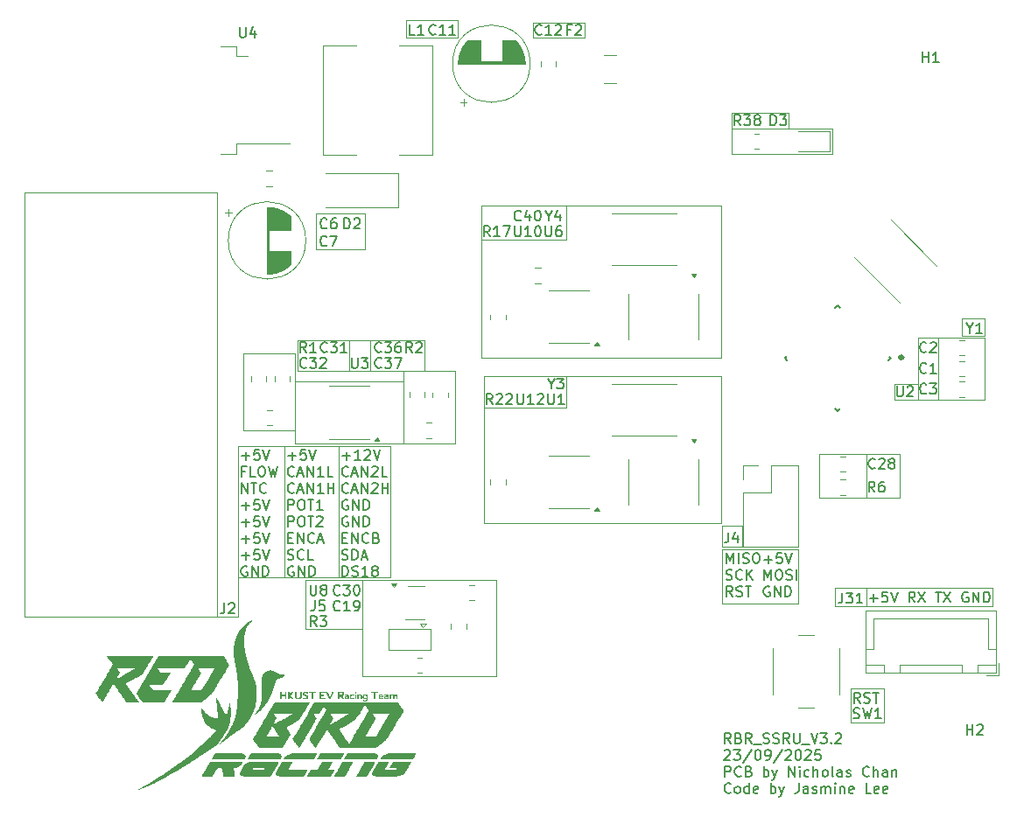
<source format=gbr>
%TF.GenerationSoftware,KiCad,Pcbnew,9.0.2*%
%TF.CreationDate,2025-09-23T15:34:19+08:00*%
%TF.ProjectId,SSRU_v3.2,53535255-5f76-4332-9e32-2e6b69636164,rev?*%
%TF.SameCoordinates,Original*%
%TF.FileFunction,Legend,Top*%
%TF.FilePolarity,Positive*%
%FSLAX46Y46*%
G04 Gerber Fmt 4.6, Leading zero omitted, Abs format (unit mm)*
G04 Created by KiCad (PCBNEW 9.0.2) date 2025-09-23 15:34:19*
%MOMM*%
%LPD*%
G01*
G04 APERTURE LIST*
%ADD10C,0.100000*%
%ADD11C,0.150000*%
%ADD12C,0.120000*%
%ADD13C,0.350000*%
%ADD14C,0.000000*%
G04 APERTURE END LIST*
D10*
X139250000Y-63250000D02*
X144250000Y-63250000D01*
X144250000Y-65000000D01*
X139250000Y-65000000D01*
X139250000Y-63250000D01*
X169820000Y-112250000D02*
X171750000Y-112250000D01*
X171750000Y-114210000D01*
X169820000Y-114210000D01*
X169820000Y-112250000D01*
X170750000Y-73750000D02*
X180500000Y-73750000D01*
X180500000Y-76250000D01*
X170750000Y-76250000D01*
X170750000Y-73750000D01*
X188750000Y-94000000D02*
X190750000Y-94000000D01*
X190750000Y-100000000D01*
X188750000Y-100000000D01*
X188750000Y-94000000D01*
X146500000Y-81250000D02*
X154750000Y-81250000D01*
X154750000Y-84500000D01*
X146500000Y-84500000D01*
X146500000Y-81250000D01*
X132750000Y-104500000D02*
X132750000Y-117250000D01*
X139000000Y-97250000D02*
X144000000Y-97250000D01*
X144000000Y-104250000D01*
X139000000Y-104250000D01*
X139000000Y-97250000D01*
X123000000Y-104500000D02*
X137750000Y-104500000D01*
X137750000Y-117250000D01*
X123000000Y-117250000D01*
X123000000Y-104500000D01*
X182250000Y-128000000D02*
X185500000Y-128000000D01*
X185500000Y-131250000D01*
X182250000Y-131250000D01*
X182250000Y-128000000D01*
X170750000Y-72250000D02*
X176250000Y-72250000D01*
X176250000Y-73750000D01*
X170750000Y-73750000D01*
X170750000Y-72250000D01*
X179250000Y-105250000D02*
X183750000Y-105250000D01*
X183750000Y-109500000D01*
X179250000Y-109500000D01*
X179250000Y-105250000D01*
X180750000Y-118250000D02*
X183750000Y-118250000D01*
X183750000Y-120000000D01*
X180750000Y-120000000D01*
X180750000Y-118250000D01*
X169820000Y-114500000D02*
X177170000Y-114500000D01*
X177170000Y-119750000D01*
X169820000Y-119750000D01*
X169820000Y-114500000D01*
X128500000Y-98261252D02*
X139000000Y-98261252D01*
X139000000Y-104250000D01*
X128500000Y-104250000D01*
X128500000Y-98261252D01*
X129500000Y-117500000D02*
X135000000Y-117500000D01*
X135000000Y-122250000D01*
X129500000Y-122250000D01*
X129500000Y-117500000D01*
X120925000Y-121045000D02*
X123000000Y-121045000D01*
X183750000Y-118250000D02*
X196000000Y-118250000D01*
X196000000Y-120000000D01*
X183750000Y-120000000D01*
X183750000Y-118250000D01*
X146500000Y-81250000D02*
X169750000Y-81250000D01*
X169750000Y-96000000D01*
X146500000Y-96000000D01*
X146500000Y-81250000D01*
X146750000Y-97750000D02*
X154750000Y-97750000D01*
X154750000Y-100750000D01*
X146750000Y-100750000D01*
X146750000Y-97750000D01*
X123000000Y-121045000D02*
X123000000Y-117250000D01*
X128750000Y-94250000D02*
X141000000Y-94250000D01*
X141000000Y-97250000D01*
X128750000Y-97250000D01*
X128750000Y-94250000D01*
X186500000Y-98500000D02*
X188750000Y-98500000D01*
X188750000Y-100000000D01*
X186500000Y-100000000D01*
X186500000Y-98500000D01*
X190750000Y-94000000D02*
X195250000Y-94000000D01*
X195250000Y-100000000D01*
X190750000Y-100000000D01*
X190750000Y-94000000D01*
X183750000Y-105250000D02*
X187000000Y-105250000D01*
X187000000Y-109500000D01*
X183750000Y-109500000D01*
X183750000Y-105250000D01*
X133750000Y-94250000D02*
X133750000Y-97250000D01*
X193000000Y-92125000D02*
X195250000Y-92125000D01*
X195250000Y-93875000D01*
X193000000Y-93875000D01*
X193000000Y-92125000D01*
X133750000Y-97250000D02*
X136000000Y-97250000D01*
X130500000Y-82000000D02*
X135250000Y-82000000D01*
X135250000Y-85500000D01*
X130500000Y-85500000D01*
X130500000Y-82000000D01*
X135750000Y-94250000D02*
X135750000Y-97250000D01*
X135000000Y-117500000D02*
X148000000Y-117500000D01*
X148000000Y-126750000D01*
X135000000Y-126750000D01*
X135000000Y-117500000D01*
X146750000Y-97750000D02*
X169750000Y-97750000D01*
X169750000Y-112000000D01*
X146750000Y-112000000D01*
X146750000Y-97750000D01*
X127500000Y-104500000D02*
X127500000Y-117250000D01*
X123500000Y-95500000D02*
X128500000Y-95500000D01*
X128500000Y-103000000D01*
X123500000Y-103000000D01*
X123500000Y-95500000D01*
X151500000Y-63500000D02*
X156500000Y-63500000D01*
X156500000Y-65000000D01*
X151500000Y-65000000D01*
X151500000Y-63500000D01*
D11*
X170658207Y-133289987D02*
X170324874Y-132813796D01*
X170086779Y-133289987D02*
X170086779Y-132289987D01*
X170086779Y-132289987D02*
X170467731Y-132289987D01*
X170467731Y-132289987D02*
X170562969Y-132337606D01*
X170562969Y-132337606D02*
X170610588Y-132385225D01*
X170610588Y-132385225D02*
X170658207Y-132480463D01*
X170658207Y-132480463D02*
X170658207Y-132623320D01*
X170658207Y-132623320D02*
X170610588Y-132718558D01*
X170610588Y-132718558D02*
X170562969Y-132766177D01*
X170562969Y-132766177D02*
X170467731Y-132813796D01*
X170467731Y-132813796D02*
X170086779Y-132813796D01*
X171420112Y-132766177D02*
X171562969Y-132813796D01*
X171562969Y-132813796D02*
X171610588Y-132861415D01*
X171610588Y-132861415D02*
X171658207Y-132956653D01*
X171658207Y-132956653D02*
X171658207Y-133099510D01*
X171658207Y-133099510D02*
X171610588Y-133194748D01*
X171610588Y-133194748D02*
X171562969Y-133242368D01*
X171562969Y-133242368D02*
X171467731Y-133289987D01*
X171467731Y-133289987D02*
X171086779Y-133289987D01*
X171086779Y-133289987D02*
X171086779Y-132289987D01*
X171086779Y-132289987D02*
X171420112Y-132289987D01*
X171420112Y-132289987D02*
X171515350Y-132337606D01*
X171515350Y-132337606D02*
X171562969Y-132385225D01*
X171562969Y-132385225D02*
X171610588Y-132480463D01*
X171610588Y-132480463D02*
X171610588Y-132575701D01*
X171610588Y-132575701D02*
X171562969Y-132670939D01*
X171562969Y-132670939D02*
X171515350Y-132718558D01*
X171515350Y-132718558D02*
X171420112Y-132766177D01*
X171420112Y-132766177D02*
X171086779Y-132766177D01*
X172658207Y-133289987D02*
X172324874Y-132813796D01*
X172086779Y-133289987D02*
X172086779Y-132289987D01*
X172086779Y-132289987D02*
X172467731Y-132289987D01*
X172467731Y-132289987D02*
X172562969Y-132337606D01*
X172562969Y-132337606D02*
X172610588Y-132385225D01*
X172610588Y-132385225D02*
X172658207Y-132480463D01*
X172658207Y-132480463D02*
X172658207Y-132623320D01*
X172658207Y-132623320D02*
X172610588Y-132718558D01*
X172610588Y-132718558D02*
X172562969Y-132766177D01*
X172562969Y-132766177D02*
X172467731Y-132813796D01*
X172467731Y-132813796D02*
X172086779Y-132813796D01*
X172848684Y-133385225D02*
X173610588Y-133385225D01*
X173801065Y-133242368D02*
X173943922Y-133289987D01*
X173943922Y-133289987D02*
X174182017Y-133289987D01*
X174182017Y-133289987D02*
X174277255Y-133242368D01*
X174277255Y-133242368D02*
X174324874Y-133194748D01*
X174324874Y-133194748D02*
X174372493Y-133099510D01*
X174372493Y-133099510D02*
X174372493Y-133004272D01*
X174372493Y-133004272D02*
X174324874Y-132909034D01*
X174324874Y-132909034D02*
X174277255Y-132861415D01*
X174277255Y-132861415D02*
X174182017Y-132813796D01*
X174182017Y-132813796D02*
X173991541Y-132766177D01*
X173991541Y-132766177D02*
X173896303Y-132718558D01*
X173896303Y-132718558D02*
X173848684Y-132670939D01*
X173848684Y-132670939D02*
X173801065Y-132575701D01*
X173801065Y-132575701D02*
X173801065Y-132480463D01*
X173801065Y-132480463D02*
X173848684Y-132385225D01*
X173848684Y-132385225D02*
X173896303Y-132337606D01*
X173896303Y-132337606D02*
X173991541Y-132289987D01*
X173991541Y-132289987D02*
X174229636Y-132289987D01*
X174229636Y-132289987D02*
X174372493Y-132337606D01*
X174753446Y-133242368D02*
X174896303Y-133289987D01*
X174896303Y-133289987D02*
X175134398Y-133289987D01*
X175134398Y-133289987D02*
X175229636Y-133242368D01*
X175229636Y-133242368D02*
X175277255Y-133194748D01*
X175277255Y-133194748D02*
X175324874Y-133099510D01*
X175324874Y-133099510D02*
X175324874Y-133004272D01*
X175324874Y-133004272D02*
X175277255Y-132909034D01*
X175277255Y-132909034D02*
X175229636Y-132861415D01*
X175229636Y-132861415D02*
X175134398Y-132813796D01*
X175134398Y-132813796D02*
X174943922Y-132766177D01*
X174943922Y-132766177D02*
X174848684Y-132718558D01*
X174848684Y-132718558D02*
X174801065Y-132670939D01*
X174801065Y-132670939D02*
X174753446Y-132575701D01*
X174753446Y-132575701D02*
X174753446Y-132480463D01*
X174753446Y-132480463D02*
X174801065Y-132385225D01*
X174801065Y-132385225D02*
X174848684Y-132337606D01*
X174848684Y-132337606D02*
X174943922Y-132289987D01*
X174943922Y-132289987D02*
X175182017Y-132289987D01*
X175182017Y-132289987D02*
X175324874Y-132337606D01*
X176324874Y-133289987D02*
X175991541Y-132813796D01*
X175753446Y-133289987D02*
X175753446Y-132289987D01*
X175753446Y-132289987D02*
X176134398Y-132289987D01*
X176134398Y-132289987D02*
X176229636Y-132337606D01*
X176229636Y-132337606D02*
X176277255Y-132385225D01*
X176277255Y-132385225D02*
X176324874Y-132480463D01*
X176324874Y-132480463D02*
X176324874Y-132623320D01*
X176324874Y-132623320D02*
X176277255Y-132718558D01*
X176277255Y-132718558D02*
X176229636Y-132766177D01*
X176229636Y-132766177D02*
X176134398Y-132813796D01*
X176134398Y-132813796D02*
X175753446Y-132813796D01*
X176753446Y-132289987D02*
X176753446Y-133099510D01*
X176753446Y-133099510D02*
X176801065Y-133194748D01*
X176801065Y-133194748D02*
X176848684Y-133242368D01*
X176848684Y-133242368D02*
X176943922Y-133289987D01*
X176943922Y-133289987D02*
X177134398Y-133289987D01*
X177134398Y-133289987D02*
X177229636Y-133242368D01*
X177229636Y-133242368D02*
X177277255Y-133194748D01*
X177277255Y-133194748D02*
X177324874Y-133099510D01*
X177324874Y-133099510D02*
X177324874Y-132289987D01*
X177562970Y-133385225D02*
X178324874Y-133385225D01*
X178420113Y-132289987D02*
X178753446Y-133289987D01*
X178753446Y-133289987D02*
X179086779Y-132289987D01*
X179324875Y-132289987D02*
X179943922Y-132289987D01*
X179943922Y-132289987D02*
X179610589Y-132670939D01*
X179610589Y-132670939D02*
X179753446Y-132670939D01*
X179753446Y-132670939D02*
X179848684Y-132718558D01*
X179848684Y-132718558D02*
X179896303Y-132766177D01*
X179896303Y-132766177D02*
X179943922Y-132861415D01*
X179943922Y-132861415D02*
X179943922Y-133099510D01*
X179943922Y-133099510D02*
X179896303Y-133194748D01*
X179896303Y-133194748D02*
X179848684Y-133242368D01*
X179848684Y-133242368D02*
X179753446Y-133289987D01*
X179753446Y-133289987D02*
X179467732Y-133289987D01*
X179467732Y-133289987D02*
X179372494Y-133242368D01*
X179372494Y-133242368D02*
X179324875Y-133194748D01*
X180372494Y-133194748D02*
X180420113Y-133242368D01*
X180420113Y-133242368D02*
X180372494Y-133289987D01*
X180372494Y-133289987D02*
X180324875Y-133242368D01*
X180324875Y-133242368D02*
X180372494Y-133194748D01*
X180372494Y-133194748D02*
X180372494Y-133289987D01*
X180801065Y-132385225D02*
X180848684Y-132337606D01*
X180848684Y-132337606D02*
X180943922Y-132289987D01*
X180943922Y-132289987D02*
X181182017Y-132289987D01*
X181182017Y-132289987D02*
X181277255Y-132337606D01*
X181277255Y-132337606D02*
X181324874Y-132385225D01*
X181324874Y-132385225D02*
X181372493Y-132480463D01*
X181372493Y-132480463D02*
X181372493Y-132575701D01*
X181372493Y-132575701D02*
X181324874Y-132718558D01*
X181324874Y-132718558D02*
X180753446Y-133289987D01*
X180753446Y-133289987D02*
X181372493Y-133289987D01*
X170039160Y-133995169D02*
X170086779Y-133947550D01*
X170086779Y-133947550D02*
X170182017Y-133899931D01*
X170182017Y-133899931D02*
X170420112Y-133899931D01*
X170420112Y-133899931D02*
X170515350Y-133947550D01*
X170515350Y-133947550D02*
X170562969Y-133995169D01*
X170562969Y-133995169D02*
X170610588Y-134090407D01*
X170610588Y-134090407D02*
X170610588Y-134185645D01*
X170610588Y-134185645D02*
X170562969Y-134328502D01*
X170562969Y-134328502D02*
X169991541Y-134899931D01*
X169991541Y-134899931D02*
X170610588Y-134899931D01*
X170943922Y-133899931D02*
X171562969Y-133899931D01*
X171562969Y-133899931D02*
X171229636Y-134280883D01*
X171229636Y-134280883D02*
X171372493Y-134280883D01*
X171372493Y-134280883D02*
X171467731Y-134328502D01*
X171467731Y-134328502D02*
X171515350Y-134376121D01*
X171515350Y-134376121D02*
X171562969Y-134471359D01*
X171562969Y-134471359D02*
X171562969Y-134709454D01*
X171562969Y-134709454D02*
X171515350Y-134804692D01*
X171515350Y-134804692D02*
X171467731Y-134852312D01*
X171467731Y-134852312D02*
X171372493Y-134899931D01*
X171372493Y-134899931D02*
X171086779Y-134899931D01*
X171086779Y-134899931D02*
X170991541Y-134852312D01*
X170991541Y-134852312D02*
X170943922Y-134804692D01*
X172705826Y-133852312D02*
X171848684Y-135138026D01*
X173229636Y-133899931D02*
X173324874Y-133899931D01*
X173324874Y-133899931D02*
X173420112Y-133947550D01*
X173420112Y-133947550D02*
X173467731Y-133995169D01*
X173467731Y-133995169D02*
X173515350Y-134090407D01*
X173515350Y-134090407D02*
X173562969Y-134280883D01*
X173562969Y-134280883D02*
X173562969Y-134518978D01*
X173562969Y-134518978D02*
X173515350Y-134709454D01*
X173515350Y-134709454D02*
X173467731Y-134804692D01*
X173467731Y-134804692D02*
X173420112Y-134852312D01*
X173420112Y-134852312D02*
X173324874Y-134899931D01*
X173324874Y-134899931D02*
X173229636Y-134899931D01*
X173229636Y-134899931D02*
X173134398Y-134852312D01*
X173134398Y-134852312D02*
X173086779Y-134804692D01*
X173086779Y-134804692D02*
X173039160Y-134709454D01*
X173039160Y-134709454D02*
X172991541Y-134518978D01*
X172991541Y-134518978D02*
X172991541Y-134280883D01*
X172991541Y-134280883D02*
X173039160Y-134090407D01*
X173039160Y-134090407D02*
X173086779Y-133995169D01*
X173086779Y-133995169D02*
X173134398Y-133947550D01*
X173134398Y-133947550D02*
X173229636Y-133899931D01*
X174039160Y-134899931D02*
X174229636Y-134899931D01*
X174229636Y-134899931D02*
X174324874Y-134852312D01*
X174324874Y-134852312D02*
X174372493Y-134804692D01*
X174372493Y-134804692D02*
X174467731Y-134661835D01*
X174467731Y-134661835D02*
X174515350Y-134471359D01*
X174515350Y-134471359D02*
X174515350Y-134090407D01*
X174515350Y-134090407D02*
X174467731Y-133995169D01*
X174467731Y-133995169D02*
X174420112Y-133947550D01*
X174420112Y-133947550D02*
X174324874Y-133899931D01*
X174324874Y-133899931D02*
X174134398Y-133899931D01*
X174134398Y-133899931D02*
X174039160Y-133947550D01*
X174039160Y-133947550D02*
X173991541Y-133995169D01*
X173991541Y-133995169D02*
X173943922Y-134090407D01*
X173943922Y-134090407D02*
X173943922Y-134328502D01*
X173943922Y-134328502D02*
X173991541Y-134423740D01*
X173991541Y-134423740D02*
X174039160Y-134471359D01*
X174039160Y-134471359D02*
X174134398Y-134518978D01*
X174134398Y-134518978D02*
X174324874Y-134518978D01*
X174324874Y-134518978D02*
X174420112Y-134471359D01*
X174420112Y-134471359D02*
X174467731Y-134423740D01*
X174467731Y-134423740D02*
X174515350Y-134328502D01*
X175658207Y-133852312D02*
X174801065Y-135138026D01*
X175943922Y-133995169D02*
X175991541Y-133947550D01*
X175991541Y-133947550D02*
X176086779Y-133899931D01*
X176086779Y-133899931D02*
X176324874Y-133899931D01*
X176324874Y-133899931D02*
X176420112Y-133947550D01*
X176420112Y-133947550D02*
X176467731Y-133995169D01*
X176467731Y-133995169D02*
X176515350Y-134090407D01*
X176515350Y-134090407D02*
X176515350Y-134185645D01*
X176515350Y-134185645D02*
X176467731Y-134328502D01*
X176467731Y-134328502D02*
X175896303Y-134899931D01*
X175896303Y-134899931D02*
X176515350Y-134899931D01*
X177134398Y-133899931D02*
X177229636Y-133899931D01*
X177229636Y-133899931D02*
X177324874Y-133947550D01*
X177324874Y-133947550D02*
X177372493Y-133995169D01*
X177372493Y-133995169D02*
X177420112Y-134090407D01*
X177420112Y-134090407D02*
X177467731Y-134280883D01*
X177467731Y-134280883D02*
X177467731Y-134518978D01*
X177467731Y-134518978D02*
X177420112Y-134709454D01*
X177420112Y-134709454D02*
X177372493Y-134804692D01*
X177372493Y-134804692D02*
X177324874Y-134852312D01*
X177324874Y-134852312D02*
X177229636Y-134899931D01*
X177229636Y-134899931D02*
X177134398Y-134899931D01*
X177134398Y-134899931D02*
X177039160Y-134852312D01*
X177039160Y-134852312D02*
X176991541Y-134804692D01*
X176991541Y-134804692D02*
X176943922Y-134709454D01*
X176943922Y-134709454D02*
X176896303Y-134518978D01*
X176896303Y-134518978D02*
X176896303Y-134280883D01*
X176896303Y-134280883D02*
X176943922Y-134090407D01*
X176943922Y-134090407D02*
X176991541Y-133995169D01*
X176991541Y-133995169D02*
X177039160Y-133947550D01*
X177039160Y-133947550D02*
X177134398Y-133899931D01*
X177848684Y-133995169D02*
X177896303Y-133947550D01*
X177896303Y-133947550D02*
X177991541Y-133899931D01*
X177991541Y-133899931D02*
X178229636Y-133899931D01*
X178229636Y-133899931D02*
X178324874Y-133947550D01*
X178324874Y-133947550D02*
X178372493Y-133995169D01*
X178372493Y-133995169D02*
X178420112Y-134090407D01*
X178420112Y-134090407D02*
X178420112Y-134185645D01*
X178420112Y-134185645D02*
X178372493Y-134328502D01*
X178372493Y-134328502D02*
X177801065Y-134899931D01*
X177801065Y-134899931D02*
X178420112Y-134899931D01*
X179324874Y-133899931D02*
X178848684Y-133899931D01*
X178848684Y-133899931D02*
X178801065Y-134376121D01*
X178801065Y-134376121D02*
X178848684Y-134328502D01*
X178848684Y-134328502D02*
X178943922Y-134280883D01*
X178943922Y-134280883D02*
X179182017Y-134280883D01*
X179182017Y-134280883D02*
X179277255Y-134328502D01*
X179277255Y-134328502D02*
X179324874Y-134376121D01*
X179324874Y-134376121D02*
X179372493Y-134471359D01*
X179372493Y-134471359D02*
X179372493Y-134709454D01*
X179372493Y-134709454D02*
X179324874Y-134804692D01*
X179324874Y-134804692D02*
X179277255Y-134852312D01*
X179277255Y-134852312D02*
X179182017Y-134899931D01*
X179182017Y-134899931D02*
X178943922Y-134899931D01*
X178943922Y-134899931D02*
X178848684Y-134852312D01*
X178848684Y-134852312D02*
X178801065Y-134804692D01*
X170086779Y-136509875D02*
X170086779Y-135509875D01*
X170086779Y-135509875D02*
X170467731Y-135509875D01*
X170467731Y-135509875D02*
X170562969Y-135557494D01*
X170562969Y-135557494D02*
X170610588Y-135605113D01*
X170610588Y-135605113D02*
X170658207Y-135700351D01*
X170658207Y-135700351D02*
X170658207Y-135843208D01*
X170658207Y-135843208D02*
X170610588Y-135938446D01*
X170610588Y-135938446D02*
X170562969Y-135986065D01*
X170562969Y-135986065D02*
X170467731Y-136033684D01*
X170467731Y-136033684D02*
X170086779Y-136033684D01*
X171658207Y-136414636D02*
X171610588Y-136462256D01*
X171610588Y-136462256D02*
X171467731Y-136509875D01*
X171467731Y-136509875D02*
X171372493Y-136509875D01*
X171372493Y-136509875D02*
X171229636Y-136462256D01*
X171229636Y-136462256D02*
X171134398Y-136367017D01*
X171134398Y-136367017D02*
X171086779Y-136271779D01*
X171086779Y-136271779D02*
X171039160Y-136081303D01*
X171039160Y-136081303D02*
X171039160Y-135938446D01*
X171039160Y-135938446D02*
X171086779Y-135747970D01*
X171086779Y-135747970D02*
X171134398Y-135652732D01*
X171134398Y-135652732D02*
X171229636Y-135557494D01*
X171229636Y-135557494D02*
X171372493Y-135509875D01*
X171372493Y-135509875D02*
X171467731Y-135509875D01*
X171467731Y-135509875D02*
X171610588Y-135557494D01*
X171610588Y-135557494D02*
X171658207Y-135605113D01*
X172420112Y-135986065D02*
X172562969Y-136033684D01*
X172562969Y-136033684D02*
X172610588Y-136081303D01*
X172610588Y-136081303D02*
X172658207Y-136176541D01*
X172658207Y-136176541D02*
X172658207Y-136319398D01*
X172658207Y-136319398D02*
X172610588Y-136414636D01*
X172610588Y-136414636D02*
X172562969Y-136462256D01*
X172562969Y-136462256D02*
X172467731Y-136509875D01*
X172467731Y-136509875D02*
X172086779Y-136509875D01*
X172086779Y-136509875D02*
X172086779Y-135509875D01*
X172086779Y-135509875D02*
X172420112Y-135509875D01*
X172420112Y-135509875D02*
X172515350Y-135557494D01*
X172515350Y-135557494D02*
X172562969Y-135605113D01*
X172562969Y-135605113D02*
X172610588Y-135700351D01*
X172610588Y-135700351D02*
X172610588Y-135795589D01*
X172610588Y-135795589D02*
X172562969Y-135890827D01*
X172562969Y-135890827D02*
X172515350Y-135938446D01*
X172515350Y-135938446D02*
X172420112Y-135986065D01*
X172420112Y-135986065D02*
X172086779Y-135986065D01*
X173848684Y-136509875D02*
X173848684Y-135509875D01*
X173848684Y-135890827D02*
X173943922Y-135843208D01*
X173943922Y-135843208D02*
X174134398Y-135843208D01*
X174134398Y-135843208D02*
X174229636Y-135890827D01*
X174229636Y-135890827D02*
X174277255Y-135938446D01*
X174277255Y-135938446D02*
X174324874Y-136033684D01*
X174324874Y-136033684D02*
X174324874Y-136319398D01*
X174324874Y-136319398D02*
X174277255Y-136414636D01*
X174277255Y-136414636D02*
X174229636Y-136462256D01*
X174229636Y-136462256D02*
X174134398Y-136509875D01*
X174134398Y-136509875D02*
X173943922Y-136509875D01*
X173943922Y-136509875D02*
X173848684Y-136462256D01*
X174658208Y-135843208D02*
X174896303Y-136509875D01*
X175134398Y-135843208D02*
X174896303Y-136509875D01*
X174896303Y-136509875D02*
X174801065Y-136747970D01*
X174801065Y-136747970D02*
X174753446Y-136795589D01*
X174753446Y-136795589D02*
X174658208Y-136843208D01*
X176277256Y-136509875D02*
X176277256Y-135509875D01*
X176277256Y-135509875D02*
X176848684Y-136509875D01*
X176848684Y-136509875D02*
X176848684Y-135509875D01*
X177324875Y-136509875D02*
X177324875Y-135843208D01*
X177324875Y-135509875D02*
X177277256Y-135557494D01*
X177277256Y-135557494D02*
X177324875Y-135605113D01*
X177324875Y-135605113D02*
X177372494Y-135557494D01*
X177372494Y-135557494D02*
X177324875Y-135509875D01*
X177324875Y-135509875D02*
X177324875Y-135605113D01*
X178229636Y-136462256D02*
X178134398Y-136509875D01*
X178134398Y-136509875D02*
X177943922Y-136509875D01*
X177943922Y-136509875D02*
X177848684Y-136462256D01*
X177848684Y-136462256D02*
X177801065Y-136414636D01*
X177801065Y-136414636D02*
X177753446Y-136319398D01*
X177753446Y-136319398D02*
X177753446Y-136033684D01*
X177753446Y-136033684D02*
X177801065Y-135938446D01*
X177801065Y-135938446D02*
X177848684Y-135890827D01*
X177848684Y-135890827D02*
X177943922Y-135843208D01*
X177943922Y-135843208D02*
X178134398Y-135843208D01*
X178134398Y-135843208D02*
X178229636Y-135890827D01*
X178658208Y-136509875D02*
X178658208Y-135509875D01*
X179086779Y-136509875D02*
X179086779Y-135986065D01*
X179086779Y-135986065D02*
X179039160Y-135890827D01*
X179039160Y-135890827D02*
X178943922Y-135843208D01*
X178943922Y-135843208D02*
X178801065Y-135843208D01*
X178801065Y-135843208D02*
X178705827Y-135890827D01*
X178705827Y-135890827D02*
X178658208Y-135938446D01*
X179705827Y-136509875D02*
X179610589Y-136462256D01*
X179610589Y-136462256D02*
X179562970Y-136414636D01*
X179562970Y-136414636D02*
X179515351Y-136319398D01*
X179515351Y-136319398D02*
X179515351Y-136033684D01*
X179515351Y-136033684D02*
X179562970Y-135938446D01*
X179562970Y-135938446D02*
X179610589Y-135890827D01*
X179610589Y-135890827D02*
X179705827Y-135843208D01*
X179705827Y-135843208D02*
X179848684Y-135843208D01*
X179848684Y-135843208D02*
X179943922Y-135890827D01*
X179943922Y-135890827D02*
X179991541Y-135938446D01*
X179991541Y-135938446D02*
X180039160Y-136033684D01*
X180039160Y-136033684D02*
X180039160Y-136319398D01*
X180039160Y-136319398D02*
X179991541Y-136414636D01*
X179991541Y-136414636D02*
X179943922Y-136462256D01*
X179943922Y-136462256D02*
X179848684Y-136509875D01*
X179848684Y-136509875D02*
X179705827Y-136509875D01*
X180610589Y-136509875D02*
X180515351Y-136462256D01*
X180515351Y-136462256D02*
X180467732Y-136367017D01*
X180467732Y-136367017D02*
X180467732Y-135509875D01*
X181420113Y-136509875D02*
X181420113Y-135986065D01*
X181420113Y-135986065D02*
X181372494Y-135890827D01*
X181372494Y-135890827D02*
X181277256Y-135843208D01*
X181277256Y-135843208D02*
X181086780Y-135843208D01*
X181086780Y-135843208D02*
X180991542Y-135890827D01*
X181420113Y-136462256D02*
X181324875Y-136509875D01*
X181324875Y-136509875D02*
X181086780Y-136509875D01*
X181086780Y-136509875D02*
X180991542Y-136462256D01*
X180991542Y-136462256D02*
X180943923Y-136367017D01*
X180943923Y-136367017D02*
X180943923Y-136271779D01*
X180943923Y-136271779D02*
X180991542Y-136176541D01*
X180991542Y-136176541D02*
X181086780Y-136128922D01*
X181086780Y-136128922D02*
X181324875Y-136128922D01*
X181324875Y-136128922D02*
X181420113Y-136081303D01*
X181848685Y-136462256D02*
X181943923Y-136509875D01*
X181943923Y-136509875D02*
X182134399Y-136509875D01*
X182134399Y-136509875D02*
X182229637Y-136462256D01*
X182229637Y-136462256D02*
X182277256Y-136367017D01*
X182277256Y-136367017D02*
X182277256Y-136319398D01*
X182277256Y-136319398D02*
X182229637Y-136224160D01*
X182229637Y-136224160D02*
X182134399Y-136176541D01*
X182134399Y-136176541D02*
X181991542Y-136176541D01*
X181991542Y-136176541D02*
X181896304Y-136128922D01*
X181896304Y-136128922D02*
X181848685Y-136033684D01*
X181848685Y-136033684D02*
X181848685Y-135986065D01*
X181848685Y-135986065D02*
X181896304Y-135890827D01*
X181896304Y-135890827D02*
X181991542Y-135843208D01*
X181991542Y-135843208D02*
X182134399Y-135843208D01*
X182134399Y-135843208D02*
X182229637Y-135890827D01*
X184039161Y-136414636D02*
X183991542Y-136462256D01*
X183991542Y-136462256D02*
X183848685Y-136509875D01*
X183848685Y-136509875D02*
X183753447Y-136509875D01*
X183753447Y-136509875D02*
X183610590Y-136462256D01*
X183610590Y-136462256D02*
X183515352Y-136367017D01*
X183515352Y-136367017D02*
X183467733Y-136271779D01*
X183467733Y-136271779D02*
X183420114Y-136081303D01*
X183420114Y-136081303D02*
X183420114Y-135938446D01*
X183420114Y-135938446D02*
X183467733Y-135747970D01*
X183467733Y-135747970D02*
X183515352Y-135652732D01*
X183515352Y-135652732D02*
X183610590Y-135557494D01*
X183610590Y-135557494D02*
X183753447Y-135509875D01*
X183753447Y-135509875D02*
X183848685Y-135509875D01*
X183848685Y-135509875D02*
X183991542Y-135557494D01*
X183991542Y-135557494D02*
X184039161Y-135605113D01*
X184467733Y-136509875D02*
X184467733Y-135509875D01*
X184896304Y-136509875D02*
X184896304Y-135986065D01*
X184896304Y-135986065D02*
X184848685Y-135890827D01*
X184848685Y-135890827D02*
X184753447Y-135843208D01*
X184753447Y-135843208D02*
X184610590Y-135843208D01*
X184610590Y-135843208D02*
X184515352Y-135890827D01*
X184515352Y-135890827D02*
X184467733Y-135938446D01*
X185801066Y-136509875D02*
X185801066Y-135986065D01*
X185801066Y-135986065D02*
X185753447Y-135890827D01*
X185753447Y-135890827D02*
X185658209Y-135843208D01*
X185658209Y-135843208D02*
X185467733Y-135843208D01*
X185467733Y-135843208D02*
X185372495Y-135890827D01*
X185801066Y-136462256D02*
X185705828Y-136509875D01*
X185705828Y-136509875D02*
X185467733Y-136509875D01*
X185467733Y-136509875D02*
X185372495Y-136462256D01*
X185372495Y-136462256D02*
X185324876Y-136367017D01*
X185324876Y-136367017D02*
X185324876Y-136271779D01*
X185324876Y-136271779D02*
X185372495Y-136176541D01*
X185372495Y-136176541D02*
X185467733Y-136128922D01*
X185467733Y-136128922D02*
X185705828Y-136128922D01*
X185705828Y-136128922D02*
X185801066Y-136081303D01*
X186277257Y-135843208D02*
X186277257Y-136509875D01*
X186277257Y-135938446D02*
X186324876Y-135890827D01*
X186324876Y-135890827D02*
X186420114Y-135843208D01*
X186420114Y-135843208D02*
X186562971Y-135843208D01*
X186562971Y-135843208D02*
X186658209Y-135890827D01*
X186658209Y-135890827D02*
X186705828Y-135986065D01*
X186705828Y-135986065D02*
X186705828Y-136509875D01*
X170658207Y-138024580D02*
X170610588Y-138072200D01*
X170610588Y-138072200D02*
X170467731Y-138119819D01*
X170467731Y-138119819D02*
X170372493Y-138119819D01*
X170372493Y-138119819D02*
X170229636Y-138072200D01*
X170229636Y-138072200D02*
X170134398Y-137976961D01*
X170134398Y-137976961D02*
X170086779Y-137881723D01*
X170086779Y-137881723D02*
X170039160Y-137691247D01*
X170039160Y-137691247D02*
X170039160Y-137548390D01*
X170039160Y-137548390D02*
X170086779Y-137357914D01*
X170086779Y-137357914D02*
X170134398Y-137262676D01*
X170134398Y-137262676D02*
X170229636Y-137167438D01*
X170229636Y-137167438D02*
X170372493Y-137119819D01*
X170372493Y-137119819D02*
X170467731Y-137119819D01*
X170467731Y-137119819D02*
X170610588Y-137167438D01*
X170610588Y-137167438D02*
X170658207Y-137215057D01*
X171229636Y-138119819D02*
X171134398Y-138072200D01*
X171134398Y-138072200D02*
X171086779Y-138024580D01*
X171086779Y-138024580D02*
X171039160Y-137929342D01*
X171039160Y-137929342D02*
X171039160Y-137643628D01*
X171039160Y-137643628D02*
X171086779Y-137548390D01*
X171086779Y-137548390D02*
X171134398Y-137500771D01*
X171134398Y-137500771D02*
X171229636Y-137453152D01*
X171229636Y-137453152D02*
X171372493Y-137453152D01*
X171372493Y-137453152D02*
X171467731Y-137500771D01*
X171467731Y-137500771D02*
X171515350Y-137548390D01*
X171515350Y-137548390D02*
X171562969Y-137643628D01*
X171562969Y-137643628D02*
X171562969Y-137929342D01*
X171562969Y-137929342D02*
X171515350Y-138024580D01*
X171515350Y-138024580D02*
X171467731Y-138072200D01*
X171467731Y-138072200D02*
X171372493Y-138119819D01*
X171372493Y-138119819D02*
X171229636Y-138119819D01*
X172420112Y-138119819D02*
X172420112Y-137119819D01*
X172420112Y-138072200D02*
X172324874Y-138119819D01*
X172324874Y-138119819D02*
X172134398Y-138119819D01*
X172134398Y-138119819D02*
X172039160Y-138072200D01*
X172039160Y-138072200D02*
X171991541Y-138024580D01*
X171991541Y-138024580D02*
X171943922Y-137929342D01*
X171943922Y-137929342D02*
X171943922Y-137643628D01*
X171943922Y-137643628D02*
X171991541Y-137548390D01*
X171991541Y-137548390D02*
X172039160Y-137500771D01*
X172039160Y-137500771D02*
X172134398Y-137453152D01*
X172134398Y-137453152D02*
X172324874Y-137453152D01*
X172324874Y-137453152D02*
X172420112Y-137500771D01*
X173277255Y-138072200D02*
X173182017Y-138119819D01*
X173182017Y-138119819D02*
X172991541Y-138119819D01*
X172991541Y-138119819D02*
X172896303Y-138072200D01*
X172896303Y-138072200D02*
X172848684Y-137976961D01*
X172848684Y-137976961D02*
X172848684Y-137596009D01*
X172848684Y-137596009D02*
X172896303Y-137500771D01*
X172896303Y-137500771D02*
X172991541Y-137453152D01*
X172991541Y-137453152D02*
X173182017Y-137453152D01*
X173182017Y-137453152D02*
X173277255Y-137500771D01*
X173277255Y-137500771D02*
X173324874Y-137596009D01*
X173324874Y-137596009D02*
X173324874Y-137691247D01*
X173324874Y-137691247D02*
X172848684Y-137786485D01*
X174515351Y-138119819D02*
X174515351Y-137119819D01*
X174515351Y-137500771D02*
X174610589Y-137453152D01*
X174610589Y-137453152D02*
X174801065Y-137453152D01*
X174801065Y-137453152D02*
X174896303Y-137500771D01*
X174896303Y-137500771D02*
X174943922Y-137548390D01*
X174943922Y-137548390D02*
X174991541Y-137643628D01*
X174991541Y-137643628D02*
X174991541Y-137929342D01*
X174991541Y-137929342D02*
X174943922Y-138024580D01*
X174943922Y-138024580D02*
X174896303Y-138072200D01*
X174896303Y-138072200D02*
X174801065Y-138119819D01*
X174801065Y-138119819D02*
X174610589Y-138119819D01*
X174610589Y-138119819D02*
X174515351Y-138072200D01*
X175324875Y-137453152D02*
X175562970Y-138119819D01*
X175801065Y-137453152D02*
X175562970Y-138119819D01*
X175562970Y-138119819D02*
X175467732Y-138357914D01*
X175467732Y-138357914D02*
X175420113Y-138405533D01*
X175420113Y-138405533D02*
X175324875Y-138453152D01*
X177229637Y-137119819D02*
X177229637Y-137834104D01*
X177229637Y-137834104D02*
X177182018Y-137976961D01*
X177182018Y-137976961D02*
X177086780Y-138072200D01*
X177086780Y-138072200D02*
X176943923Y-138119819D01*
X176943923Y-138119819D02*
X176848685Y-138119819D01*
X178134399Y-138119819D02*
X178134399Y-137596009D01*
X178134399Y-137596009D02*
X178086780Y-137500771D01*
X178086780Y-137500771D02*
X177991542Y-137453152D01*
X177991542Y-137453152D02*
X177801066Y-137453152D01*
X177801066Y-137453152D02*
X177705828Y-137500771D01*
X178134399Y-138072200D02*
X178039161Y-138119819D01*
X178039161Y-138119819D02*
X177801066Y-138119819D01*
X177801066Y-138119819D02*
X177705828Y-138072200D01*
X177705828Y-138072200D02*
X177658209Y-137976961D01*
X177658209Y-137976961D02*
X177658209Y-137881723D01*
X177658209Y-137881723D02*
X177705828Y-137786485D01*
X177705828Y-137786485D02*
X177801066Y-137738866D01*
X177801066Y-137738866D02*
X178039161Y-137738866D01*
X178039161Y-137738866D02*
X178134399Y-137691247D01*
X178562971Y-138072200D02*
X178658209Y-138119819D01*
X178658209Y-138119819D02*
X178848685Y-138119819D01*
X178848685Y-138119819D02*
X178943923Y-138072200D01*
X178943923Y-138072200D02*
X178991542Y-137976961D01*
X178991542Y-137976961D02*
X178991542Y-137929342D01*
X178991542Y-137929342D02*
X178943923Y-137834104D01*
X178943923Y-137834104D02*
X178848685Y-137786485D01*
X178848685Y-137786485D02*
X178705828Y-137786485D01*
X178705828Y-137786485D02*
X178610590Y-137738866D01*
X178610590Y-137738866D02*
X178562971Y-137643628D01*
X178562971Y-137643628D02*
X178562971Y-137596009D01*
X178562971Y-137596009D02*
X178610590Y-137500771D01*
X178610590Y-137500771D02*
X178705828Y-137453152D01*
X178705828Y-137453152D02*
X178848685Y-137453152D01*
X178848685Y-137453152D02*
X178943923Y-137500771D01*
X179420114Y-138119819D02*
X179420114Y-137453152D01*
X179420114Y-137548390D02*
X179467733Y-137500771D01*
X179467733Y-137500771D02*
X179562971Y-137453152D01*
X179562971Y-137453152D02*
X179705828Y-137453152D01*
X179705828Y-137453152D02*
X179801066Y-137500771D01*
X179801066Y-137500771D02*
X179848685Y-137596009D01*
X179848685Y-137596009D02*
X179848685Y-138119819D01*
X179848685Y-137596009D02*
X179896304Y-137500771D01*
X179896304Y-137500771D02*
X179991542Y-137453152D01*
X179991542Y-137453152D02*
X180134399Y-137453152D01*
X180134399Y-137453152D02*
X180229638Y-137500771D01*
X180229638Y-137500771D02*
X180277257Y-137596009D01*
X180277257Y-137596009D02*
X180277257Y-138119819D01*
X180753447Y-138119819D02*
X180753447Y-137453152D01*
X180753447Y-137119819D02*
X180705828Y-137167438D01*
X180705828Y-137167438D02*
X180753447Y-137215057D01*
X180753447Y-137215057D02*
X180801066Y-137167438D01*
X180801066Y-137167438D02*
X180753447Y-137119819D01*
X180753447Y-137119819D02*
X180753447Y-137215057D01*
X181229637Y-137453152D02*
X181229637Y-138119819D01*
X181229637Y-137548390D02*
X181277256Y-137500771D01*
X181277256Y-137500771D02*
X181372494Y-137453152D01*
X181372494Y-137453152D02*
X181515351Y-137453152D01*
X181515351Y-137453152D02*
X181610589Y-137500771D01*
X181610589Y-137500771D02*
X181658208Y-137596009D01*
X181658208Y-137596009D02*
X181658208Y-138119819D01*
X182515351Y-138072200D02*
X182420113Y-138119819D01*
X182420113Y-138119819D02*
X182229637Y-138119819D01*
X182229637Y-138119819D02*
X182134399Y-138072200D01*
X182134399Y-138072200D02*
X182086780Y-137976961D01*
X182086780Y-137976961D02*
X182086780Y-137596009D01*
X182086780Y-137596009D02*
X182134399Y-137500771D01*
X182134399Y-137500771D02*
X182229637Y-137453152D01*
X182229637Y-137453152D02*
X182420113Y-137453152D01*
X182420113Y-137453152D02*
X182515351Y-137500771D01*
X182515351Y-137500771D02*
X182562970Y-137596009D01*
X182562970Y-137596009D02*
X182562970Y-137691247D01*
X182562970Y-137691247D02*
X182086780Y-137786485D01*
X184229637Y-138119819D02*
X183753447Y-138119819D01*
X183753447Y-138119819D02*
X183753447Y-137119819D01*
X184943923Y-138072200D02*
X184848685Y-138119819D01*
X184848685Y-138119819D02*
X184658209Y-138119819D01*
X184658209Y-138119819D02*
X184562971Y-138072200D01*
X184562971Y-138072200D02*
X184515352Y-137976961D01*
X184515352Y-137976961D02*
X184515352Y-137596009D01*
X184515352Y-137596009D02*
X184562971Y-137500771D01*
X184562971Y-137500771D02*
X184658209Y-137453152D01*
X184658209Y-137453152D02*
X184848685Y-137453152D01*
X184848685Y-137453152D02*
X184943923Y-137500771D01*
X184943923Y-137500771D02*
X184991542Y-137596009D01*
X184991542Y-137596009D02*
X184991542Y-137691247D01*
X184991542Y-137691247D02*
X184515352Y-137786485D01*
X185801066Y-138072200D02*
X185705828Y-138119819D01*
X185705828Y-138119819D02*
X185515352Y-138119819D01*
X185515352Y-138119819D02*
X185420114Y-138072200D01*
X185420114Y-138072200D02*
X185372495Y-137976961D01*
X185372495Y-137976961D02*
X185372495Y-137596009D01*
X185372495Y-137596009D02*
X185420114Y-137500771D01*
X185420114Y-137500771D02*
X185515352Y-137453152D01*
X185515352Y-137453152D02*
X185705828Y-137453152D01*
X185705828Y-137453152D02*
X185801066Y-137500771D01*
X185801066Y-137500771D02*
X185848685Y-137596009D01*
X185848685Y-137596009D02*
X185848685Y-137691247D01*
X185848685Y-137691247D02*
X185372495Y-137786485D01*
X123336779Y-105469258D02*
X124098684Y-105469258D01*
X123717731Y-105850211D02*
X123717731Y-105088306D01*
X125051064Y-104850211D02*
X124574874Y-104850211D01*
X124574874Y-104850211D02*
X124527255Y-105326401D01*
X124527255Y-105326401D02*
X124574874Y-105278782D01*
X124574874Y-105278782D02*
X124670112Y-105231163D01*
X124670112Y-105231163D02*
X124908207Y-105231163D01*
X124908207Y-105231163D02*
X125003445Y-105278782D01*
X125003445Y-105278782D02*
X125051064Y-105326401D01*
X125051064Y-105326401D02*
X125098683Y-105421639D01*
X125098683Y-105421639D02*
X125098683Y-105659734D01*
X125098683Y-105659734D02*
X125051064Y-105754972D01*
X125051064Y-105754972D02*
X125003445Y-105802592D01*
X125003445Y-105802592D02*
X124908207Y-105850211D01*
X124908207Y-105850211D02*
X124670112Y-105850211D01*
X124670112Y-105850211D02*
X124574874Y-105802592D01*
X124574874Y-105802592D02*
X124527255Y-105754972D01*
X125384398Y-104850211D02*
X125717731Y-105850211D01*
X125717731Y-105850211D02*
X126051064Y-104850211D01*
X123670112Y-106936345D02*
X123336779Y-106936345D01*
X123336779Y-107460155D02*
X123336779Y-106460155D01*
X123336779Y-106460155D02*
X123812969Y-106460155D01*
X124670112Y-107460155D02*
X124193922Y-107460155D01*
X124193922Y-107460155D02*
X124193922Y-106460155D01*
X125193922Y-106460155D02*
X125384398Y-106460155D01*
X125384398Y-106460155D02*
X125479636Y-106507774D01*
X125479636Y-106507774D02*
X125574874Y-106603012D01*
X125574874Y-106603012D02*
X125622493Y-106793488D01*
X125622493Y-106793488D02*
X125622493Y-107126821D01*
X125622493Y-107126821D02*
X125574874Y-107317297D01*
X125574874Y-107317297D02*
X125479636Y-107412536D01*
X125479636Y-107412536D02*
X125384398Y-107460155D01*
X125384398Y-107460155D02*
X125193922Y-107460155D01*
X125193922Y-107460155D02*
X125098684Y-107412536D01*
X125098684Y-107412536D02*
X125003446Y-107317297D01*
X125003446Y-107317297D02*
X124955827Y-107126821D01*
X124955827Y-107126821D02*
X124955827Y-106793488D01*
X124955827Y-106793488D02*
X125003446Y-106603012D01*
X125003446Y-106603012D02*
X125098684Y-106507774D01*
X125098684Y-106507774D02*
X125193922Y-106460155D01*
X125955827Y-106460155D02*
X126193922Y-107460155D01*
X126193922Y-107460155D02*
X126384398Y-106745869D01*
X126384398Y-106745869D02*
X126574874Y-107460155D01*
X126574874Y-107460155D02*
X126812970Y-106460155D01*
X123336779Y-109070099D02*
X123336779Y-108070099D01*
X123336779Y-108070099D02*
X123908207Y-109070099D01*
X123908207Y-109070099D02*
X123908207Y-108070099D01*
X124241541Y-108070099D02*
X124812969Y-108070099D01*
X124527255Y-109070099D02*
X124527255Y-108070099D01*
X125717731Y-108974860D02*
X125670112Y-109022480D01*
X125670112Y-109022480D02*
X125527255Y-109070099D01*
X125527255Y-109070099D02*
X125432017Y-109070099D01*
X125432017Y-109070099D02*
X125289160Y-109022480D01*
X125289160Y-109022480D02*
X125193922Y-108927241D01*
X125193922Y-108927241D02*
X125146303Y-108832003D01*
X125146303Y-108832003D02*
X125098684Y-108641527D01*
X125098684Y-108641527D02*
X125098684Y-108498670D01*
X125098684Y-108498670D02*
X125146303Y-108308194D01*
X125146303Y-108308194D02*
X125193922Y-108212956D01*
X125193922Y-108212956D02*
X125289160Y-108117718D01*
X125289160Y-108117718D02*
X125432017Y-108070099D01*
X125432017Y-108070099D02*
X125527255Y-108070099D01*
X125527255Y-108070099D02*
X125670112Y-108117718D01*
X125670112Y-108117718D02*
X125717731Y-108165337D01*
X123336779Y-110299090D02*
X124098684Y-110299090D01*
X123717731Y-110680043D02*
X123717731Y-109918138D01*
X125051064Y-109680043D02*
X124574874Y-109680043D01*
X124574874Y-109680043D02*
X124527255Y-110156233D01*
X124527255Y-110156233D02*
X124574874Y-110108614D01*
X124574874Y-110108614D02*
X124670112Y-110060995D01*
X124670112Y-110060995D02*
X124908207Y-110060995D01*
X124908207Y-110060995D02*
X125003445Y-110108614D01*
X125003445Y-110108614D02*
X125051064Y-110156233D01*
X125051064Y-110156233D02*
X125098683Y-110251471D01*
X125098683Y-110251471D02*
X125098683Y-110489566D01*
X125098683Y-110489566D02*
X125051064Y-110584804D01*
X125051064Y-110584804D02*
X125003445Y-110632424D01*
X125003445Y-110632424D02*
X124908207Y-110680043D01*
X124908207Y-110680043D02*
X124670112Y-110680043D01*
X124670112Y-110680043D02*
X124574874Y-110632424D01*
X124574874Y-110632424D02*
X124527255Y-110584804D01*
X125384398Y-109680043D02*
X125717731Y-110680043D01*
X125717731Y-110680043D02*
X126051064Y-109680043D01*
X123336779Y-111909034D02*
X124098684Y-111909034D01*
X123717731Y-112289987D02*
X123717731Y-111528082D01*
X125051064Y-111289987D02*
X124574874Y-111289987D01*
X124574874Y-111289987D02*
X124527255Y-111766177D01*
X124527255Y-111766177D02*
X124574874Y-111718558D01*
X124574874Y-111718558D02*
X124670112Y-111670939D01*
X124670112Y-111670939D02*
X124908207Y-111670939D01*
X124908207Y-111670939D02*
X125003445Y-111718558D01*
X125003445Y-111718558D02*
X125051064Y-111766177D01*
X125051064Y-111766177D02*
X125098683Y-111861415D01*
X125098683Y-111861415D02*
X125098683Y-112099510D01*
X125098683Y-112099510D02*
X125051064Y-112194748D01*
X125051064Y-112194748D02*
X125003445Y-112242368D01*
X125003445Y-112242368D02*
X124908207Y-112289987D01*
X124908207Y-112289987D02*
X124670112Y-112289987D01*
X124670112Y-112289987D02*
X124574874Y-112242368D01*
X124574874Y-112242368D02*
X124527255Y-112194748D01*
X125384398Y-111289987D02*
X125717731Y-112289987D01*
X125717731Y-112289987D02*
X126051064Y-111289987D01*
X123336779Y-113518978D02*
X124098684Y-113518978D01*
X123717731Y-113899931D02*
X123717731Y-113138026D01*
X125051064Y-112899931D02*
X124574874Y-112899931D01*
X124574874Y-112899931D02*
X124527255Y-113376121D01*
X124527255Y-113376121D02*
X124574874Y-113328502D01*
X124574874Y-113328502D02*
X124670112Y-113280883D01*
X124670112Y-113280883D02*
X124908207Y-113280883D01*
X124908207Y-113280883D02*
X125003445Y-113328502D01*
X125003445Y-113328502D02*
X125051064Y-113376121D01*
X125051064Y-113376121D02*
X125098683Y-113471359D01*
X125098683Y-113471359D02*
X125098683Y-113709454D01*
X125098683Y-113709454D02*
X125051064Y-113804692D01*
X125051064Y-113804692D02*
X125003445Y-113852312D01*
X125003445Y-113852312D02*
X124908207Y-113899931D01*
X124908207Y-113899931D02*
X124670112Y-113899931D01*
X124670112Y-113899931D02*
X124574874Y-113852312D01*
X124574874Y-113852312D02*
X124527255Y-113804692D01*
X125384398Y-112899931D02*
X125717731Y-113899931D01*
X125717731Y-113899931D02*
X126051064Y-112899931D01*
X123336779Y-115128922D02*
X124098684Y-115128922D01*
X123717731Y-115509875D02*
X123717731Y-114747970D01*
X125051064Y-114509875D02*
X124574874Y-114509875D01*
X124574874Y-114509875D02*
X124527255Y-114986065D01*
X124527255Y-114986065D02*
X124574874Y-114938446D01*
X124574874Y-114938446D02*
X124670112Y-114890827D01*
X124670112Y-114890827D02*
X124908207Y-114890827D01*
X124908207Y-114890827D02*
X125003445Y-114938446D01*
X125003445Y-114938446D02*
X125051064Y-114986065D01*
X125051064Y-114986065D02*
X125098683Y-115081303D01*
X125098683Y-115081303D02*
X125098683Y-115319398D01*
X125098683Y-115319398D02*
X125051064Y-115414636D01*
X125051064Y-115414636D02*
X125003445Y-115462256D01*
X125003445Y-115462256D02*
X124908207Y-115509875D01*
X124908207Y-115509875D02*
X124670112Y-115509875D01*
X124670112Y-115509875D02*
X124574874Y-115462256D01*
X124574874Y-115462256D02*
X124527255Y-115414636D01*
X125384398Y-114509875D02*
X125717731Y-115509875D01*
X125717731Y-115509875D02*
X126051064Y-114509875D01*
X123860588Y-116167438D02*
X123765350Y-116119819D01*
X123765350Y-116119819D02*
X123622493Y-116119819D01*
X123622493Y-116119819D02*
X123479636Y-116167438D01*
X123479636Y-116167438D02*
X123384398Y-116262676D01*
X123384398Y-116262676D02*
X123336779Y-116357914D01*
X123336779Y-116357914D02*
X123289160Y-116548390D01*
X123289160Y-116548390D02*
X123289160Y-116691247D01*
X123289160Y-116691247D02*
X123336779Y-116881723D01*
X123336779Y-116881723D02*
X123384398Y-116976961D01*
X123384398Y-116976961D02*
X123479636Y-117072200D01*
X123479636Y-117072200D02*
X123622493Y-117119819D01*
X123622493Y-117119819D02*
X123717731Y-117119819D01*
X123717731Y-117119819D02*
X123860588Y-117072200D01*
X123860588Y-117072200D02*
X123908207Y-117024580D01*
X123908207Y-117024580D02*
X123908207Y-116691247D01*
X123908207Y-116691247D02*
X123717731Y-116691247D01*
X124336779Y-117119819D02*
X124336779Y-116119819D01*
X124336779Y-116119819D02*
X124908207Y-117119819D01*
X124908207Y-117119819D02*
X124908207Y-116119819D01*
X125384398Y-117119819D02*
X125384398Y-116119819D01*
X125384398Y-116119819D02*
X125622493Y-116119819D01*
X125622493Y-116119819D02*
X125765350Y-116167438D01*
X125765350Y-116167438D02*
X125860588Y-116262676D01*
X125860588Y-116262676D02*
X125908207Y-116357914D01*
X125908207Y-116357914D02*
X125955826Y-116548390D01*
X125955826Y-116548390D02*
X125955826Y-116691247D01*
X125955826Y-116691247D02*
X125908207Y-116881723D01*
X125908207Y-116881723D02*
X125860588Y-116976961D01*
X125860588Y-116976961D02*
X125765350Y-117072200D01*
X125765350Y-117072200D02*
X125622493Y-117119819D01*
X125622493Y-117119819D02*
X125384398Y-117119819D01*
X184086779Y-119238866D02*
X184848684Y-119238866D01*
X184467731Y-119619819D02*
X184467731Y-118857914D01*
X185801064Y-118619819D02*
X185324874Y-118619819D01*
X185324874Y-118619819D02*
X185277255Y-119096009D01*
X185277255Y-119096009D02*
X185324874Y-119048390D01*
X185324874Y-119048390D02*
X185420112Y-119000771D01*
X185420112Y-119000771D02*
X185658207Y-119000771D01*
X185658207Y-119000771D02*
X185753445Y-119048390D01*
X185753445Y-119048390D02*
X185801064Y-119096009D01*
X185801064Y-119096009D02*
X185848683Y-119191247D01*
X185848683Y-119191247D02*
X185848683Y-119429342D01*
X185848683Y-119429342D02*
X185801064Y-119524580D01*
X185801064Y-119524580D02*
X185753445Y-119572200D01*
X185753445Y-119572200D02*
X185658207Y-119619819D01*
X185658207Y-119619819D02*
X185420112Y-119619819D01*
X185420112Y-119619819D02*
X185324874Y-119572200D01*
X185324874Y-119572200D02*
X185277255Y-119524580D01*
X186134398Y-118619819D02*
X186467731Y-119619819D01*
X186467731Y-119619819D02*
X186801064Y-118619819D01*
X188467731Y-119619819D02*
X188134398Y-119143628D01*
X187896303Y-119619819D02*
X187896303Y-118619819D01*
X187896303Y-118619819D02*
X188277255Y-118619819D01*
X188277255Y-118619819D02*
X188372493Y-118667438D01*
X188372493Y-118667438D02*
X188420112Y-118715057D01*
X188420112Y-118715057D02*
X188467731Y-118810295D01*
X188467731Y-118810295D02*
X188467731Y-118953152D01*
X188467731Y-118953152D02*
X188420112Y-119048390D01*
X188420112Y-119048390D02*
X188372493Y-119096009D01*
X188372493Y-119096009D02*
X188277255Y-119143628D01*
X188277255Y-119143628D02*
X187896303Y-119143628D01*
X188801065Y-118619819D02*
X189467731Y-119619819D01*
X189467731Y-118619819D02*
X188801065Y-119619819D01*
X190467732Y-118619819D02*
X191039160Y-118619819D01*
X190753446Y-119619819D02*
X190753446Y-118619819D01*
X191277256Y-118619819D02*
X191943922Y-119619819D01*
X191943922Y-118619819D02*
X191277256Y-119619819D01*
X193610589Y-118667438D02*
X193515351Y-118619819D01*
X193515351Y-118619819D02*
X193372494Y-118619819D01*
X193372494Y-118619819D02*
X193229637Y-118667438D01*
X193229637Y-118667438D02*
X193134399Y-118762676D01*
X193134399Y-118762676D02*
X193086780Y-118857914D01*
X193086780Y-118857914D02*
X193039161Y-119048390D01*
X193039161Y-119048390D02*
X193039161Y-119191247D01*
X193039161Y-119191247D02*
X193086780Y-119381723D01*
X193086780Y-119381723D02*
X193134399Y-119476961D01*
X193134399Y-119476961D02*
X193229637Y-119572200D01*
X193229637Y-119572200D02*
X193372494Y-119619819D01*
X193372494Y-119619819D02*
X193467732Y-119619819D01*
X193467732Y-119619819D02*
X193610589Y-119572200D01*
X193610589Y-119572200D02*
X193658208Y-119524580D01*
X193658208Y-119524580D02*
X193658208Y-119191247D01*
X193658208Y-119191247D02*
X193467732Y-119191247D01*
X194086780Y-119619819D02*
X194086780Y-118619819D01*
X194086780Y-118619819D02*
X194658208Y-119619819D01*
X194658208Y-119619819D02*
X194658208Y-118619819D01*
X195134399Y-119619819D02*
X195134399Y-118619819D01*
X195134399Y-118619819D02*
X195372494Y-118619819D01*
X195372494Y-118619819D02*
X195515351Y-118667438D01*
X195515351Y-118667438D02*
X195610589Y-118762676D01*
X195610589Y-118762676D02*
X195658208Y-118857914D01*
X195658208Y-118857914D02*
X195705827Y-119048390D01*
X195705827Y-119048390D02*
X195705827Y-119191247D01*
X195705827Y-119191247D02*
X195658208Y-119381723D01*
X195658208Y-119381723D02*
X195610589Y-119476961D01*
X195610589Y-119476961D02*
X195515351Y-119572200D01*
X195515351Y-119572200D02*
X195372494Y-119619819D01*
X195372494Y-119619819D02*
X195134399Y-119619819D01*
X183158207Y-129369819D02*
X182824874Y-128893628D01*
X182586779Y-129369819D02*
X182586779Y-128369819D01*
X182586779Y-128369819D02*
X182967731Y-128369819D01*
X182967731Y-128369819D02*
X183062969Y-128417438D01*
X183062969Y-128417438D02*
X183110588Y-128465057D01*
X183110588Y-128465057D02*
X183158207Y-128560295D01*
X183158207Y-128560295D02*
X183158207Y-128703152D01*
X183158207Y-128703152D02*
X183110588Y-128798390D01*
X183110588Y-128798390D02*
X183062969Y-128846009D01*
X183062969Y-128846009D02*
X182967731Y-128893628D01*
X182967731Y-128893628D02*
X182586779Y-128893628D01*
X183539160Y-129322200D02*
X183682017Y-129369819D01*
X183682017Y-129369819D02*
X183920112Y-129369819D01*
X183920112Y-129369819D02*
X184015350Y-129322200D01*
X184015350Y-129322200D02*
X184062969Y-129274580D01*
X184062969Y-129274580D02*
X184110588Y-129179342D01*
X184110588Y-129179342D02*
X184110588Y-129084104D01*
X184110588Y-129084104D02*
X184062969Y-128988866D01*
X184062969Y-128988866D02*
X184015350Y-128941247D01*
X184015350Y-128941247D02*
X183920112Y-128893628D01*
X183920112Y-128893628D02*
X183729636Y-128846009D01*
X183729636Y-128846009D02*
X183634398Y-128798390D01*
X183634398Y-128798390D02*
X183586779Y-128750771D01*
X183586779Y-128750771D02*
X183539160Y-128655533D01*
X183539160Y-128655533D02*
X183539160Y-128560295D01*
X183539160Y-128560295D02*
X183586779Y-128465057D01*
X183586779Y-128465057D02*
X183634398Y-128417438D01*
X183634398Y-128417438D02*
X183729636Y-128369819D01*
X183729636Y-128369819D02*
X183967731Y-128369819D01*
X183967731Y-128369819D02*
X184110588Y-128417438D01*
X184396303Y-128369819D02*
X184967731Y-128369819D01*
X184682017Y-129369819D02*
X184682017Y-128369819D01*
X170256779Y-115859931D02*
X170256779Y-114859931D01*
X170256779Y-114859931D02*
X170590112Y-115574216D01*
X170590112Y-115574216D02*
X170923445Y-114859931D01*
X170923445Y-114859931D02*
X170923445Y-115859931D01*
X171399636Y-115859931D02*
X171399636Y-114859931D01*
X171828207Y-115812312D02*
X171971064Y-115859931D01*
X171971064Y-115859931D02*
X172209159Y-115859931D01*
X172209159Y-115859931D02*
X172304397Y-115812312D01*
X172304397Y-115812312D02*
X172352016Y-115764692D01*
X172352016Y-115764692D02*
X172399635Y-115669454D01*
X172399635Y-115669454D02*
X172399635Y-115574216D01*
X172399635Y-115574216D02*
X172352016Y-115478978D01*
X172352016Y-115478978D02*
X172304397Y-115431359D01*
X172304397Y-115431359D02*
X172209159Y-115383740D01*
X172209159Y-115383740D02*
X172018683Y-115336121D01*
X172018683Y-115336121D02*
X171923445Y-115288502D01*
X171923445Y-115288502D02*
X171875826Y-115240883D01*
X171875826Y-115240883D02*
X171828207Y-115145645D01*
X171828207Y-115145645D02*
X171828207Y-115050407D01*
X171828207Y-115050407D02*
X171875826Y-114955169D01*
X171875826Y-114955169D02*
X171923445Y-114907550D01*
X171923445Y-114907550D02*
X172018683Y-114859931D01*
X172018683Y-114859931D02*
X172256778Y-114859931D01*
X172256778Y-114859931D02*
X172399635Y-114907550D01*
X173018683Y-114859931D02*
X173209159Y-114859931D01*
X173209159Y-114859931D02*
X173304397Y-114907550D01*
X173304397Y-114907550D02*
X173399635Y-115002788D01*
X173399635Y-115002788D02*
X173447254Y-115193264D01*
X173447254Y-115193264D02*
X173447254Y-115526597D01*
X173447254Y-115526597D02*
X173399635Y-115717073D01*
X173399635Y-115717073D02*
X173304397Y-115812312D01*
X173304397Y-115812312D02*
X173209159Y-115859931D01*
X173209159Y-115859931D02*
X173018683Y-115859931D01*
X173018683Y-115859931D02*
X172923445Y-115812312D01*
X172923445Y-115812312D02*
X172828207Y-115717073D01*
X172828207Y-115717073D02*
X172780588Y-115526597D01*
X172780588Y-115526597D02*
X172780588Y-115193264D01*
X172780588Y-115193264D02*
X172828207Y-115002788D01*
X172828207Y-115002788D02*
X172923445Y-114907550D01*
X172923445Y-114907550D02*
X173018683Y-114859931D01*
X170209160Y-117422256D02*
X170352017Y-117469875D01*
X170352017Y-117469875D02*
X170590112Y-117469875D01*
X170590112Y-117469875D02*
X170685350Y-117422256D01*
X170685350Y-117422256D02*
X170732969Y-117374636D01*
X170732969Y-117374636D02*
X170780588Y-117279398D01*
X170780588Y-117279398D02*
X170780588Y-117184160D01*
X170780588Y-117184160D02*
X170732969Y-117088922D01*
X170732969Y-117088922D02*
X170685350Y-117041303D01*
X170685350Y-117041303D02*
X170590112Y-116993684D01*
X170590112Y-116993684D02*
X170399636Y-116946065D01*
X170399636Y-116946065D02*
X170304398Y-116898446D01*
X170304398Y-116898446D02*
X170256779Y-116850827D01*
X170256779Y-116850827D02*
X170209160Y-116755589D01*
X170209160Y-116755589D02*
X170209160Y-116660351D01*
X170209160Y-116660351D02*
X170256779Y-116565113D01*
X170256779Y-116565113D02*
X170304398Y-116517494D01*
X170304398Y-116517494D02*
X170399636Y-116469875D01*
X170399636Y-116469875D02*
X170637731Y-116469875D01*
X170637731Y-116469875D02*
X170780588Y-116517494D01*
X171780588Y-117374636D02*
X171732969Y-117422256D01*
X171732969Y-117422256D02*
X171590112Y-117469875D01*
X171590112Y-117469875D02*
X171494874Y-117469875D01*
X171494874Y-117469875D02*
X171352017Y-117422256D01*
X171352017Y-117422256D02*
X171256779Y-117327017D01*
X171256779Y-117327017D02*
X171209160Y-117231779D01*
X171209160Y-117231779D02*
X171161541Y-117041303D01*
X171161541Y-117041303D02*
X171161541Y-116898446D01*
X171161541Y-116898446D02*
X171209160Y-116707970D01*
X171209160Y-116707970D02*
X171256779Y-116612732D01*
X171256779Y-116612732D02*
X171352017Y-116517494D01*
X171352017Y-116517494D02*
X171494874Y-116469875D01*
X171494874Y-116469875D02*
X171590112Y-116469875D01*
X171590112Y-116469875D02*
X171732969Y-116517494D01*
X171732969Y-116517494D02*
X171780588Y-116565113D01*
X172209160Y-117469875D02*
X172209160Y-116469875D01*
X172780588Y-117469875D02*
X172352017Y-116898446D01*
X172780588Y-116469875D02*
X172209160Y-117041303D01*
X170828207Y-119079819D02*
X170494874Y-118603628D01*
X170256779Y-119079819D02*
X170256779Y-118079819D01*
X170256779Y-118079819D02*
X170637731Y-118079819D01*
X170637731Y-118079819D02*
X170732969Y-118127438D01*
X170732969Y-118127438D02*
X170780588Y-118175057D01*
X170780588Y-118175057D02*
X170828207Y-118270295D01*
X170828207Y-118270295D02*
X170828207Y-118413152D01*
X170828207Y-118413152D02*
X170780588Y-118508390D01*
X170780588Y-118508390D02*
X170732969Y-118556009D01*
X170732969Y-118556009D02*
X170637731Y-118603628D01*
X170637731Y-118603628D02*
X170256779Y-118603628D01*
X171209160Y-119032200D02*
X171352017Y-119079819D01*
X171352017Y-119079819D02*
X171590112Y-119079819D01*
X171590112Y-119079819D02*
X171685350Y-119032200D01*
X171685350Y-119032200D02*
X171732969Y-118984580D01*
X171732969Y-118984580D02*
X171780588Y-118889342D01*
X171780588Y-118889342D02*
X171780588Y-118794104D01*
X171780588Y-118794104D02*
X171732969Y-118698866D01*
X171732969Y-118698866D02*
X171685350Y-118651247D01*
X171685350Y-118651247D02*
X171590112Y-118603628D01*
X171590112Y-118603628D02*
X171399636Y-118556009D01*
X171399636Y-118556009D02*
X171304398Y-118508390D01*
X171304398Y-118508390D02*
X171256779Y-118460771D01*
X171256779Y-118460771D02*
X171209160Y-118365533D01*
X171209160Y-118365533D02*
X171209160Y-118270295D01*
X171209160Y-118270295D02*
X171256779Y-118175057D01*
X171256779Y-118175057D02*
X171304398Y-118127438D01*
X171304398Y-118127438D02*
X171399636Y-118079819D01*
X171399636Y-118079819D02*
X171637731Y-118079819D01*
X171637731Y-118079819D02*
X171780588Y-118127438D01*
X172066303Y-118079819D02*
X172637731Y-118079819D01*
X172352017Y-119079819D02*
X172352017Y-118079819D01*
X133086779Y-105469258D02*
X133848684Y-105469258D01*
X133467731Y-105850211D02*
X133467731Y-105088306D01*
X134848683Y-105850211D02*
X134277255Y-105850211D01*
X134562969Y-105850211D02*
X134562969Y-104850211D01*
X134562969Y-104850211D02*
X134467731Y-104993068D01*
X134467731Y-104993068D02*
X134372493Y-105088306D01*
X134372493Y-105088306D02*
X134277255Y-105135925D01*
X135229636Y-104945449D02*
X135277255Y-104897830D01*
X135277255Y-104897830D02*
X135372493Y-104850211D01*
X135372493Y-104850211D02*
X135610588Y-104850211D01*
X135610588Y-104850211D02*
X135705826Y-104897830D01*
X135705826Y-104897830D02*
X135753445Y-104945449D01*
X135753445Y-104945449D02*
X135801064Y-105040687D01*
X135801064Y-105040687D02*
X135801064Y-105135925D01*
X135801064Y-105135925D02*
X135753445Y-105278782D01*
X135753445Y-105278782D02*
X135182017Y-105850211D01*
X135182017Y-105850211D02*
X135801064Y-105850211D01*
X136086779Y-104850211D02*
X136420112Y-105850211D01*
X136420112Y-105850211D02*
X136753445Y-104850211D01*
X133658207Y-107364916D02*
X133610588Y-107412536D01*
X133610588Y-107412536D02*
X133467731Y-107460155D01*
X133467731Y-107460155D02*
X133372493Y-107460155D01*
X133372493Y-107460155D02*
X133229636Y-107412536D01*
X133229636Y-107412536D02*
X133134398Y-107317297D01*
X133134398Y-107317297D02*
X133086779Y-107222059D01*
X133086779Y-107222059D02*
X133039160Y-107031583D01*
X133039160Y-107031583D02*
X133039160Y-106888726D01*
X133039160Y-106888726D02*
X133086779Y-106698250D01*
X133086779Y-106698250D02*
X133134398Y-106603012D01*
X133134398Y-106603012D02*
X133229636Y-106507774D01*
X133229636Y-106507774D02*
X133372493Y-106460155D01*
X133372493Y-106460155D02*
X133467731Y-106460155D01*
X133467731Y-106460155D02*
X133610588Y-106507774D01*
X133610588Y-106507774D02*
X133658207Y-106555393D01*
X134039160Y-107174440D02*
X134515350Y-107174440D01*
X133943922Y-107460155D02*
X134277255Y-106460155D01*
X134277255Y-106460155D02*
X134610588Y-107460155D01*
X134943922Y-107460155D02*
X134943922Y-106460155D01*
X134943922Y-106460155D02*
X135515350Y-107460155D01*
X135515350Y-107460155D02*
X135515350Y-106460155D01*
X135943922Y-106555393D02*
X135991541Y-106507774D01*
X135991541Y-106507774D02*
X136086779Y-106460155D01*
X136086779Y-106460155D02*
X136324874Y-106460155D01*
X136324874Y-106460155D02*
X136420112Y-106507774D01*
X136420112Y-106507774D02*
X136467731Y-106555393D01*
X136467731Y-106555393D02*
X136515350Y-106650631D01*
X136515350Y-106650631D02*
X136515350Y-106745869D01*
X136515350Y-106745869D02*
X136467731Y-106888726D01*
X136467731Y-106888726D02*
X135896303Y-107460155D01*
X135896303Y-107460155D02*
X136515350Y-107460155D01*
X137420112Y-107460155D02*
X136943922Y-107460155D01*
X136943922Y-107460155D02*
X136943922Y-106460155D01*
X133658207Y-108974860D02*
X133610588Y-109022480D01*
X133610588Y-109022480D02*
X133467731Y-109070099D01*
X133467731Y-109070099D02*
X133372493Y-109070099D01*
X133372493Y-109070099D02*
X133229636Y-109022480D01*
X133229636Y-109022480D02*
X133134398Y-108927241D01*
X133134398Y-108927241D02*
X133086779Y-108832003D01*
X133086779Y-108832003D02*
X133039160Y-108641527D01*
X133039160Y-108641527D02*
X133039160Y-108498670D01*
X133039160Y-108498670D02*
X133086779Y-108308194D01*
X133086779Y-108308194D02*
X133134398Y-108212956D01*
X133134398Y-108212956D02*
X133229636Y-108117718D01*
X133229636Y-108117718D02*
X133372493Y-108070099D01*
X133372493Y-108070099D02*
X133467731Y-108070099D01*
X133467731Y-108070099D02*
X133610588Y-108117718D01*
X133610588Y-108117718D02*
X133658207Y-108165337D01*
X134039160Y-108784384D02*
X134515350Y-108784384D01*
X133943922Y-109070099D02*
X134277255Y-108070099D01*
X134277255Y-108070099D02*
X134610588Y-109070099D01*
X134943922Y-109070099D02*
X134943922Y-108070099D01*
X134943922Y-108070099D02*
X135515350Y-109070099D01*
X135515350Y-109070099D02*
X135515350Y-108070099D01*
X135943922Y-108165337D02*
X135991541Y-108117718D01*
X135991541Y-108117718D02*
X136086779Y-108070099D01*
X136086779Y-108070099D02*
X136324874Y-108070099D01*
X136324874Y-108070099D02*
X136420112Y-108117718D01*
X136420112Y-108117718D02*
X136467731Y-108165337D01*
X136467731Y-108165337D02*
X136515350Y-108260575D01*
X136515350Y-108260575D02*
X136515350Y-108355813D01*
X136515350Y-108355813D02*
X136467731Y-108498670D01*
X136467731Y-108498670D02*
X135896303Y-109070099D01*
X135896303Y-109070099D02*
X136515350Y-109070099D01*
X136943922Y-109070099D02*
X136943922Y-108070099D01*
X136943922Y-108546289D02*
X137515350Y-108546289D01*
X137515350Y-109070099D02*
X137515350Y-108070099D01*
X133610588Y-109727662D02*
X133515350Y-109680043D01*
X133515350Y-109680043D02*
X133372493Y-109680043D01*
X133372493Y-109680043D02*
X133229636Y-109727662D01*
X133229636Y-109727662D02*
X133134398Y-109822900D01*
X133134398Y-109822900D02*
X133086779Y-109918138D01*
X133086779Y-109918138D02*
X133039160Y-110108614D01*
X133039160Y-110108614D02*
X133039160Y-110251471D01*
X133039160Y-110251471D02*
X133086779Y-110441947D01*
X133086779Y-110441947D02*
X133134398Y-110537185D01*
X133134398Y-110537185D02*
X133229636Y-110632424D01*
X133229636Y-110632424D02*
X133372493Y-110680043D01*
X133372493Y-110680043D02*
X133467731Y-110680043D01*
X133467731Y-110680043D02*
X133610588Y-110632424D01*
X133610588Y-110632424D02*
X133658207Y-110584804D01*
X133658207Y-110584804D02*
X133658207Y-110251471D01*
X133658207Y-110251471D02*
X133467731Y-110251471D01*
X134086779Y-110680043D02*
X134086779Y-109680043D01*
X134086779Y-109680043D02*
X134658207Y-110680043D01*
X134658207Y-110680043D02*
X134658207Y-109680043D01*
X135134398Y-110680043D02*
X135134398Y-109680043D01*
X135134398Y-109680043D02*
X135372493Y-109680043D01*
X135372493Y-109680043D02*
X135515350Y-109727662D01*
X135515350Y-109727662D02*
X135610588Y-109822900D01*
X135610588Y-109822900D02*
X135658207Y-109918138D01*
X135658207Y-109918138D02*
X135705826Y-110108614D01*
X135705826Y-110108614D02*
X135705826Y-110251471D01*
X135705826Y-110251471D02*
X135658207Y-110441947D01*
X135658207Y-110441947D02*
X135610588Y-110537185D01*
X135610588Y-110537185D02*
X135515350Y-110632424D01*
X135515350Y-110632424D02*
X135372493Y-110680043D01*
X135372493Y-110680043D02*
X135134398Y-110680043D01*
X133610588Y-111337606D02*
X133515350Y-111289987D01*
X133515350Y-111289987D02*
X133372493Y-111289987D01*
X133372493Y-111289987D02*
X133229636Y-111337606D01*
X133229636Y-111337606D02*
X133134398Y-111432844D01*
X133134398Y-111432844D02*
X133086779Y-111528082D01*
X133086779Y-111528082D02*
X133039160Y-111718558D01*
X133039160Y-111718558D02*
X133039160Y-111861415D01*
X133039160Y-111861415D02*
X133086779Y-112051891D01*
X133086779Y-112051891D02*
X133134398Y-112147129D01*
X133134398Y-112147129D02*
X133229636Y-112242368D01*
X133229636Y-112242368D02*
X133372493Y-112289987D01*
X133372493Y-112289987D02*
X133467731Y-112289987D01*
X133467731Y-112289987D02*
X133610588Y-112242368D01*
X133610588Y-112242368D02*
X133658207Y-112194748D01*
X133658207Y-112194748D02*
X133658207Y-111861415D01*
X133658207Y-111861415D02*
X133467731Y-111861415D01*
X134086779Y-112289987D02*
X134086779Y-111289987D01*
X134086779Y-111289987D02*
X134658207Y-112289987D01*
X134658207Y-112289987D02*
X134658207Y-111289987D01*
X135134398Y-112289987D02*
X135134398Y-111289987D01*
X135134398Y-111289987D02*
X135372493Y-111289987D01*
X135372493Y-111289987D02*
X135515350Y-111337606D01*
X135515350Y-111337606D02*
X135610588Y-111432844D01*
X135610588Y-111432844D02*
X135658207Y-111528082D01*
X135658207Y-111528082D02*
X135705826Y-111718558D01*
X135705826Y-111718558D02*
X135705826Y-111861415D01*
X135705826Y-111861415D02*
X135658207Y-112051891D01*
X135658207Y-112051891D02*
X135610588Y-112147129D01*
X135610588Y-112147129D02*
X135515350Y-112242368D01*
X135515350Y-112242368D02*
X135372493Y-112289987D01*
X135372493Y-112289987D02*
X135134398Y-112289987D01*
X133086779Y-113376121D02*
X133420112Y-113376121D01*
X133562969Y-113899931D02*
X133086779Y-113899931D01*
X133086779Y-113899931D02*
X133086779Y-112899931D01*
X133086779Y-112899931D02*
X133562969Y-112899931D01*
X133991541Y-113899931D02*
X133991541Y-112899931D01*
X133991541Y-112899931D02*
X134562969Y-113899931D01*
X134562969Y-113899931D02*
X134562969Y-112899931D01*
X135610588Y-113804692D02*
X135562969Y-113852312D01*
X135562969Y-113852312D02*
X135420112Y-113899931D01*
X135420112Y-113899931D02*
X135324874Y-113899931D01*
X135324874Y-113899931D02*
X135182017Y-113852312D01*
X135182017Y-113852312D02*
X135086779Y-113757073D01*
X135086779Y-113757073D02*
X135039160Y-113661835D01*
X135039160Y-113661835D02*
X134991541Y-113471359D01*
X134991541Y-113471359D02*
X134991541Y-113328502D01*
X134991541Y-113328502D02*
X135039160Y-113138026D01*
X135039160Y-113138026D02*
X135086779Y-113042788D01*
X135086779Y-113042788D02*
X135182017Y-112947550D01*
X135182017Y-112947550D02*
X135324874Y-112899931D01*
X135324874Y-112899931D02*
X135420112Y-112899931D01*
X135420112Y-112899931D02*
X135562969Y-112947550D01*
X135562969Y-112947550D02*
X135610588Y-112995169D01*
X136372493Y-113376121D02*
X136515350Y-113423740D01*
X136515350Y-113423740D02*
X136562969Y-113471359D01*
X136562969Y-113471359D02*
X136610588Y-113566597D01*
X136610588Y-113566597D02*
X136610588Y-113709454D01*
X136610588Y-113709454D02*
X136562969Y-113804692D01*
X136562969Y-113804692D02*
X136515350Y-113852312D01*
X136515350Y-113852312D02*
X136420112Y-113899931D01*
X136420112Y-113899931D02*
X136039160Y-113899931D01*
X136039160Y-113899931D02*
X136039160Y-112899931D01*
X136039160Y-112899931D02*
X136372493Y-112899931D01*
X136372493Y-112899931D02*
X136467731Y-112947550D01*
X136467731Y-112947550D02*
X136515350Y-112995169D01*
X136515350Y-112995169D02*
X136562969Y-113090407D01*
X136562969Y-113090407D02*
X136562969Y-113185645D01*
X136562969Y-113185645D02*
X136515350Y-113280883D01*
X136515350Y-113280883D02*
X136467731Y-113328502D01*
X136467731Y-113328502D02*
X136372493Y-113376121D01*
X136372493Y-113376121D02*
X136039160Y-113376121D01*
X133039160Y-115462256D02*
X133182017Y-115509875D01*
X133182017Y-115509875D02*
X133420112Y-115509875D01*
X133420112Y-115509875D02*
X133515350Y-115462256D01*
X133515350Y-115462256D02*
X133562969Y-115414636D01*
X133562969Y-115414636D02*
X133610588Y-115319398D01*
X133610588Y-115319398D02*
X133610588Y-115224160D01*
X133610588Y-115224160D02*
X133562969Y-115128922D01*
X133562969Y-115128922D02*
X133515350Y-115081303D01*
X133515350Y-115081303D02*
X133420112Y-115033684D01*
X133420112Y-115033684D02*
X133229636Y-114986065D01*
X133229636Y-114986065D02*
X133134398Y-114938446D01*
X133134398Y-114938446D02*
X133086779Y-114890827D01*
X133086779Y-114890827D02*
X133039160Y-114795589D01*
X133039160Y-114795589D02*
X133039160Y-114700351D01*
X133039160Y-114700351D02*
X133086779Y-114605113D01*
X133086779Y-114605113D02*
X133134398Y-114557494D01*
X133134398Y-114557494D02*
X133229636Y-114509875D01*
X133229636Y-114509875D02*
X133467731Y-114509875D01*
X133467731Y-114509875D02*
X133610588Y-114557494D01*
X134039160Y-115509875D02*
X134039160Y-114509875D01*
X134039160Y-114509875D02*
X134277255Y-114509875D01*
X134277255Y-114509875D02*
X134420112Y-114557494D01*
X134420112Y-114557494D02*
X134515350Y-114652732D01*
X134515350Y-114652732D02*
X134562969Y-114747970D01*
X134562969Y-114747970D02*
X134610588Y-114938446D01*
X134610588Y-114938446D02*
X134610588Y-115081303D01*
X134610588Y-115081303D02*
X134562969Y-115271779D01*
X134562969Y-115271779D02*
X134515350Y-115367017D01*
X134515350Y-115367017D02*
X134420112Y-115462256D01*
X134420112Y-115462256D02*
X134277255Y-115509875D01*
X134277255Y-115509875D02*
X134039160Y-115509875D01*
X134991541Y-115224160D02*
X135467731Y-115224160D01*
X134896303Y-115509875D02*
X135229636Y-114509875D01*
X135229636Y-114509875D02*
X135562969Y-115509875D01*
X133086779Y-117119819D02*
X133086779Y-116119819D01*
X133086779Y-116119819D02*
X133324874Y-116119819D01*
X133324874Y-116119819D02*
X133467731Y-116167438D01*
X133467731Y-116167438D02*
X133562969Y-116262676D01*
X133562969Y-116262676D02*
X133610588Y-116357914D01*
X133610588Y-116357914D02*
X133658207Y-116548390D01*
X133658207Y-116548390D02*
X133658207Y-116691247D01*
X133658207Y-116691247D02*
X133610588Y-116881723D01*
X133610588Y-116881723D02*
X133562969Y-116976961D01*
X133562969Y-116976961D02*
X133467731Y-117072200D01*
X133467731Y-117072200D02*
X133324874Y-117119819D01*
X133324874Y-117119819D02*
X133086779Y-117119819D01*
X134039160Y-117072200D02*
X134182017Y-117119819D01*
X134182017Y-117119819D02*
X134420112Y-117119819D01*
X134420112Y-117119819D02*
X134515350Y-117072200D01*
X134515350Y-117072200D02*
X134562969Y-117024580D01*
X134562969Y-117024580D02*
X134610588Y-116929342D01*
X134610588Y-116929342D02*
X134610588Y-116834104D01*
X134610588Y-116834104D02*
X134562969Y-116738866D01*
X134562969Y-116738866D02*
X134515350Y-116691247D01*
X134515350Y-116691247D02*
X134420112Y-116643628D01*
X134420112Y-116643628D02*
X134229636Y-116596009D01*
X134229636Y-116596009D02*
X134134398Y-116548390D01*
X134134398Y-116548390D02*
X134086779Y-116500771D01*
X134086779Y-116500771D02*
X134039160Y-116405533D01*
X134039160Y-116405533D02*
X134039160Y-116310295D01*
X134039160Y-116310295D02*
X134086779Y-116215057D01*
X134086779Y-116215057D02*
X134134398Y-116167438D01*
X134134398Y-116167438D02*
X134229636Y-116119819D01*
X134229636Y-116119819D02*
X134467731Y-116119819D01*
X134467731Y-116119819D02*
X134610588Y-116167438D01*
X135562969Y-117119819D02*
X134991541Y-117119819D01*
X135277255Y-117119819D02*
X135277255Y-116119819D01*
X135277255Y-116119819D02*
X135182017Y-116262676D01*
X135182017Y-116262676D02*
X135086779Y-116357914D01*
X135086779Y-116357914D02*
X134991541Y-116405533D01*
X136134398Y-116548390D02*
X136039160Y-116500771D01*
X136039160Y-116500771D02*
X135991541Y-116453152D01*
X135991541Y-116453152D02*
X135943922Y-116357914D01*
X135943922Y-116357914D02*
X135943922Y-116310295D01*
X135943922Y-116310295D02*
X135991541Y-116215057D01*
X135991541Y-116215057D02*
X136039160Y-116167438D01*
X136039160Y-116167438D02*
X136134398Y-116119819D01*
X136134398Y-116119819D02*
X136324874Y-116119819D01*
X136324874Y-116119819D02*
X136420112Y-116167438D01*
X136420112Y-116167438D02*
X136467731Y-116215057D01*
X136467731Y-116215057D02*
X136515350Y-116310295D01*
X136515350Y-116310295D02*
X136515350Y-116357914D01*
X136515350Y-116357914D02*
X136467731Y-116453152D01*
X136467731Y-116453152D02*
X136420112Y-116500771D01*
X136420112Y-116500771D02*
X136324874Y-116548390D01*
X136324874Y-116548390D02*
X136134398Y-116548390D01*
X136134398Y-116548390D02*
X136039160Y-116596009D01*
X136039160Y-116596009D02*
X135991541Y-116643628D01*
X135991541Y-116643628D02*
X135943922Y-116738866D01*
X135943922Y-116738866D02*
X135943922Y-116929342D01*
X135943922Y-116929342D02*
X135991541Y-117024580D01*
X135991541Y-117024580D02*
X136039160Y-117072200D01*
X136039160Y-117072200D02*
X136134398Y-117119819D01*
X136134398Y-117119819D02*
X136324874Y-117119819D01*
X136324874Y-117119819D02*
X136420112Y-117072200D01*
X136420112Y-117072200D02*
X136467731Y-117024580D01*
X136467731Y-117024580D02*
X136515350Y-116929342D01*
X136515350Y-116929342D02*
X136515350Y-116738866D01*
X136515350Y-116738866D02*
X136467731Y-116643628D01*
X136467731Y-116643628D02*
X136420112Y-116596009D01*
X136420112Y-116596009D02*
X136324874Y-116548390D01*
X173881779Y-115478978D02*
X174643684Y-115478978D01*
X174262731Y-115859931D02*
X174262731Y-115098026D01*
X175596064Y-114859931D02*
X175119874Y-114859931D01*
X175119874Y-114859931D02*
X175072255Y-115336121D01*
X175072255Y-115336121D02*
X175119874Y-115288502D01*
X175119874Y-115288502D02*
X175215112Y-115240883D01*
X175215112Y-115240883D02*
X175453207Y-115240883D01*
X175453207Y-115240883D02*
X175548445Y-115288502D01*
X175548445Y-115288502D02*
X175596064Y-115336121D01*
X175596064Y-115336121D02*
X175643683Y-115431359D01*
X175643683Y-115431359D02*
X175643683Y-115669454D01*
X175643683Y-115669454D02*
X175596064Y-115764692D01*
X175596064Y-115764692D02*
X175548445Y-115812312D01*
X175548445Y-115812312D02*
X175453207Y-115859931D01*
X175453207Y-115859931D02*
X175215112Y-115859931D01*
X175215112Y-115859931D02*
X175119874Y-115812312D01*
X175119874Y-115812312D02*
X175072255Y-115764692D01*
X175929398Y-114859931D02*
X176262731Y-115859931D01*
X176262731Y-115859931D02*
X176596064Y-114859931D01*
X173881779Y-117469875D02*
X173881779Y-116469875D01*
X173881779Y-116469875D02*
X174215112Y-117184160D01*
X174215112Y-117184160D02*
X174548445Y-116469875D01*
X174548445Y-116469875D02*
X174548445Y-117469875D01*
X175215112Y-116469875D02*
X175405588Y-116469875D01*
X175405588Y-116469875D02*
X175500826Y-116517494D01*
X175500826Y-116517494D02*
X175596064Y-116612732D01*
X175596064Y-116612732D02*
X175643683Y-116803208D01*
X175643683Y-116803208D02*
X175643683Y-117136541D01*
X175643683Y-117136541D02*
X175596064Y-117327017D01*
X175596064Y-117327017D02*
X175500826Y-117422256D01*
X175500826Y-117422256D02*
X175405588Y-117469875D01*
X175405588Y-117469875D02*
X175215112Y-117469875D01*
X175215112Y-117469875D02*
X175119874Y-117422256D01*
X175119874Y-117422256D02*
X175024636Y-117327017D01*
X175024636Y-117327017D02*
X174977017Y-117136541D01*
X174977017Y-117136541D02*
X174977017Y-116803208D01*
X174977017Y-116803208D02*
X175024636Y-116612732D01*
X175024636Y-116612732D02*
X175119874Y-116517494D01*
X175119874Y-116517494D02*
X175215112Y-116469875D01*
X176024636Y-117422256D02*
X176167493Y-117469875D01*
X176167493Y-117469875D02*
X176405588Y-117469875D01*
X176405588Y-117469875D02*
X176500826Y-117422256D01*
X176500826Y-117422256D02*
X176548445Y-117374636D01*
X176548445Y-117374636D02*
X176596064Y-117279398D01*
X176596064Y-117279398D02*
X176596064Y-117184160D01*
X176596064Y-117184160D02*
X176548445Y-117088922D01*
X176548445Y-117088922D02*
X176500826Y-117041303D01*
X176500826Y-117041303D02*
X176405588Y-116993684D01*
X176405588Y-116993684D02*
X176215112Y-116946065D01*
X176215112Y-116946065D02*
X176119874Y-116898446D01*
X176119874Y-116898446D02*
X176072255Y-116850827D01*
X176072255Y-116850827D02*
X176024636Y-116755589D01*
X176024636Y-116755589D02*
X176024636Y-116660351D01*
X176024636Y-116660351D02*
X176072255Y-116565113D01*
X176072255Y-116565113D02*
X176119874Y-116517494D01*
X176119874Y-116517494D02*
X176215112Y-116469875D01*
X176215112Y-116469875D02*
X176453207Y-116469875D01*
X176453207Y-116469875D02*
X176596064Y-116517494D01*
X177024636Y-117469875D02*
X177024636Y-116469875D01*
X174405588Y-118127438D02*
X174310350Y-118079819D01*
X174310350Y-118079819D02*
X174167493Y-118079819D01*
X174167493Y-118079819D02*
X174024636Y-118127438D01*
X174024636Y-118127438D02*
X173929398Y-118222676D01*
X173929398Y-118222676D02*
X173881779Y-118317914D01*
X173881779Y-118317914D02*
X173834160Y-118508390D01*
X173834160Y-118508390D02*
X173834160Y-118651247D01*
X173834160Y-118651247D02*
X173881779Y-118841723D01*
X173881779Y-118841723D02*
X173929398Y-118936961D01*
X173929398Y-118936961D02*
X174024636Y-119032200D01*
X174024636Y-119032200D02*
X174167493Y-119079819D01*
X174167493Y-119079819D02*
X174262731Y-119079819D01*
X174262731Y-119079819D02*
X174405588Y-119032200D01*
X174405588Y-119032200D02*
X174453207Y-118984580D01*
X174453207Y-118984580D02*
X174453207Y-118651247D01*
X174453207Y-118651247D02*
X174262731Y-118651247D01*
X174881779Y-119079819D02*
X174881779Y-118079819D01*
X174881779Y-118079819D02*
X175453207Y-119079819D01*
X175453207Y-119079819D02*
X175453207Y-118079819D01*
X175929398Y-119079819D02*
X175929398Y-118079819D01*
X175929398Y-118079819D02*
X176167493Y-118079819D01*
X176167493Y-118079819D02*
X176310350Y-118127438D01*
X176310350Y-118127438D02*
X176405588Y-118222676D01*
X176405588Y-118222676D02*
X176453207Y-118317914D01*
X176453207Y-118317914D02*
X176500826Y-118508390D01*
X176500826Y-118508390D02*
X176500826Y-118651247D01*
X176500826Y-118651247D02*
X176453207Y-118841723D01*
X176453207Y-118841723D02*
X176405588Y-118936961D01*
X176405588Y-118936961D02*
X176310350Y-119032200D01*
X176310350Y-119032200D02*
X176167493Y-119079819D01*
X176167493Y-119079819D02*
X175929398Y-119079819D01*
X127836779Y-105469258D02*
X128598684Y-105469258D01*
X128217731Y-105850211D02*
X128217731Y-105088306D01*
X129551064Y-104850211D02*
X129074874Y-104850211D01*
X129074874Y-104850211D02*
X129027255Y-105326401D01*
X129027255Y-105326401D02*
X129074874Y-105278782D01*
X129074874Y-105278782D02*
X129170112Y-105231163D01*
X129170112Y-105231163D02*
X129408207Y-105231163D01*
X129408207Y-105231163D02*
X129503445Y-105278782D01*
X129503445Y-105278782D02*
X129551064Y-105326401D01*
X129551064Y-105326401D02*
X129598683Y-105421639D01*
X129598683Y-105421639D02*
X129598683Y-105659734D01*
X129598683Y-105659734D02*
X129551064Y-105754972D01*
X129551064Y-105754972D02*
X129503445Y-105802592D01*
X129503445Y-105802592D02*
X129408207Y-105850211D01*
X129408207Y-105850211D02*
X129170112Y-105850211D01*
X129170112Y-105850211D02*
X129074874Y-105802592D01*
X129074874Y-105802592D02*
X129027255Y-105754972D01*
X129884398Y-104850211D02*
X130217731Y-105850211D01*
X130217731Y-105850211D02*
X130551064Y-104850211D01*
X128408207Y-107364916D02*
X128360588Y-107412536D01*
X128360588Y-107412536D02*
X128217731Y-107460155D01*
X128217731Y-107460155D02*
X128122493Y-107460155D01*
X128122493Y-107460155D02*
X127979636Y-107412536D01*
X127979636Y-107412536D02*
X127884398Y-107317297D01*
X127884398Y-107317297D02*
X127836779Y-107222059D01*
X127836779Y-107222059D02*
X127789160Y-107031583D01*
X127789160Y-107031583D02*
X127789160Y-106888726D01*
X127789160Y-106888726D02*
X127836779Y-106698250D01*
X127836779Y-106698250D02*
X127884398Y-106603012D01*
X127884398Y-106603012D02*
X127979636Y-106507774D01*
X127979636Y-106507774D02*
X128122493Y-106460155D01*
X128122493Y-106460155D02*
X128217731Y-106460155D01*
X128217731Y-106460155D02*
X128360588Y-106507774D01*
X128360588Y-106507774D02*
X128408207Y-106555393D01*
X128789160Y-107174440D02*
X129265350Y-107174440D01*
X128693922Y-107460155D02*
X129027255Y-106460155D01*
X129027255Y-106460155D02*
X129360588Y-107460155D01*
X129693922Y-107460155D02*
X129693922Y-106460155D01*
X129693922Y-106460155D02*
X130265350Y-107460155D01*
X130265350Y-107460155D02*
X130265350Y-106460155D01*
X131265350Y-107460155D02*
X130693922Y-107460155D01*
X130979636Y-107460155D02*
X130979636Y-106460155D01*
X130979636Y-106460155D02*
X130884398Y-106603012D01*
X130884398Y-106603012D02*
X130789160Y-106698250D01*
X130789160Y-106698250D02*
X130693922Y-106745869D01*
X132170112Y-107460155D02*
X131693922Y-107460155D01*
X131693922Y-107460155D02*
X131693922Y-106460155D01*
X128408207Y-108974860D02*
X128360588Y-109022480D01*
X128360588Y-109022480D02*
X128217731Y-109070099D01*
X128217731Y-109070099D02*
X128122493Y-109070099D01*
X128122493Y-109070099D02*
X127979636Y-109022480D01*
X127979636Y-109022480D02*
X127884398Y-108927241D01*
X127884398Y-108927241D02*
X127836779Y-108832003D01*
X127836779Y-108832003D02*
X127789160Y-108641527D01*
X127789160Y-108641527D02*
X127789160Y-108498670D01*
X127789160Y-108498670D02*
X127836779Y-108308194D01*
X127836779Y-108308194D02*
X127884398Y-108212956D01*
X127884398Y-108212956D02*
X127979636Y-108117718D01*
X127979636Y-108117718D02*
X128122493Y-108070099D01*
X128122493Y-108070099D02*
X128217731Y-108070099D01*
X128217731Y-108070099D02*
X128360588Y-108117718D01*
X128360588Y-108117718D02*
X128408207Y-108165337D01*
X128789160Y-108784384D02*
X129265350Y-108784384D01*
X128693922Y-109070099D02*
X129027255Y-108070099D01*
X129027255Y-108070099D02*
X129360588Y-109070099D01*
X129693922Y-109070099D02*
X129693922Y-108070099D01*
X129693922Y-108070099D02*
X130265350Y-109070099D01*
X130265350Y-109070099D02*
X130265350Y-108070099D01*
X131265350Y-109070099D02*
X130693922Y-109070099D01*
X130979636Y-109070099D02*
X130979636Y-108070099D01*
X130979636Y-108070099D02*
X130884398Y-108212956D01*
X130884398Y-108212956D02*
X130789160Y-108308194D01*
X130789160Y-108308194D02*
X130693922Y-108355813D01*
X131693922Y-109070099D02*
X131693922Y-108070099D01*
X131693922Y-108546289D02*
X132265350Y-108546289D01*
X132265350Y-109070099D02*
X132265350Y-108070099D01*
X127836779Y-110680043D02*
X127836779Y-109680043D01*
X127836779Y-109680043D02*
X128217731Y-109680043D01*
X128217731Y-109680043D02*
X128312969Y-109727662D01*
X128312969Y-109727662D02*
X128360588Y-109775281D01*
X128360588Y-109775281D02*
X128408207Y-109870519D01*
X128408207Y-109870519D02*
X128408207Y-110013376D01*
X128408207Y-110013376D02*
X128360588Y-110108614D01*
X128360588Y-110108614D02*
X128312969Y-110156233D01*
X128312969Y-110156233D02*
X128217731Y-110203852D01*
X128217731Y-110203852D02*
X127836779Y-110203852D01*
X129027255Y-109680043D02*
X129217731Y-109680043D01*
X129217731Y-109680043D02*
X129312969Y-109727662D01*
X129312969Y-109727662D02*
X129408207Y-109822900D01*
X129408207Y-109822900D02*
X129455826Y-110013376D01*
X129455826Y-110013376D02*
X129455826Y-110346709D01*
X129455826Y-110346709D02*
X129408207Y-110537185D01*
X129408207Y-110537185D02*
X129312969Y-110632424D01*
X129312969Y-110632424D02*
X129217731Y-110680043D01*
X129217731Y-110680043D02*
X129027255Y-110680043D01*
X129027255Y-110680043D02*
X128932017Y-110632424D01*
X128932017Y-110632424D02*
X128836779Y-110537185D01*
X128836779Y-110537185D02*
X128789160Y-110346709D01*
X128789160Y-110346709D02*
X128789160Y-110013376D01*
X128789160Y-110013376D02*
X128836779Y-109822900D01*
X128836779Y-109822900D02*
X128932017Y-109727662D01*
X128932017Y-109727662D02*
X129027255Y-109680043D01*
X129741541Y-109680043D02*
X130312969Y-109680043D01*
X130027255Y-110680043D02*
X130027255Y-109680043D01*
X131170112Y-110680043D02*
X130598684Y-110680043D01*
X130884398Y-110680043D02*
X130884398Y-109680043D01*
X130884398Y-109680043D02*
X130789160Y-109822900D01*
X130789160Y-109822900D02*
X130693922Y-109918138D01*
X130693922Y-109918138D02*
X130598684Y-109965757D01*
X127836779Y-112289987D02*
X127836779Y-111289987D01*
X127836779Y-111289987D02*
X128217731Y-111289987D01*
X128217731Y-111289987D02*
X128312969Y-111337606D01*
X128312969Y-111337606D02*
X128360588Y-111385225D01*
X128360588Y-111385225D02*
X128408207Y-111480463D01*
X128408207Y-111480463D02*
X128408207Y-111623320D01*
X128408207Y-111623320D02*
X128360588Y-111718558D01*
X128360588Y-111718558D02*
X128312969Y-111766177D01*
X128312969Y-111766177D02*
X128217731Y-111813796D01*
X128217731Y-111813796D02*
X127836779Y-111813796D01*
X129027255Y-111289987D02*
X129217731Y-111289987D01*
X129217731Y-111289987D02*
X129312969Y-111337606D01*
X129312969Y-111337606D02*
X129408207Y-111432844D01*
X129408207Y-111432844D02*
X129455826Y-111623320D01*
X129455826Y-111623320D02*
X129455826Y-111956653D01*
X129455826Y-111956653D02*
X129408207Y-112147129D01*
X129408207Y-112147129D02*
X129312969Y-112242368D01*
X129312969Y-112242368D02*
X129217731Y-112289987D01*
X129217731Y-112289987D02*
X129027255Y-112289987D01*
X129027255Y-112289987D02*
X128932017Y-112242368D01*
X128932017Y-112242368D02*
X128836779Y-112147129D01*
X128836779Y-112147129D02*
X128789160Y-111956653D01*
X128789160Y-111956653D02*
X128789160Y-111623320D01*
X128789160Y-111623320D02*
X128836779Y-111432844D01*
X128836779Y-111432844D02*
X128932017Y-111337606D01*
X128932017Y-111337606D02*
X129027255Y-111289987D01*
X129741541Y-111289987D02*
X130312969Y-111289987D01*
X130027255Y-112289987D02*
X130027255Y-111289987D01*
X130598684Y-111385225D02*
X130646303Y-111337606D01*
X130646303Y-111337606D02*
X130741541Y-111289987D01*
X130741541Y-111289987D02*
X130979636Y-111289987D01*
X130979636Y-111289987D02*
X131074874Y-111337606D01*
X131074874Y-111337606D02*
X131122493Y-111385225D01*
X131122493Y-111385225D02*
X131170112Y-111480463D01*
X131170112Y-111480463D02*
X131170112Y-111575701D01*
X131170112Y-111575701D02*
X131122493Y-111718558D01*
X131122493Y-111718558D02*
X130551065Y-112289987D01*
X130551065Y-112289987D02*
X131170112Y-112289987D01*
X127836779Y-113376121D02*
X128170112Y-113376121D01*
X128312969Y-113899931D02*
X127836779Y-113899931D01*
X127836779Y-113899931D02*
X127836779Y-112899931D01*
X127836779Y-112899931D02*
X128312969Y-112899931D01*
X128741541Y-113899931D02*
X128741541Y-112899931D01*
X128741541Y-112899931D02*
X129312969Y-113899931D01*
X129312969Y-113899931D02*
X129312969Y-112899931D01*
X130360588Y-113804692D02*
X130312969Y-113852312D01*
X130312969Y-113852312D02*
X130170112Y-113899931D01*
X130170112Y-113899931D02*
X130074874Y-113899931D01*
X130074874Y-113899931D02*
X129932017Y-113852312D01*
X129932017Y-113852312D02*
X129836779Y-113757073D01*
X129836779Y-113757073D02*
X129789160Y-113661835D01*
X129789160Y-113661835D02*
X129741541Y-113471359D01*
X129741541Y-113471359D02*
X129741541Y-113328502D01*
X129741541Y-113328502D02*
X129789160Y-113138026D01*
X129789160Y-113138026D02*
X129836779Y-113042788D01*
X129836779Y-113042788D02*
X129932017Y-112947550D01*
X129932017Y-112947550D02*
X130074874Y-112899931D01*
X130074874Y-112899931D02*
X130170112Y-112899931D01*
X130170112Y-112899931D02*
X130312969Y-112947550D01*
X130312969Y-112947550D02*
X130360588Y-112995169D01*
X130741541Y-113614216D02*
X131217731Y-113614216D01*
X130646303Y-113899931D02*
X130979636Y-112899931D01*
X130979636Y-112899931D02*
X131312969Y-113899931D01*
X127789160Y-115462256D02*
X127932017Y-115509875D01*
X127932017Y-115509875D02*
X128170112Y-115509875D01*
X128170112Y-115509875D02*
X128265350Y-115462256D01*
X128265350Y-115462256D02*
X128312969Y-115414636D01*
X128312969Y-115414636D02*
X128360588Y-115319398D01*
X128360588Y-115319398D02*
X128360588Y-115224160D01*
X128360588Y-115224160D02*
X128312969Y-115128922D01*
X128312969Y-115128922D02*
X128265350Y-115081303D01*
X128265350Y-115081303D02*
X128170112Y-115033684D01*
X128170112Y-115033684D02*
X127979636Y-114986065D01*
X127979636Y-114986065D02*
X127884398Y-114938446D01*
X127884398Y-114938446D02*
X127836779Y-114890827D01*
X127836779Y-114890827D02*
X127789160Y-114795589D01*
X127789160Y-114795589D02*
X127789160Y-114700351D01*
X127789160Y-114700351D02*
X127836779Y-114605113D01*
X127836779Y-114605113D02*
X127884398Y-114557494D01*
X127884398Y-114557494D02*
X127979636Y-114509875D01*
X127979636Y-114509875D02*
X128217731Y-114509875D01*
X128217731Y-114509875D02*
X128360588Y-114557494D01*
X129360588Y-115414636D02*
X129312969Y-115462256D01*
X129312969Y-115462256D02*
X129170112Y-115509875D01*
X129170112Y-115509875D02*
X129074874Y-115509875D01*
X129074874Y-115509875D02*
X128932017Y-115462256D01*
X128932017Y-115462256D02*
X128836779Y-115367017D01*
X128836779Y-115367017D02*
X128789160Y-115271779D01*
X128789160Y-115271779D02*
X128741541Y-115081303D01*
X128741541Y-115081303D02*
X128741541Y-114938446D01*
X128741541Y-114938446D02*
X128789160Y-114747970D01*
X128789160Y-114747970D02*
X128836779Y-114652732D01*
X128836779Y-114652732D02*
X128932017Y-114557494D01*
X128932017Y-114557494D02*
X129074874Y-114509875D01*
X129074874Y-114509875D02*
X129170112Y-114509875D01*
X129170112Y-114509875D02*
X129312969Y-114557494D01*
X129312969Y-114557494D02*
X129360588Y-114605113D01*
X130265350Y-115509875D02*
X129789160Y-115509875D01*
X129789160Y-115509875D02*
X129789160Y-114509875D01*
X128360588Y-116167438D02*
X128265350Y-116119819D01*
X128265350Y-116119819D02*
X128122493Y-116119819D01*
X128122493Y-116119819D02*
X127979636Y-116167438D01*
X127979636Y-116167438D02*
X127884398Y-116262676D01*
X127884398Y-116262676D02*
X127836779Y-116357914D01*
X127836779Y-116357914D02*
X127789160Y-116548390D01*
X127789160Y-116548390D02*
X127789160Y-116691247D01*
X127789160Y-116691247D02*
X127836779Y-116881723D01*
X127836779Y-116881723D02*
X127884398Y-116976961D01*
X127884398Y-116976961D02*
X127979636Y-117072200D01*
X127979636Y-117072200D02*
X128122493Y-117119819D01*
X128122493Y-117119819D02*
X128217731Y-117119819D01*
X128217731Y-117119819D02*
X128360588Y-117072200D01*
X128360588Y-117072200D02*
X128408207Y-117024580D01*
X128408207Y-117024580D02*
X128408207Y-116691247D01*
X128408207Y-116691247D02*
X128217731Y-116691247D01*
X128836779Y-117119819D02*
X128836779Y-116119819D01*
X128836779Y-116119819D02*
X129408207Y-117119819D01*
X129408207Y-117119819D02*
X129408207Y-116119819D01*
X129884398Y-117119819D02*
X129884398Y-116119819D01*
X129884398Y-116119819D02*
X130122493Y-116119819D01*
X130122493Y-116119819D02*
X130265350Y-116167438D01*
X130265350Y-116167438D02*
X130360588Y-116262676D01*
X130360588Y-116262676D02*
X130408207Y-116357914D01*
X130408207Y-116357914D02*
X130455826Y-116548390D01*
X130455826Y-116548390D02*
X130455826Y-116691247D01*
X130455826Y-116691247D02*
X130408207Y-116881723D01*
X130408207Y-116881723D02*
X130360588Y-116976961D01*
X130360588Y-116976961D02*
X130265350Y-117072200D01*
X130265350Y-117072200D02*
X130122493Y-117119819D01*
X130122493Y-117119819D02*
X129884398Y-117119819D01*
X131583333Y-85059580D02*
X131535714Y-85107200D01*
X131535714Y-85107200D02*
X131392857Y-85154819D01*
X131392857Y-85154819D02*
X131297619Y-85154819D01*
X131297619Y-85154819D02*
X131154762Y-85107200D01*
X131154762Y-85107200D02*
X131059524Y-85011961D01*
X131059524Y-85011961D02*
X131011905Y-84916723D01*
X131011905Y-84916723D02*
X130964286Y-84726247D01*
X130964286Y-84726247D02*
X130964286Y-84583390D01*
X130964286Y-84583390D02*
X131011905Y-84392914D01*
X131011905Y-84392914D02*
X131059524Y-84297676D01*
X131059524Y-84297676D02*
X131154762Y-84202438D01*
X131154762Y-84202438D02*
X131297619Y-84154819D01*
X131297619Y-84154819D02*
X131392857Y-84154819D01*
X131392857Y-84154819D02*
X131535714Y-84202438D01*
X131535714Y-84202438D02*
X131583333Y-84250057D01*
X131916667Y-84154819D02*
X132583333Y-84154819D01*
X132583333Y-84154819D02*
X132154762Y-85154819D01*
X149761905Y-83204819D02*
X149761905Y-84014342D01*
X149761905Y-84014342D02*
X149809524Y-84109580D01*
X149809524Y-84109580D02*
X149857143Y-84157200D01*
X149857143Y-84157200D02*
X149952381Y-84204819D01*
X149952381Y-84204819D02*
X150142857Y-84204819D01*
X150142857Y-84204819D02*
X150238095Y-84157200D01*
X150238095Y-84157200D02*
X150285714Y-84109580D01*
X150285714Y-84109580D02*
X150333333Y-84014342D01*
X150333333Y-84014342D02*
X150333333Y-83204819D01*
X151333333Y-84204819D02*
X150761905Y-84204819D01*
X151047619Y-84204819D02*
X151047619Y-83204819D01*
X151047619Y-83204819D02*
X150952381Y-83347676D01*
X150952381Y-83347676D02*
X150857143Y-83442914D01*
X150857143Y-83442914D02*
X150761905Y-83490533D01*
X151952381Y-83204819D02*
X152047619Y-83204819D01*
X152047619Y-83204819D02*
X152142857Y-83252438D01*
X152142857Y-83252438D02*
X152190476Y-83300057D01*
X152190476Y-83300057D02*
X152238095Y-83395295D01*
X152238095Y-83395295D02*
X152285714Y-83585771D01*
X152285714Y-83585771D02*
X152285714Y-83823866D01*
X152285714Y-83823866D02*
X152238095Y-84014342D01*
X152238095Y-84014342D02*
X152190476Y-84109580D01*
X152190476Y-84109580D02*
X152142857Y-84157200D01*
X152142857Y-84157200D02*
X152047619Y-84204819D01*
X152047619Y-84204819D02*
X151952381Y-84204819D01*
X151952381Y-84204819D02*
X151857143Y-84157200D01*
X151857143Y-84157200D02*
X151809524Y-84109580D01*
X151809524Y-84109580D02*
X151761905Y-84014342D01*
X151761905Y-84014342D02*
X151714286Y-83823866D01*
X151714286Y-83823866D02*
X151714286Y-83585771D01*
X151714286Y-83585771D02*
X151761905Y-83395295D01*
X151761905Y-83395295D02*
X151809524Y-83300057D01*
X151809524Y-83300057D02*
X151857143Y-83252438D01*
X151857143Y-83252438D02*
X151952381Y-83204819D01*
X129583333Y-95454819D02*
X129250000Y-94978628D01*
X129011905Y-95454819D02*
X129011905Y-94454819D01*
X129011905Y-94454819D02*
X129392857Y-94454819D01*
X129392857Y-94454819D02*
X129488095Y-94502438D01*
X129488095Y-94502438D02*
X129535714Y-94550057D01*
X129535714Y-94550057D02*
X129583333Y-94645295D01*
X129583333Y-94645295D02*
X129583333Y-94788152D01*
X129583333Y-94788152D02*
X129535714Y-94883390D01*
X129535714Y-94883390D02*
X129488095Y-94931009D01*
X129488095Y-94931009D02*
X129392857Y-94978628D01*
X129392857Y-94978628D02*
X129011905Y-94978628D01*
X130535714Y-95454819D02*
X129964286Y-95454819D01*
X130250000Y-95454819D02*
X130250000Y-94454819D01*
X130250000Y-94454819D02*
X130154762Y-94597676D01*
X130154762Y-94597676D02*
X130059524Y-94692914D01*
X130059524Y-94692914D02*
X129964286Y-94740533D01*
X121666666Y-119704819D02*
X121666666Y-120419104D01*
X121666666Y-120419104D02*
X121619047Y-120561961D01*
X121619047Y-120561961D02*
X121523809Y-120657200D01*
X121523809Y-120657200D02*
X121380952Y-120704819D01*
X121380952Y-120704819D02*
X121285714Y-120704819D01*
X122095238Y-119800057D02*
X122142857Y-119752438D01*
X122142857Y-119752438D02*
X122238095Y-119704819D01*
X122238095Y-119704819D02*
X122476190Y-119704819D01*
X122476190Y-119704819D02*
X122571428Y-119752438D01*
X122571428Y-119752438D02*
X122619047Y-119800057D01*
X122619047Y-119800057D02*
X122666666Y-119895295D01*
X122666666Y-119895295D02*
X122666666Y-119990533D01*
X122666666Y-119990533D02*
X122619047Y-120133390D01*
X122619047Y-120133390D02*
X122047619Y-120704819D01*
X122047619Y-120704819D02*
X122666666Y-120704819D01*
X136857142Y-96859580D02*
X136809523Y-96907200D01*
X136809523Y-96907200D02*
X136666666Y-96954819D01*
X136666666Y-96954819D02*
X136571428Y-96954819D01*
X136571428Y-96954819D02*
X136428571Y-96907200D01*
X136428571Y-96907200D02*
X136333333Y-96811961D01*
X136333333Y-96811961D02*
X136285714Y-96716723D01*
X136285714Y-96716723D02*
X136238095Y-96526247D01*
X136238095Y-96526247D02*
X136238095Y-96383390D01*
X136238095Y-96383390D02*
X136285714Y-96192914D01*
X136285714Y-96192914D02*
X136333333Y-96097676D01*
X136333333Y-96097676D02*
X136428571Y-96002438D01*
X136428571Y-96002438D02*
X136571428Y-95954819D01*
X136571428Y-95954819D02*
X136666666Y-95954819D01*
X136666666Y-95954819D02*
X136809523Y-96002438D01*
X136809523Y-96002438D02*
X136857142Y-96050057D01*
X137190476Y-95954819D02*
X137809523Y-95954819D01*
X137809523Y-95954819D02*
X137476190Y-96335771D01*
X137476190Y-96335771D02*
X137619047Y-96335771D01*
X137619047Y-96335771D02*
X137714285Y-96383390D01*
X137714285Y-96383390D02*
X137761904Y-96431009D01*
X137761904Y-96431009D02*
X137809523Y-96526247D01*
X137809523Y-96526247D02*
X137809523Y-96764342D01*
X137809523Y-96764342D02*
X137761904Y-96859580D01*
X137761904Y-96859580D02*
X137714285Y-96907200D01*
X137714285Y-96907200D02*
X137619047Y-96954819D01*
X137619047Y-96954819D02*
X137333333Y-96954819D01*
X137333333Y-96954819D02*
X137238095Y-96907200D01*
X137238095Y-96907200D02*
X137190476Y-96859580D01*
X138142857Y-95954819D02*
X138809523Y-95954819D01*
X138809523Y-95954819D02*
X138380952Y-96954819D01*
X155166666Y-64181009D02*
X154833333Y-64181009D01*
X154833333Y-64704819D02*
X154833333Y-63704819D01*
X154833333Y-63704819D02*
X155309523Y-63704819D01*
X155642857Y-63800057D02*
X155690476Y-63752438D01*
X155690476Y-63752438D02*
X155785714Y-63704819D01*
X155785714Y-63704819D02*
X156023809Y-63704819D01*
X156023809Y-63704819D02*
X156119047Y-63752438D01*
X156119047Y-63752438D02*
X156166666Y-63800057D01*
X156166666Y-63800057D02*
X156214285Y-63895295D01*
X156214285Y-63895295D02*
X156214285Y-63990533D01*
X156214285Y-63990533D02*
X156166666Y-64133390D01*
X156166666Y-64133390D02*
X155595238Y-64704819D01*
X155595238Y-64704819D02*
X156214285Y-64704819D01*
X152988095Y-99454819D02*
X152988095Y-100264342D01*
X152988095Y-100264342D02*
X153035714Y-100359580D01*
X153035714Y-100359580D02*
X153083333Y-100407200D01*
X153083333Y-100407200D02*
X153178571Y-100454819D01*
X153178571Y-100454819D02*
X153369047Y-100454819D01*
X153369047Y-100454819D02*
X153464285Y-100407200D01*
X153464285Y-100407200D02*
X153511904Y-100359580D01*
X153511904Y-100359580D02*
X153559523Y-100264342D01*
X153559523Y-100264342D02*
X153559523Y-99454819D01*
X154559523Y-100454819D02*
X153988095Y-100454819D01*
X154273809Y-100454819D02*
X154273809Y-99454819D01*
X154273809Y-99454819D02*
X154178571Y-99597676D01*
X154178571Y-99597676D02*
X154083333Y-99692914D01*
X154083333Y-99692914D02*
X153988095Y-99740533D01*
X189583333Y-99359580D02*
X189535714Y-99407200D01*
X189535714Y-99407200D02*
X189392857Y-99454819D01*
X189392857Y-99454819D02*
X189297619Y-99454819D01*
X189297619Y-99454819D02*
X189154762Y-99407200D01*
X189154762Y-99407200D02*
X189059524Y-99311961D01*
X189059524Y-99311961D02*
X189011905Y-99216723D01*
X189011905Y-99216723D02*
X188964286Y-99026247D01*
X188964286Y-99026247D02*
X188964286Y-98883390D01*
X188964286Y-98883390D02*
X189011905Y-98692914D01*
X189011905Y-98692914D02*
X189059524Y-98597676D01*
X189059524Y-98597676D02*
X189154762Y-98502438D01*
X189154762Y-98502438D02*
X189297619Y-98454819D01*
X189297619Y-98454819D02*
X189392857Y-98454819D01*
X189392857Y-98454819D02*
X189535714Y-98502438D01*
X189535714Y-98502438D02*
X189583333Y-98550057D01*
X189916667Y-98454819D02*
X190535714Y-98454819D01*
X190535714Y-98454819D02*
X190202381Y-98835771D01*
X190202381Y-98835771D02*
X190345238Y-98835771D01*
X190345238Y-98835771D02*
X190440476Y-98883390D01*
X190440476Y-98883390D02*
X190488095Y-98931009D01*
X190488095Y-98931009D02*
X190535714Y-99026247D01*
X190535714Y-99026247D02*
X190535714Y-99264342D01*
X190535714Y-99264342D02*
X190488095Y-99359580D01*
X190488095Y-99359580D02*
X190440476Y-99407200D01*
X190440476Y-99407200D02*
X190345238Y-99454819D01*
X190345238Y-99454819D02*
X190059524Y-99454819D01*
X190059524Y-99454819D02*
X189964286Y-99407200D01*
X189964286Y-99407200D02*
X189916667Y-99359580D01*
X193488095Y-132454819D02*
X193488095Y-131454819D01*
X193488095Y-131931009D02*
X194059523Y-131931009D01*
X194059523Y-132454819D02*
X194059523Y-131454819D01*
X194488095Y-131550057D02*
X194535714Y-131502438D01*
X194535714Y-131502438D02*
X194630952Y-131454819D01*
X194630952Y-131454819D02*
X194869047Y-131454819D01*
X194869047Y-131454819D02*
X194964285Y-131502438D01*
X194964285Y-131502438D02*
X195011904Y-131550057D01*
X195011904Y-131550057D02*
X195059523Y-131645295D01*
X195059523Y-131645295D02*
X195059523Y-131740533D01*
X195059523Y-131740533D02*
X195011904Y-131883390D01*
X195011904Y-131883390D02*
X194440476Y-132454819D01*
X194440476Y-132454819D02*
X195059523Y-132454819D01*
X170416666Y-112854819D02*
X170416666Y-113569104D01*
X170416666Y-113569104D02*
X170369047Y-113711961D01*
X170369047Y-113711961D02*
X170273809Y-113807200D01*
X170273809Y-113807200D02*
X170130952Y-113854819D01*
X170130952Y-113854819D02*
X170035714Y-113854819D01*
X171321428Y-113188152D02*
X171321428Y-113854819D01*
X171083333Y-112807200D02*
X170845238Y-113521485D01*
X170845238Y-113521485D02*
X171464285Y-113521485D01*
X150357142Y-82609580D02*
X150309523Y-82657200D01*
X150309523Y-82657200D02*
X150166666Y-82704819D01*
X150166666Y-82704819D02*
X150071428Y-82704819D01*
X150071428Y-82704819D02*
X149928571Y-82657200D01*
X149928571Y-82657200D02*
X149833333Y-82561961D01*
X149833333Y-82561961D02*
X149785714Y-82466723D01*
X149785714Y-82466723D02*
X149738095Y-82276247D01*
X149738095Y-82276247D02*
X149738095Y-82133390D01*
X149738095Y-82133390D02*
X149785714Y-81942914D01*
X149785714Y-81942914D02*
X149833333Y-81847676D01*
X149833333Y-81847676D02*
X149928571Y-81752438D01*
X149928571Y-81752438D02*
X150071428Y-81704819D01*
X150071428Y-81704819D02*
X150166666Y-81704819D01*
X150166666Y-81704819D02*
X150309523Y-81752438D01*
X150309523Y-81752438D02*
X150357142Y-81800057D01*
X151214285Y-82038152D02*
X151214285Y-82704819D01*
X150976190Y-81657200D02*
X150738095Y-82371485D01*
X150738095Y-82371485D02*
X151357142Y-82371485D01*
X151928571Y-81704819D02*
X152023809Y-81704819D01*
X152023809Y-81704819D02*
X152119047Y-81752438D01*
X152119047Y-81752438D02*
X152166666Y-81800057D01*
X152166666Y-81800057D02*
X152214285Y-81895295D01*
X152214285Y-81895295D02*
X152261904Y-82085771D01*
X152261904Y-82085771D02*
X152261904Y-82323866D01*
X152261904Y-82323866D02*
X152214285Y-82514342D01*
X152214285Y-82514342D02*
X152166666Y-82609580D01*
X152166666Y-82609580D02*
X152119047Y-82657200D01*
X152119047Y-82657200D02*
X152023809Y-82704819D01*
X152023809Y-82704819D02*
X151928571Y-82704819D01*
X151928571Y-82704819D02*
X151833333Y-82657200D01*
X151833333Y-82657200D02*
X151785714Y-82609580D01*
X151785714Y-82609580D02*
X151738095Y-82514342D01*
X151738095Y-82514342D02*
X151690476Y-82323866D01*
X151690476Y-82323866D02*
X151690476Y-82085771D01*
X151690476Y-82085771D02*
X151738095Y-81895295D01*
X151738095Y-81895295D02*
X151785714Y-81800057D01*
X151785714Y-81800057D02*
X151833333Y-81752438D01*
X151833333Y-81752438D02*
X151928571Y-81704819D01*
X132857142Y-120370832D02*
X132809523Y-120418452D01*
X132809523Y-120418452D02*
X132666666Y-120466071D01*
X132666666Y-120466071D02*
X132571428Y-120466071D01*
X132571428Y-120466071D02*
X132428571Y-120418452D01*
X132428571Y-120418452D02*
X132333333Y-120323213D01*
X132333333Y-120323213D02*
X132285714Y-120227975D01*
X132285714Y-120227975D02*
X132238095Y-120037499D01*
X132238095Y-120037499D02*
X132238095Y-119894642D01*
X132238095Y-119894642D02*
X132285714Y-119704166D01*
X132285714Y-119704166D02*
X132333333Y-119608928D01*
X132333333Y-119608928D02*
X132428571Y-119513690D01*
X132428571Y-119513690D02*
X132571428Y-119466071D01*
X132571428Y-119466071D02*
X132666666Y-119466071D01*
X132666666Y-119466071D02*
X132809523Y-119513690D01*
X132809523Y-119513690D02*
X132857142Y-119561309D01*
X133809523Y-120466071D02*
X133238095Y-120466071D01*
X133523809Y-120466071D02*
X133523809Y-119466071D01*
X133523809Y-119466071D02*
X133428571Y-119608928D01*
X133428571Y-119608928D02*
X133333333Y-119704166D01*
X133333333Y-119704166D02*
X133238095Y-119751785D01*
X134285714Y-120466071D02*
X134476190Y-120466071D01*
X134476190Y-120466071D02*
X134571428Y-120418452D01*
X134571428Y-120418452D02*
X134619047Y-120370832D01*
X134619047Y-120370832D02*
X134714285Y-120227975D01*
X134714285Y-120227975D02*
X134761904Y-120037499D01*
X134761904Y-120037499D02*
X134761904Y-119656547D01*
X134761904Y-119656547D02*
X134714285Y-119561309D01*
X134714285Y-119561309D02*
X134666666Y-119513690D01*
X134666666Y-119513690D02*
X134571428Y-119466071D01*
X134571428Y-119466071D02*
X134380952Y-119466071D01*
X134380952Y-119466071D02*
X134285714Y-119513690D01*
X134285714Y-119513690D02*
X134238095Y-119561309D01*
X134238095Y-119561309D02*
X134190476Y-119656547D01*
X134190476Y-119656547D02*
X134190476Y-119894642D01*
X134190476Y-119894642D02*
X134238095Y-119989880D01*
X134238095Y-119989880D02*
X134285714Y-120037499D01*
X134285714Y-120037499D02*
X134380952Y-120085118D01*
X134380952Y-120085118D02*
X134571428Y-120085118D01*
X134571428Y-120085118D02*
X134666666Y-120037499D01*
X134666666Y-120037499D02*
X134714285Y-119989880D01*
X134714285Y-119989880D02*
X134761904Y-119894642D01*
X133988095Y-95954819D02*
X133988095Y-96764342D01*
X133988095Y-96764342D02*
X134035714Y-96859580D01*
X134035714Y-96859580D02*
X134083333Y-96907200D01*
X134083333Y-96907200D02*
X134178571Y-96954819D01*
X134178571Y-96954819D02*
X134369047Y-96954819D01*
X134369047Y-96954819D02*
X134464285Y-96907200D01*
X134464285Y-96907200D02*
X134511904Y-96859580D01*
X134511904Y-96859580D02*
X134559523Y-96764342D01*
X134559523Y-96764342D02*
X134559523Y-95954819D01*
X134940476Y-95954819D02*
X135559523Y-95954819D01*
X135559523Y-95954819D02*
X135226190Y-96335771D01*
X135226190Y-96335771D02*
X135369047Y-96335771D01*
X135369047Y-96335771D02*
X135464285Y-96383390D01*
X135464285Y-96383390D02*
X135511904Y-96431009D01*
X135511904Y-96431009D02*
X135559523Y-96526247D01*
X135559523Y-96526247D02*
X135559523Y-96764342D01*
X135559523Y-96764342D02*
X135511904Y-96859580D01*
X135511904Y-96859580D02*
X135464285Y-96907200D01*
X135464285Y-96907200D02*
X135369047Y-96954819D01*
X135369047Y-96954819D02*
X135083333Y-96954819D01*
X135083333Y-96954819D02*
X134988095Y-96907200D01*
X134988095Y-96907200D02*
X134940476Y-96859580D01*
X181440476Y-118704819D02*
X181440476Y-119419104D01*
X181440476Y-119419104D02*
X181392857Y-119561961D01*
X181392857Y-119561961D02*
X181297619Y-119657200D01*
X181297619Y-119657200D02*
X181154762Y-119704819D01*
X181154762Y-119704819D02*
X181059524Y-119704819D01*
X181821429Y-118704819D02*
X182440476Y-118704819D01*
X182440476Y-118704819D02*
X182107143Y-119085771D01*
X182107143Y-119085771D02*
X182250000Y-119085771D01*
X182250000Y-119085771D02*
X182345238Y-119133390D01*
X182345238Y-119133390D02*
X182392857Y-119181009D01*
X182392857Y-119181009D02*
X182440476Y-119276247D01*
X182440476Y-119276247D02*
X182440476Y-119514342D01*
X182440476Y-119514342D02*
X182392857Y-119609580D01*
X182392857Y-119609580D02*
X182345238Y-119657200D01*
X182345238Y-119657200D02*
X182250000Y-119704819D01*
X182250000Y-119704819D02*
X181964286Y-119704819D01*
X181964286Y-119704819D02*
X181869048Y-119657200D01*
X181869048Y-119657200D02*
X181821429Y-119609580D01*
X183392857Y-119704819D02*
X182821429Y-119704819D01*
X183107143Y-119704819D02*
X183107143Y-118704819D01*
X183107143Y-118704819D02*
X183011905Y-118847676D01*
X183011905Y-118847676D02*
X182916667Y-118942914D01*
X182916667Y-118942914D02*
X182821429Y-118990533D01*
X152738095Y-83204819D02*
X152738095Y-84014342D01*
X152738095Y-84014342D02*
X152785714Y-84109580D01*
X152785714Y-84109580D02*
X152833333Y-84157200D01*
X152833333Y-84157200D02*
X152928571Y-84204819D01*
X152928571Y-84204819D02*
X153119047Y-84204819D01*
X153119047Y-84204819D02*
X153214285Y-84157200D01*
X153214285Y-84157200D02*
X153261904Y-84109580D01*
X153261904Y-84109580D02*
X153309523Y-84014342D01*
X153309523Y-84014342D02*
X153309523Y-83204819D01*
X154214285Y-83204819D02*
X154023809Y-83204819D01*
X154023809Y-83204819D02*
X153928571Y-83252438D01*
X153928571Y-83252438D02*
X153880952Y-83300057D01*
X153880952Y-83300057D02*
X153785714Y-83442914D01*
X153785714Y-83442914D02*
X153738095Y-83633390D01*
X153738095Y-83633390D02*
X153738095Y-84014342D01*
X153738095Y-84014342D02*
X153785714Y-84109580D01*
X153785714Y-84109580D02*
X153833333Y-84157200D01*
X153833333Y-84157200D02*
X153928571Y-84204819D01*
X153928571Y-84204819D02*
X154119047Y-84204819D01*
X154119047Y-84204819D02*
X154214285Y-84157200D01*
X154214285Y-84157200D02*
X154261904Y-84109580D01*
X154261904Y-84109580D02*
X154309523Y-84014342D01*
X154309523Y-84014342D02*
X154309523Y-83776247D01*
X154309523Y-83776247D02*
X154261904Y-83681009D01*
X154261904Y-83681009D02*
X154214285Y-83633390D01*
X154214285Y-83633390D02*
X154119047Y-83585771D01*
X154119047Y-83585771D02*
X153928571Y-83585771D01*
X153928571Y-83585771D02*
X153833333Y-83633390D01*
X153833333Y-83633390D02*
X153785714Y-83681009D01*
X153785714Y-83681009D02*
X153738095Y-83776247D01*
X182539160Y-130822200D02*
X182682017Y-130869819D01*
X182682017Y-130869819D02*
X182920112Y-130869819D01*
X182920112Y-130869819D02*
X183015350Y-130822200D01*
X183015350Y-130822200D02*
X183062969Y-130774580D01*
X183062969Y-130774580D02*
X183110588Y-130679342D01*
X183110588Y-130679342D02*
X183110588Y-130584104D01*
X183110588Y-130584104D02*
X183062969Y-130488866D01*
X183062969Y-130488866D02*
X183015350Y-130441247D01*
X183015350Y-130441247D02*
X182920112Y-130393628D01*
X182920112Y-130393628D02*
X182729636Y-130346009D01*
X182729636Y-130346009D02*
X182634398Y-130298390D01*
X182634398Y-130298390D02*
X182586779Y-130250771D01*
X182586779Y-130250771D02*
X182539160Y-130155533D01*
X182539160Y-130155533D02*
X182539160Y-130060295D01*
X182539160Y-130060295D02*
X182586779Y-129965057D01*
X182586779Y-129965057D02*
X182634398Y-129917438D01*
X182634398Y-129917438D02*
X182729636Y-129869819D01*
X182729636Y-129869819D02*
X182967731Y-129869819D01*
X182967731Y-129869819D02*
X183110588Y-129917438D01*
X183443922Y-129869819D02*
X183682017Y-130869819D01*
X183682017Y-130869819D02*
X183872493Y-130155533D01*
X183872493Y-130155533D02*
X184062969Y-130869819D01*
X184062969Y-130869819D02*
X184301065Y-129869819D01*
X185205826Y-130869819D02*
X184634398Y-130869819D01*
X184920112Y-130869819D02*
X184920112Y-129869819D01*
X184920112Y-129869819D02*
X184824874Y-130012676D01*
X184824874Y-130012676D02*
X184729636Y-130107914D01*
X184729636Y-130107914D02*
X184634398Y-130155533D01*
X132857142Y-118859580D02*
X132809523Y-118907200D01*
X132809523Y-118907200D02*
X132666666Y-118954819D01*
X132666666Y-118954819D02*
X132571428Y-118954819D01*
X132571428Y-118954819D02*
X132428571Y-118907200D01*
X132428571Y-118907200D02*
X132333333Y-118811961D01*
X132333333Y-118811961D02*
X132285714Y-118716723D01*
X132285714Y-118716723D02*
X132238095Y-118526247D01*
X132238095Y-118526247D02*
X132238095Y-118383390D01*
X132238095Y-118383390D02*
X132285714Y-118192914D01*
X132285714Y-118192914D02*
X132333333Y-118097676D01*
X132333333Y-118097676D02*
X132428571Y-118002438D01*
X132428571Y-118002438D02*
X132571428Y-117954819D01*
X132571428Y-117954819D02*
X132666666Y-117954819D01*
X132666666Y-117954819D02*
X132809523Y-118002438D01*
X132809523Y-118002438D02*
X132857142Y-118050057D01*
X133190476Y-117954819D02*
X133809523Y-117954819D01*
X133809523Y-117954819D02*
X133476190Y-118335771D01*
X133476190Y-118335771D02*
X133619047Y-118335771D01*
X133619047Y-118335771D02*
X133714285Y-118383390D01*
X133714285Y-118383390D02*
X133761904Y-118431009D01*
X133761904Y-118431009D02*
X133809523Y-118526247D01*
X133809523Y-118526247D02*
X133809523Y-118764342D01*
X133809523Y-118764342D02*
X133761904Y-118859580D01*
X133761904Y-118859580D02*
X133714285Y-118907200D01*
X133714285Y-118907200D02*
X133619047Y-118954819D01*
X133619047Y-118954819D02*
X133333333Y-118954819D01*
X133333333Y-118954819D02*
X133238095Y-118907200D01*
X133238095Y-118907200D02*
X133190476Y-118859580D01*
X134428571Y-117954819D02*
X134523809Y-117954819D01*
X134523809Y-117954819D02*
X134619047Y-118002438D01*
X134619047Y-118002438D02*
X134666666Y-118050057D01*
X134666666Y-118050057D02*
X134714285Y-118145295D01*
X134714285Y-118145295D02*
X134761904Y-118335771D01*
X134761904Y-118335771D02*
X134761904Y-118573866D01*
X134761904Y-118573866D02*
X134714285Y-118764342D01*
X134714285Y-118764342D02*
X134666666Y-118859580D01*
X134666666Y-118859580D02*
X134619047Y-118907200D01*
X134619047Y-118907200D02*
X134523809Y-118954819D01*
X134523809Y-118954819D02*
X134428571Y-118954819D01*
X134428571Y-118954819D02*
X134333333Y-118907200D01*
X134333333Y-118907200D02*
X134285714Y-118859580D01*
X134285714Y-118859580D02*
X134238095Y-118764342D01*
X134238095Y-118764342D02*
X134190476Y-118573866D01*
X134190476Y-118573866D02*
X134190476Y-118335771D01*
X134190476Y-118335771D02*
X134238095Y-118145295D01*
X134238095Y-118145295D02*
X134285714Y-118050057D01*
X134285714Y-118050057D02*
X134333333Y-118002438D01*
X134333333Y-118002438D02*
X134428571Y-117954819D01*
X184583333Y-108954819D02*
X184250000Y-108478628D01*
X184011905Y-108954819D02*
X184011905Y-107954819D01*
X184011905Y-107954819D02*
X184392857Y-107954819D01*
X184392857Y-107954819D02*
X184488095Y-108002438D01*
X184488095Y-108002438D02*
X184535714Y-108050057D01*
X184535714Y-108050057D02*
X184583333Y-108145295D01*
X184583333Y-108145295D02*
X184583333Y-108288152D01*
X184583333Y-108288152D02*
X184535714Y-108383390D01*
X184535714Y-108383390D02*
X184488095Y-108431009D01*
X184488095Y-108431009D02*
X184392857Y-108478628D01*
X184392857Y-108478628D02*
X184011905Y-108478628D01*
X185440476Y-107954819D02*
X185250000Y-107954819D01*
X185250000Y-107954819D02*
X185154762Y-108002438D01*
X185154762Y-108002438D02*
X185107143Y-108050057D01*
X185107143Y-108050057D02*
X185011905Y-108192914D01*
X185011905Y-108192914D02*
X184964286Y-108383390D01*
X184964286Y-108383390D02*
X184964286Y-108764342D01*
X184964286Y-108764342D02*
X185011905Y-108859580D01*
X185011905Y-108859580D02*
X185059524Y-108907200D01*
X185059524Y-108907200D02*
X185154762Y-108954819D01*
X185154762Y-108954819D02*
X185345238Y-108954819D01*
X185345238Y-108954819D02*
X185440476Y-108907200D01*
X185440476Y-108907200D02*
X185488095Y-108859580D01*
X185488095Y-108859580D02*
X185535714Y-108764342D01*
X185535714Y-108764342D02*
X185535714Y-108526247D01*
X185535714Y-108526247D02*
X185488095Y-108431009D01*
X185488095Y-108431009D02*
X185440476Y-108383390D01*
X185440476Y-108383390D02*
X185345238Y-108335771D01*
X185345238Y-108335771D02*
X185154762Y-108335771D01*
X185154762Y-108335771D02*
X185059524Y-108383390D01*
X185059524Y-108383390D02*
X185011905Y-108431009D01*
X185011905Y-108431009D02*
X184964286Y-108526247D01*
X129607142Y-96859580D02*
X129559523Y-96907200D01*
X129559523Y-96907200D02*
X129416666Y-96954819D01*
X129416666Y-96954819D02*
X129321428Y-96954819D01*
X129321428Y-96954819D02*
X129178571Y-96907200D01*
X129178571Y-96907200D02*
X129083333Y-96811961D01*
X129083333Y-96811961D02*
X129035714Y-96716723D01*
X129035714Y-96716723D02*
X128988095Y-96526247D01*
X128988095Y-96526247D02*
X128988095Y-96383390D01*
X128988095Y-96383390D02*
X129035714Y-96192914D01*
X129035714Y-96192914D02*
X129083333Y-96097676D01*
X129083333Y-96097676D02*
X129178571Y-96002438D01*
X129178571Y-96002438D02*
X129321428Y-95954819D01*
X129321428Y-95954819D02*
X129416666Y-95954819D01*
X129416666Y-95954819D02*
X129559523Y-96002438D01*
X129559523Y-96002438D02*
X129607142Y-96050057D01*
X129940476Y-95954819D02*
X130559523Y-95954819D01*
X130559523Y-95954819D02*
X130226190Y-96335771D01*
X130226190Y-96335771D02*
X130369047Y-96335771D01*
X130369047Y-96335771D02*
X130464285Y-96383390D01*
X130464285Y-96383390D02*
X130511904Y-96431009D01*
X130511904Y-96431009D02*
X130559523Y-96526247D01*
X130559523Y-96526247D02*
X130559523Y-96764342D01*
X130559523Y-96764342D02*
X130511904Y-96859580D01*
X130511904Y-96859580D02*
X130464285Y-96907200D01*
X130464285Y-96907200D02*
X130369047Y-96954819D01*
X130369047Y-96954819D02*
X130083333Y-96954819D01*
X130083333Y-96954819D02*
X129988095Y-96907200D01*
X129988095Y-96907200D02*
X129940476Y-96859580D01*
X130940476Y-96050057D02*
X130988095Y-96002438D01*
X130988095Y-96002438D02*
X131083333Y-95954819D01*
X131083333Y-95954819D02*
X131321428Y-95954819D01*
X131321428Y-95954819D02*
X131416666Y-96002438D01*
X131416666Y-96002438D02*
X131464285Y-96050057D01*
X131464285Y-96050057D02*
X131511904Y-96145295D01*
X131511904Y-96145295D02*
X131511904Y-96240533D01*
X131511904Y-96240533D02*
X131464285Y-96383390D01*
X131464285Y-96383390D02*
X130892857Y-96954819D01*
X130892857Y-96954819D02*
X131511904Y-96954819D01*
X152357142Y-64609580D02*
X152309523Y-64657200D01*
X152309523Y-64657200D02*
X152166666Y-64704819D01*
X152166666Y-64704819D02*
X152071428Y-64704819D01*
X152071428Y-64704819D02*
X151928571Y-64657200D01*
X151928571Y-64657200D02*
X151833333Y-64561961D01*
X151833333Y-64561961D02*
X151785714Y-64466723D01*
X151785714Y-64466723D02*
X151738095Y-64276247D01*
X151738095Y-64276247D02*
X151738095Y-64133390D01*
X151738095Y-64133390D02*
X151785714Y-63942914D01*
X151785714Y-63942914D02*
X151833333Y-63847676D01*
X151833333Y-63847676D02*
X151928571Y-63752438D01*
X151928571Y-63752438D02*
X152071428Y-63704819D01*
X152071428Y-63704819D02*
X152166666Y-63704819D01*
X152166666Y-63704819D02*
X152309523Y-63752438D01*
X152309523Y-63752438D02*
X152357142Y-63800057D01*
X153309523Y-64704819D02*
X152738095Y-64704819D01*
X153023809Y-64704819D02*
X153023809Y-63704819D01*
X153023809Y-63704819D02*
X152928571Y-63847676D01*
X152928571Y-63847676D02*
X152833333Y-63942914D01*
X152833333Y-63942914D02*
X152738095Y-63990533D01*
X153690476Y-63800057D02*
X153738095Y-63752438D01*
X153738095Y-63752438D02*
X153833333Y-63704819D01*
X153833333Y-63704819D02*
X154071428Y-63704819D01*
X154071428Y-63704819D02*
X154166666Y-63752438D01*
X154166666Y-63752438D02*
X154214285Y-63800057D01*
X154214285Y-63800057D02*
X154261904Y-63895295D01*
X154261904Y-63895295D02*
X154261904Y-63990533D01*
X154261904Y-63990533D02*
X154214285Y-64133390D01*
X154214285Y-64133390D02*
X153642857Y-64704819D01*
X153642857Y-64704819D02*
X154261904Y-64704819D01*
X174511905Y-73454819D02*
X174511905Y-72454819D01*
X174511905Y-72454819D02*
X174750000Y-72454819D01*
X174750000Y-72454819D02*
X174892857Y-72502438D01*
X174892857Y-72502438D02*
X174988095Y-72597676D01*
X174988095Y-72597676D02*
X175035714Y-72692914D01*
X175035714Y-72692914D02*
X175083333Y-72883390D01*
X175083333Y-72883390D02*
X175083333Y-73026247D01*
X175083333Y-73026247D02*
X175035714Y-73216723D01*
X175035714Y-73216723D02*
X174988095Y-73311961D01*
X174988095Y-73311961D02*
X174892857Y-73407200D01*
X174892857Y-73407200D02*
X174750000Y-73454819D01*
X174750000Y-73454819D02*
X174511905Y-73454819D01*
X175416667Y-72454819D02*
X176035714Y-72454819D01*
X176035714Y-72454819D02*
X175702381Y-72835771D01*
X175702381Y-72835771D02*
X175845238Y-72835771D01*
X175845238Y-72835771D02*
X175940476Y-72883390D01*
X175940476Y-72883390D02*
X175988095Y-72931009D01*
X175988095Y-72931009D02*
X176035714Y-73026247D01*
X176035714Y-73026247D02*
X176035714Y-73264342D01*
X176035714Y-73264342D02*
X175988095Y-73359580D01*
X175988095Y-73359580D02*
X175940476Y-73407200D01*
X175940476Y-73407200D02*
X175845238Y-73454819D01*
X175845238Y-73454819D02*
X175559524Y-73454819D01*
X175559524Y-73454819D02*
X175464286Y-73407200D01*
X175464286Y-73407200D02*
X175416667Y-73359580D01*
X136857142Y-95359580D02*
X136809523Y-95407200D01*
X136809523Y-95407200D02*
X136666666Y-95454819D01*
X136666666Y-95454819D02*
X136571428Y-95454819D01*
X136571428Y-95454819D02*
X136428571Y-95407200D01*
X136428571Y-95407200D02*
X136333333Y-95311961D01*
X136333333Y-95311961D02*
X136285714Y-95216723D01*
X136285714Y-95216723D02*
X136238095Y-95026247D01*
X136238095Y-95026247D02*
X136238095Y-94883390D01*
X136238095Y-94883390D02*
X136285714Y-94692914D01*
X136285714Y-94692914D02*
X136333333Y-94597676D01*
X136333333Y-94597676D02*
X136428571Y-94502438D01*
X136428571Y-94502438D02*
X136571428Y-94454819D01*
X136571428Y-94454819D02*
X136666666Y-94454819D01*
X136666666Y-94454819D02*
X136809523Y-94502438D01*
X136809523Y-94502438D02*
X136857142Y-94550057D01*
X137190476Y-94454819D02*
X137809523Y-94454819D01*
X137809523Y-94454819D02*
X137476190Y-94835771D01*
X137476190Y-94835771D02*
X137619047Y-94835771D01*
X137619047Y-94835771D02*
X137714285Y-94883390D01*
X137714285Y-94883390D02*
X137761904Y-94931009D01*
X137761904Y-94931009D02*
X137809523Y-95026247D01*
X137809523Y-95026247D02*
X137809523Y-95264342D01*
X137809523Y-95264342D02*
X137761904Y-95359580D01*
X137761904Y-95359580D02*
X137714285Y-95407200D01*
X137714285Y-95407200D02*
X137619047Y-95454819D01*
X137619047Y-95454819D02*
X137333333Y-95454819D01*
X137333333Y-95454819D02*
X137238095Y-95407200D01*
X137238095Y-95407200D02*
X137190476Y-95359580D01*
X138666666Y-94454819D02*
X138476190Y-94454819D01*
X138476190Y-94454819D02*
X138380952Y-94502438D01*
X138380952Y-94502438D02*
X138333333Y-94550057D01*
X138333333Y-94550057D02*
X138238095Y-94692914D01*
X138238095Y-94692914D02*
X138190476Y-94883390D01*
X138190476Y-94883390D02*
X138190476Y-95264342D01*
X138190476Y-95264342D02*
X138238095Y-95359580D01*
X138238095Y-95359580D02*
X138285714Y-95407200D01*
X138285714Y-95407200D02*
X138380952Y-95454819D01*
X138380952Y-95454819D02*
X138571428Y-95454819D01*
X138571428Y-95454819D02*
X138666666Y-95407200D01*
X138666666Y-95407200D02*
X138714285Y-95359580D01*
X138714285Y-95359580D02*
X138761904Y-95264342D01*
X138761904Y-95264342D02*
X138761904Y-95026247D01*
X138761904Y-95026247D02*
X138714285Y-94931009D01*
X138714285Y-94931009D02*
X138666666Y-94883390D01*
X138666666Y-94883390D02*
X138571428Y-94835771D01*
X138571428Y-94835771D02*
X138380952Y-94835771D01*
X138380952Y-94835771D02*
X138285714Y-94883390D01*
X138285714Y-94883390D02*
X138238095Y-94931009D01*
X138238095Y-94931009D02*
X138190476Y-95026247D01*
X131583333Y-83359580D02*
X131535714Y-83407200D01*
X131535714Y-83407200D02*
X131392857Y-83454819D01*
X131392857Y-83454819D02*
X131297619Y-83454819D01*
X131297619Y-83454819D02*
X131154762Y-83407200D01*
X131154762Y-83407200D02*
X131059524Y-83311961D01*
X131059524Y-83311961D02*
X131011905Y-83216723D01*
X131011905Y-83216723D02*
X130964286Y-83026247D01*
X130964286Y-83026247D02*
X130964286Y-82883390D01*
X130964286Y-82883390D02*
X131011905Y-82692914D01*
X131011905Y-82692914D02*
X131059524Y-82597676D01*
X131059524Y-82597676D02*
X131154762Y-82502438D01*
X131154762Y-82502438D02*
X131297619Y-82454819D01*
X131297619Y-82454819D02*
X131392857Y-82454819D01*
X131392857Y-82454819D02*
X131535714Y-82502438D01*
X131535714Y-82502438D02*
X131583333Y-82550057D01*
X132440476Y-82454819D02*
X132250000Y-82454819D01*
X132250000Y-82454819D02*
X132154762Y-82502438D01*
X132154762Y-82502438D02*
X132107143Y-82550057D01*
X132107143Y-82550057D02*
X132011905Y-82692914D01*
X132011905Y-82692914D02*
X131964286Y-82883390D01*
X131964286Y-82883390D02*
X131964286Y-83264342D01*
X131964286Y-83264342D02*
X132011905Y-83359580D01*
X132011905Y-83359580D02*
X132059524Y-83407200D01*
X132059524Y-83407200D02*
X132154762Y-83454819D01*
X132154762Y-83454819D02*
X132345238Y-83454819D01*
X132345238Y-83454819D02*
X132440476Y-83407200D01*
X132440476Y-83407200D02*
X132488095Y-83359580D01*
X132488095Y-83359580D02*
X132535714Y-83264342D01*
X132535714Y-83264342D02*
X132535714Y-83026247D01*
X132535714Y-83026247D02*
X132488095Y-82931009D01*
X132488095Y-82931009D02*
X132440476Y-82883390D01*
X132440476Y-82883390D02*
X132345238Y-82835771D01*
X132345238Y-82835771D02*
X132154762Y-82835771D01*
X132154762Y-82835771D02*
X132059524Y-82883390D01*
X132059524Y-82883390D02*
X132011905Y-82931009D01*
X132011905Y-82931009D02*
X131964286Y-83026247D01*
X153273809Y-98478628D02*
X153273809Y-98954819D01*
X152940476Y-97954819D02*
X153273809Y-98478628D01*
X153273809Y-98478628D02*
X153607142Y-97954819D01*
X153845238Y-97954819D02*
X154464285Y-97954819D01*
X154464285Y-97954819D02*
X154130952Y-98335771D01*
X154130952Y-98335771D02*
X154273809Y-98335771D01*
X154273809Y-98335771D02*
X154369047Y-98383390D01*
X154369047Y-98383390D02*
X154416666Y-98431009D01*
X154416666Y-98431009D02*
X154464285Y-98526247D01*
X154464285Y-98526247D02*
X154464285Y-98764342D01*
X154464285Y-98764342D02*
X154416666Y-98859580D01*
X154416666Y-98859580D02*
X154369047Y-98907200D01*
X154369047Y-98907200D02*
X154273809Y-98954819D01*
X154273809Y-98954819D02*
X153988095Y-98954819D01*
X153988095Y-98954819D02*
X153892857Y-98907200D01*
X153892857Y-98907200D02*
X153845238Y-98859580D01*
X153023809Y-82228628D02*
X153023809Y-82704819D01*
X152690476Y-81704819D02*
X153023809Y-82228628D01*
X153023809Y-82228628D02*
X153357142Y-81704819D01*
X154119047Y-82038152D02*
X154119047Y-82704819D01*
X153880952Y-81657200D02*
X153642857Y-82371485D01*
X153642857Y-82371485D02*
X154261904Y-82371485D01*
X131607142Y-95359580D02*
X131559523Y-95407200D01*
X131559523Y-95407200D02*
X131416666Y-95454819D01*
X131416666Y-95454819D02*
X131321428Y-95454819D01*
X131321428Y-95454819D02*
X131178571Y-95407200D01*
X131178571Y-95407200D02*
X131083333Y-95311961D01*
X131083333Y-95311961D02*
X131035714Y-95216723D01*
X131035714Y-95216723D02*
X130988095Y-95026247D01*
X130988095Y-95026247D02*
X130988095Y-94883390D01*
X130988095Y-94883390D02*
X131035714Y-94692914D01*
X131035714Y-94692914D02*
X131083333Y-94597676D01*
X131083333Y-94597676D02*
X131178571Y-94502438D01*
X131178571Y-94502438D02*
X131321428Y-94454819D01*
X131321428Y-94454819D02*
X131416666Y-94454819D01*
X131416666Y-94454819D02*
X131559523Y-94502438D01*
X131559523Y-94502438D02*
X131607142Y-94550057D01*
X131940476Y-94454819D02*
X132559523Y-94454819D01*
X132559523Y-94454819D02*
X132226190Y-94835771D01*
X132226190Y-94835771D02*
X132369047Y-94835771D01*
X132369047Y-94835771D02*
X132464285Y-94883390D01*
X132464285Y-94883390D02*
X132511904Y-94931009D01*
X132511904Y-94931009D02*
X132559523Y-95026247D01*
X132559523Y-95026247D02*
X132559523Y-95264342D01*
X132559523Y-95264342D02*
X132511904Y-95359580D01*
X132511904Y-95359580D02*
X132464285Y-95407200D01*
X132464285Y-95407200D02*
X132369047Y-95454819D01*
X132369047Y-95454819D02*
X132083333Y-95454819D01*
X132083333Y-95454819D02*
X131988095Y-95407200D01*
X131988095Y-95407200D02*
X131940476Y-95359580D01*
X133511904Y-95454819D02*
X132940476Y-95454819D01*
X133226190Y-95454819D02*
X133226190Y-94454819D01*
X133226190Y-94454819D02*
X133130952Y-94597676D01*
X133130952Y-94597676D02*
X133035714Y-94692914D01*
X133035714Y-94692914D02*
X132940476Y-94740533D01*
X130416666Y-119454819D02*
X130416666Y-120169104D01*
X130416666Y-120169104D02*
X130369047Y-120311961D01*
X130369047Y-120311961D02*
X130273809Y-120407200D01*
X130273809Y-120407200D02*
X130130952Y-120454819D01*
X130130952Y-120454819D02*
X130035714Y-120454819D01*
X131369047Y-119454819D02*
X130892857Y-119454819D01*
X130892857Y-119454819D02*
X130845238Y-119931009D01*
X130845238Y-119931009D02*
X130892857Y-119883390D01*
X130892857Y-119883390D02*
X130988095Y-119835771D01*
X130988095Y-119835771D02*
X131226190Y-119835771D01*
X131226190Y-119835771D02*
X131321428Y-119883390D01*
X131321428Y-119883390D02*
X131369047Y-119931009D01*
X131369047Y-119931009D02*
X131416666Y-120026247D01*
X131416666Y-120026247D02*
X131416666Y-120264342D01*
X131416666Y-120264342D02*
X131369047Y-120359580D01*
X131369047Y-120359580D02*
X131321428Y-120407200D01*
X131321428Y-120407200D02*
X131226190Y-120454819D01*
X131226190Y-120454819D02*
X130988095Y-120454819D01*
X130988095Y-120454819D02*
X130892857Y-120407200D01*
X130892857Y-120407200D02*
X130845238Y-120359580D01*
X193773809Y-93103628D02*
X193773809Y-93579819D01*
X193440476Y-92579819D02*
X193773809Y-93103628D01*
X193773809Y-93103628D02*
X194107142Y-92579819D01*
X194964285Y-93579819D02*
X194392857Y-93579819D01*
X194678571Y-93579819D02*
X194678571Y-92579819D01*
X194678571Y-92579819D02*
X194583333Y-92722676D01*
X194583333Y-92722676D02*
X194488095Y-92817914D01*
X194488095Y-92817914D02*
X194392857Y-92865533D01*
X139833333Y-95454819D02*
X139500000Y-94978628D01*
X139261905Y-95454819D02*
X139261905Y-94454819D01*
X139261905Y-94454819D02*
X139642857Y-94454819D01*
X139642857Y-94454819D02*
X139738095Y-94502438D01*
X139738095Y-94502438D02*
X139785714Y-94550057D01*
X139785714Y-94550057D02*
X139833333Y-94645295D01*
X139833333Y-94645295D02*
X139833333Y-94788152D01*
X139833333Y-94788152D02*
X139785714Y-94883390D01*
X139785714Y-94883390D02*
X139738095Y-94931009D01*
X139738095Y-94931009D02*
X139642857Y-94978628D01*
X139642857Y-94978628D02*
X139261905Y-94978628D01*
X140214286Y-94550057D02*
X140261905Y-94502438D01*
X140261905Y-94502438D02*
X140357143Y-94454819D01*
X140357143Y-94454819D02*
X140595238Y-94454819D01*
X140595238Y-94454819D02*
X140690476Y-94502438D01*
X140690476Y-94502438D02*
X140738095Y-94550057D01*
X140738095Y-94550057D02*
X140785714Y-94645295D01*
X140785714Y-94645295D02*
X140785714Y-94740533D01*
X140785714Y-94740533D02*
X140738095Y-94883390D01*
X140738095Y-94883390D02*
X140166667Y-95454819D01*
X140166667Y-95454819D02*
X140785714Y-95454819D01*
X150011905Y-99454819D02*
X150011905Y-100264342D01*
X150011905Y-100264342D02*
X150059524Y-100359580D01*
X150059524Y-100359580D02*
X150107143Y-100407200D01*
X150107143Y-100407200D02*
X150202381Y-100454819D01*
X150202381Y-100454819D02*
X150392857Y-100454819D01*
X150392857Y-100454819D02*
X150488095Y-100407200D01*
X150488095Y-100407200D02*
X150535714Y-100359580D01*
X150535714Y-100359580D02*
X150583333Y-100264342D01*
X150583333Y-100264342D02*
X150583333Y-99454819D01*
X151583333Y-100454819D02*
X151011905Y-100454819D01*
X151297619Y-100454819D02*
X151297619Y-99454819D01*
X151297619Y-99454819D02*
X151202381Y-99597676D01*
X151202381Y-99597676D02*
X151107143Y-99692914D01*
X151107143Y-99692914D02*
X151011905Y-99740533D01*
X151964286Y-99550057D02*
X152011905Y-99502438D01*
X152011905Y-99502438D02*
X152107143Y-99454819D01*
X152107143Y-99454819D02*
X152345238Y-99454819D01*
X152345238Y-99454819D02*
X152440476Y-99502438D01*
X152440476Y-99502438D02*
X152488095Y-99550057D01*
X152488095Y-99550057D02*
X152535714Y-99645295D01*
X152535714Y-99645295D02*
X152535714Y-99740533D01*
X152535714Y-99740533D02*
X152488095Y-99883390D01*
X152488095Y-99883390D02*
X151916667Y-100454819D01*
X151916667Y-100454819D02*
X152535714Y-100454819D01*
X189583333Y-95359580D02*
X189535714Y-95407200D01*
X189535714Y-95407200D02*
X189392857Y-95454819D01*
X189392857Y-95454819D02*
X189297619Y-95454819D01*
X189297619Y-95454819D02*
X189154762Y-95407200D01*
X189154762Y-95407200D02*
X189059524Y-95311961D01*
X189059524Y-95311961D02*
X189011905Y-95216723D01*
X189011905Y-95216723D02*
X188964286Y-95026247D01*
X188964286Y-95026247D02*
X188964286Y-94883390D01*
X188964286Y-94883390D02*
X189011905Y-94692914D01*
X189011905Y-94692914D02*
X189059524Y-94597676D01*
X189059524Y-94597676D02*
X189154762Y-94502438D01*
X189154762Y-94502438D02*
X189297619Y-94454819D01*
X189297619Y-94454819D02*
X189392857Y-94454819D01*
X189392857Y-94454819D02*
X189535714Y-94502438D01*
X189535714Y-94502438D02*
X189583333Y-94550057D01*
X189964286Y-94550057D02*
X190011905Y-94502438D01*
X190011905Y-94502438D02*
X190107143Y-94454819D01*
X190107143Y-94454819D02*
X190345238Y-94454819D01*
X190345238Y-94454819D02*
X190440476Y-94502438D01*
X190440476Y-94502438D02*
X190488095Y-94550057D01*
X190488095Y-94550057D02*
X190535714Y-94645295D01*
X190535714Y-94645295D02*
X190535714Y-94740533D01*
X190535714Y-94740533D02*
X190488095Y-94883390D01*
X190488095Y-94883390D02*
X189916667Y-95454819D01*
X189916667Y-95454819D02*
X190535714Y-95454819D01*
X186738095Y-98704819D02*
X186738095Y-99514342D01*
X186738095Y-99514342D02*
X186785714Y-99609580D01*
X186785714Y-99609580D02*
X186833333Y-99657200D01*
X186833333Y-99657200D02*
X186928571Y-99704819D01*
X186928571Y-99704819D02*
X187119047Y-99704819D01*
X187119047Y-99704819D02*
X187214285Y-99657200D01*
X187214285Y-99657200D02*
X187261904Y-99609580D01*
X187261904Y-99609580D02*
X187309523Y-99514342D01*
X187309523Y-99514342D02*
X187309523Y-98704819D01*
X187738095Y-98800057D02*
X187785714Y-98752438D01*
X187785714Y-98752438D02*
X187880952Y-98704819D01*
X187880952Y-98704819D02*
X188119047Y-98704819D01*
X188119047Y-98704819D02*
X188214285Y-98752438D01*
X188214285Y-98752438D02*
X188261904Y-98800057D01*
X188261904Y-98800057D02*
X188309523Y-98895295D01*
X188309523Y-98895295D02*
X188309523Y-98990533D01*
X188309523Y-98990533D02*
X188261904Y-99133390D01*
X188261904Y-99133390D02*
X187690476Y-99704819D01*
X187690476Y-99704819D02*
X188309523Y-99704819D01*
X130583333Y-121954819D02*
X130250000Y-121478628D01*
X130011905Y-121954819D02*
X130011905Y-120954819D01*
X130011905Y-120954819D02*
X130392857Y-120954819D01*
X130392857Y-120954819D02*
X130488095Y-121002438D01*
X130488095Y-121002438D02*
X130535714Y-121050057D01*
X130535714Y-121050057D02*
X130583333Y-121145295D01*
X130583333Y-121145295D02*
X130583333Y-121288152D01*
X130583333Y-121288152D02*
X130535714Y-121383390D01*
X130535714Y-121383390D02*
X130488095Y-121431009D01*
X130488095Y-121431009D02*
X130392857Y-121478628D01*
X130392857Y-121478628D02*
X130011905Y-121478628D01*
X130916667Y-120954819D02*
X131535714Y-120954819D01*
X131535714Y-120954819D02*
X131202381Y-121335771D01*
X131202381Y-121335771D02*
X131345238Y-121335771D01*
X131345238Y-121335771D02*
X131440476Y-121383390D01*
X131440476Y-121383390D02*
X131488095Y-121431009D01*
X131488095Y-121431009D02*
X131535714Y-121526247D01*
X131535714Y-121526247D02*
X131535714Y-121764342D01*
X131535714Y-121764342D02*
X131488095Y-121859580D01*
X131488095Y-121859580D02*
X131440476Y-121907200D01*
X131440476Y-121907200D02*
X131345238Y-121954819D01*
X131345238Y-121954819D02*
X131059524Y-121954819D01*
X131059524Y-121954819D02*
X130964286Y-121907200D01*
X130964286Y-121907200D02*
X130916667Y-121859580D01*
X171607142Y-73454819D02*
X171273809Y-72978628D01*
X171035714Y-73454819D02*
X171035714Y-72454819D01*
X171035714Y-72454819D02*
X171416666Y-72454819D01*
X171416666Y-72454819D02*
X171511904Y-72502438D01*
X171511904Y-72502438D02*
X171559523Y-72550057D01*
X171559523Y-72550057D02*
X171607142Y-72645295D01*
X171607142Y-72645295D02*
X171607142Y-72788152D01*
X171607142Y-72788152D02*
X171559523Y-72883390D01*
X171559523Y-72883390D02*
X171511904Y-72931009D01*
X171511904Y-72931009D02*
X171416666Y-72978628D01*
X171416666Y-72978628D02*
X171035714Y-72978628D01*
X171940476Y-72454819D02*
X172559523Y-72454819D01*
X172559523Y-72454819D02*
X172226190Y-72835771D01*
X172226190Y-72835771D02*
X172369047Y-72835771D01*
X172369047Y-72835771D02*
X172464285Y-72883390D01*
X172464285Y-72883390D02*
X172511904Y-72931009D01*
X172511904Y-72931009D02*
X172559523Y-73026247D01*
X172559523Y-73026247D02*
X172559523Y-73264342D01*
X172559523Y-73264342D02*
X172511904Y-73359580D01*
X172511904Y-73359580D02*
X172464285Y-73407200D01*
X172464285Y-73407200D02*
X172369047Y-73454819D01*
X172369047Y-73454819D02*
X172083333Y-73454819D01*
X172083333Y-73454819D02*
X171988095Y-73407200D01*
X171988095Y-73407200D02*
X171940476Y-73359580D01*
X173130952Y-72883390D02*
X173035714Y-72835771D01*
X173035714Y-72835771D02*
X172988095Y-72788152D01*
X172988095Y-72788152D02*
X172940476Y-72692914D01*
X172940476Y-72692914D02*
X172940476Y-72645295D01*
X172940476Y-72645295D02*
X172988095Y-72550057D01*
X172988095Y-72550057D02*
X173035714Y-72502438D01*
X173035714Y-72502438D02*
X173130952Y-72454819D01*
X173130952Y-72454819D02*
X173321428Y-72454819D01*
X173321428Y-72454819D02*
X173416666Y-72502438D01*
X173416666Y-72502438D02*
X173464285Y-72550057D01*
X173464285Y-72550057D02*
X173511904Y-72645295D01*
X173511904Y-72645295D02*
X173511904Y-72692914D01*
X173511904Y-72692914D02*
X173464285Y-72788152D01*
X173464285Y-72788152D02*
X173416666Y-72835771D01*
X173416666Y-72835771D02*
X173321428Y-72883390D01*
X173321428Y-72883390D02*
X173130952Y-72883390D01*
X173130952Y-72883390D02*
X173035714Y-72931009D01*
X173035714Y-72931009D02*
X172988095Y-72978628D01*
X172988095Y-72978628D02*
X172940476Y-73073866D01*
X172940476Y-73073866D02*
X172940476Y-73264342D01*
X172940476Y-73264342D02*
X172988095Y-73359580D01*
X172988095Y-73359580D02*
X173035714Y-73407200D01*
X173035714Y-73407200D02*
X173130952Y-73454819D01*
X173130952Y-73454819D02*
X173321428Y-73454819D01*
X173321428Y-73454819D02*
X173416666Y-73407200D01*
X173416666Y-73407200D02*
X173464285Y-73359580D01*
X173464285Y-73359580D02*
X173511904Y-73264342D01*
X173511904Y-73264342D02*
X173511904Y-73073866D01*
X173511904Y-73073866D02*
X173464285Y-72978628D01*
X173464285Y-72978628D02*
X173416666Y-72931009D01*
X173416666Y-72931009D02*
X173321428Y-72883390D01*
X147357142Y-84204819D02*
X147023809Y-83728628D01*
X146785714Y-84204819D02*
X146785714Y-83204819D01*
X146785714Y-83204819D02*
X147166666Y-83204819D01*
X147166666Y-83204819D02*
X147261904Y-83252438D01*
X147261904Y-83252438D02*
X147309523Y-83300057D01*
X147309523Y-83300057D02*
X147357142Y-83395295D01*
X147357142Y-83395295D02*
X147357142Y-83538152D01*
X147357142Y-83538152D02*
X147309523Y-83633390D01*
X147309523Y-83633390D02*
X147261904Y-83681009D01*
X147261904Y-83681009D02*
X147166666Y-83728628D01*
X147166666Y-83728628D02*
X146785714Y-83728628D01*
X148309523Y-84204819D02*
X147738095Y-84204819D01*
X148023809Y-84204819D02*
X148023809Y-83204819D01*
X148023809Y-83204819D02*
X147928571Y-83347676D01*
X147928571Y-83347676D02*
X147833333Y-83442914D01*
X147833333Y-83442914D02*
X147738095Y-83490533D01*
X148642857Y-83204819D02*
X149309523Y-83204819D01*
X149309523Y-83204819D02*
X148880952Y-84204819D01*
X189205736Y-67352619D02*
X189205736Y-66352619D01*
X189205736Y-66828809D02*
X189777164Y-66828809D01*
X189777164Y-67352619D02*
X189777164Y-66352619D01*
X190777164Y-67352619D02*
X190205736Y-67352619D01*
X190491450Y-67352619D02*
X190491450Y-66352619D01*
X190491450Y-66352619D02*
X190396212Y-66495476D01*
X190396212Y-66495476D02*
X190300974Y-66590714D01*
X190300974Y-66590714D02*
X190205736Y-66638333D01*
X123163095Y-63954819D02*
X123163095Y-64764342D01*
X123163095Y-64764342D02*
X123210714Y-64859580D01*
X123210714Y-64859580D02*
X123258333Y-64907200D01*
X123258333Y-64907200D02*
X123353571Y-64954819D01*
X123353571Y-64954819D02*
X123544047Y-64954819D01*
X123544047Y-64954819D02*
X123639285Y-64907200D01*
X123639285Y-64907200D02*
X123686904Y-64859580D01*
X123686904Y-64859580D02*
X123734523Y-64764342D01*
X123734523Y-64764342D02*
X123734523Y-63954819D01*
X124639285Y-64288152D02*
X124639285Y-64954819D01*
X124401190Y-63907200D02*
X124163095Y-64621485D01*
X124163095Y-64621485D02*
X124782142Y-64621485D01*
X184607142Y-106609580D02*
X184559523Y-106657200D01*
X184559523Y-106657200D02*
X184416666Y-106704819D01*
X184416666Y-106704819D02*
X184321428Y-106704819D01*
X184321428Y-106704819D02*
X184178571Y-106657200D01*
X184178571Y-106657200D02*
X184083333Y-106561961D01*
X184083333Y-106561961D02*
X184035714Y-106466723D01*
X184035714Y-106466723D02*
X183988095Y-106276247D01*
X183988095Y-106276247D02*
X183988095Y-106133390D01*
X183988095Y-106133390D02*
X184035714Y-105942914D01*
X184035714Y-105942914D02*
X184083333Y-105847676D01*
X184083333Y-105847676D02*
X184178571Y-105752438D01*
X184178571Y-105752438D02*
X184321428Y-105704819D01*
X184321428Y-105704819D02*
X184416666Y-105704819D01*
X184416666Y-105704819D02*
X184559523Y-105752438D01*
X184559523Y-105752438D02*
X184607142Y-105800057D01*
X184988095Y-105800057D02*
X185035714Y-105752438D01*
X185035714Y-105752438D02*
X185130952Y-105704819D01*
X185130952Y-105704819D02*
X185369047Y-105704819D01*
X185369047Y-105704819D02*
X185464285Y-105752438D01*
X185464285Y-105752438D02*
X185511904Y-105800057D01*
X185511904Y-105800057D02*
X185559523Y-105895295D01*
X185559523Y-105895295D02*
X185559523Y-105990533D01*
X185559523Y-105990533D02*
X185511904Y-106133390D01*
X185511904Y-106133390D02*
X184940476Y-106704819D01*
X184940476Y-106704819D02*
X185559523Y-106704819D01*
X186130952Y-106133390D02*
X186035714Y-106085771D01*
X186035714Y-106085771D02*
X185988095Y-106038152D01*
X185988095Y-106038152D02*
X185940476Y-105942914D01*
X185940476Y-105942914D02*
X185940476Y-105895295D01*
X185940476Y-105895295D02*
X185988095Y-105800057D01*
X185988095Y-105800057D02*
X186035714Y-105752438D01*
X186035714Y-105752438D02*
X186130952Y-105704819D01*
X186130952Y-105704819D02*
X186321428Y-105704819D01*
X186321428Y-105704819D02*
X186416666Y-105752438D01*
X186416666Y-105752438D02*
X186464285Y-105800057D01*
X186464285Y-105800057D02*
X186511904Y-105895295D01*
X186511904Y-105895295D02*
X186511904Y-105942914D01*
X186511904Y-105942914D02*
X186464285Y-106038152D01*
X186464285Y-106038152D02*
X186416666Y-106085771D01*
X186416666Y-106085771D02*
X186321428Y-106133390D01*
X186321428Y-106133390D02*
X186130952Y-106133390D01*
X186130952Y-106133390D02*
X186035714Y-106181009D01*
X186035714Y-106181009D02*
X185988095Y-106228628D01*
X185988095Y-106228628D02*
X185940476Y-106323866D01*
X185940476Y-106323866D02*
X185940476Y-106514342D01*
X185940476Y-106514342D02*
X185988095Y-106609580D01*
X185988095Y-106609580D02*
X186035714Y-106657200D01*
X186035714Y-106657200D02*
X186130952Y-106704819D01*
X186130952Y-106704819D02*
X186321428Y-106704819D01*
X186321428Y-106704819D02*
X186416666Y-106657200D01*
X186416666Y-106657200D02*
X186464285Y-106609580D01*
X186464285Y-106609580D02*
X186511904Y-106514342D01*
X186511904Y-106514342D02*
X186511904Y-106323866D01*
X186511904Y-106323866D02*
X186464285Y-106228628D01*
X186464285Y-106228628D02*
X186416666Y-106181009D01*
X186416666Y-106181009D02*
X186321428Y-106133390D01*
X129988095Y-117954819D02*
X129988095Y-118764342D01*
X129988095Y-118764342D02*
X130035714Y-118859580D01*
X130035714Y-118859580D02*
X130083333Y-118907200D01*
X130083333Y-118907200D02*
X130178571Y-118954819D01*
X130178571Y-118954819D02*
X130369047Y-118954819D01*
X130369047Y-118954819D02*
X130464285Y-118907200D01*
X130464285Y-118907200D02*
X130511904Y-118859580D01*
X130511904Y-118859580D02*
X130559523Y-118764342D01*
X130559523Y-118764342D02*
X130559523Y-117954819D01*
X131178571Y-118383390D02*
X131083333Y-118335771D01*
X131083333Y-118335771D02*
X131035714Y-118288152D01*
X131035714Y-118288152D02*
X130988095Y-118192914D01*
X130988095Y-118192914D02*
X130988095Y-118145295D01*
X130988095Y-118145295D02*
X131035714Y-118050057D01*
X131035714Y-118050057D02*
X131083333Y-118002438D01*
X131083333Y-118002438D02*
X131178571Y-117954819D01*
X131178571Y-117954819D02*
X131369047Y-117954819D01*
X131369047Y-117954819D02*
X131464285Y-118002438D01*
X131464285Y-118002438D02*
X131511904Y-118050057D01*
X131511904Y-118050057D02*
X131559523Y-118145295D01*
X131559523Y-118145295D02*
X131559523Y-118192914D01*
X131559523Y-118192914D02*
X131511904Y-118288152D01*
X131511904Y-118288152D02*
X131464285Y-118335771D01*
X131464285Y-118335771D02*
X131369047Y-118383390D01*
X131369047Y-118383390D02*
X131178571Y-118383390D01*
X131178571Y-118383390D02*
X131083333Y-118431009D01*
X131083333Y-118431009D02*
X131035714Y-118478628D01*
X131035714Y-118478628D02*
X130988095Y-118573866D01*
X130988095Y-118573866D02*
X130988095Y-118764342D01*
X130988095Y-118764342D02*
X131035714Y-118859580D01*
X131035714Y-118859580D02*
X131083333Y-118907200D01*
X131083333Y-118907200D02*
X131178571Y-118954819D01*
X131178571Y-118954819D02*
X131369047Y-118954819D01*
X131369047Y-118954819D02*
X131464285Y-118907200D01*
X131464285Y-118907200D02*
X131511904Y-118859580D01*
X131511904Y-118859580D02*
X131559523Y-118764342D01*
X131559523Y-118764342D02*
X131559523Y-118573866D01*
X131559523Y-118573866D02*
X131511904Y-118478628D01*
X131511904Y-118478628D02*
X131464285Y-118431009D01*
X131464285Y-118431009D02*
X131369047Y-118383390D01*
X147607142Y-100454819D02*
X147273809Y-99978628D01*
X147035714Y-100454819D02*
X147035714Y-99454819D01*
X147035714Y-99454819D02*
X147416666Y-99454819D01*
X147416666Y-99454819D02*
X147511904Y-99502438D01*
X147511904Y-99502438D02*
X147559523Y-99550057D01*
X147559523Y-99550057D02*
X147607142Y-99645295D01*
X147607142Y-99645295D02*
X147607142Y-99788152D01*
X147607142Y-99788152D02*
X147559523Y-99883390D01*
X147559523Y-99883390D02*
X147511904Y-99931009D01*
X147511904Y-99931009D02*
X147416666Y-99978628D01*
X147416666Y-99978628D02*
X147035714Y-99978628D01*
X147988095Y-99550057D02*
X148035714Y-99502438D01*
X148035714Y-99502438D02*
X148130952Y-99454819D01*
X148130952Y-99454819D02*
X148369047Y-99454819D01*
X148369047Y-99454819D02*
X148464285Y-99502438D01*
X148464285Y-99502438D02*
X148511904Y-99550057D01*
X148511904Y-99550057D02*
X148559523Y-99645295D01*
X148559523Y-99645295D02*
X148559523Y-99740533D01*
X148559523Y-99740533D02*
X148511904Y-99883390D01*
X148511904Y-99883390D02*
X147940476Y-100454819D01*
X147940476Y-100454819D02*
X148559523Y-100454819D01*
X148940476Y-99550057D02*
X148988095Y-99502438D01*
X148988095Y-99502438D02*
X149083333Y-99454819D01*
X149083333Y-99454819D02*
X149321428Y-99454819D01*
X149321428Y-99454819D02*
X149416666Y-99502438D01*
X149416666Y-99502438D02*
X149464285Y-99550057D01*
X149464285Y-99550057D02*
X149511904Y-99645295D01*
X149511904Y-99645295D02*
X149511904Y-99740533D01*
X149511904Y-99740533D02*
X149464285Y-99883390D01*
X149464285Y-99883390D02*
X148892857Y-100454819D01*
X148892857Y-100454819D02*
X149511904Y-100454819D01*
X133261905Y-83454819D02*
X133261905Y-82454819D01*
X133261905Y-82454819D02*
X133500000Y-82454819D01*
X133500000Y-82454819D02*
X133642857Y-82502438D01*
X133642857Y-82502438D02*
X133738095Y-82597676D01*
X133738095Y-82597676D02*
X133785714Y-82692914D01*
X133785714Y-82692914D02*
X133833333Y-82883390D01*
X133833333Y-82883390D02*
X133833333Y-83026247D01*
X133833333Y-83026247D02*
X133785714Y-83216723D01*
X133785714Y-83216723D02*
X133738095Y-83311961D01*
X133738095Y-83311961D02*
X133642857Y-83407200D01*
X133642857Y-83407200D02*
X133500000Y-83454819D01*
X133500000Y-83454819D02*
X133261905Y-83454819D01*
X134214286Y-82550057D02*
X134261905Y-82502438D01*
X134261905Y-82502438D02*
X134357143Y-82454819D01*
X134357143Y-82454819D02*
X134595238Y-82454819D01*
X134595238Y-82454819D02*
X134690476Y-82502438D01*
X134690476Y-82502438D02*
X134738095Y-82550057D01*
X134738095Y-82550057D02*
X134785714Y-82645295D01*
X134785714Y-82645295D02*
X134785714Y-82740533D01*
X134785714Y-82740533D02*
X134738095Y-82883390D01*
X134738095Y-82883390D02*
X134166667Y-83454819D01*
X134166667Y-83454819D02*
X134785714Y-83454819D01*
X189583333Y-97359580D02*
X189535714Y-97407200D01*
X189535714Y-97407200D02*
X189392857Y-97454819D01*
X189392857Y-97454819D02*
X189297619Y-97454819D01*
X189297619Y-97454819D02*
X189154762Y-97407200D01*
X189154762Y-97407200D02*
X189059524Y-97311961D01*
X189059524Y-97311961D02*
X189011905Y-97216723D01*
X189011905Y-97216723D02*
X188964286Y-97026247D01*
X188964286Y-97026247D02*
X188964286Y-96883390D01*
X188964286Y-96883390D02*
X189011905Y-96692914D01*
X189011905Y-96692914D02*
X189059524Y-96597676D01*
X189059524Y-96597676D02*
X189154762Y-96502438D01*
X189154762Y-96502438D02*
X189297619Y-96454819D01*
X189297619Y-96454819D02*
X189392857Y-96454819D01*
X189392857Y-96454819D02*
X189535714Y-96502438D01*
X189535714Y-96502438D02*
X189583333Y-96550057D01*
X190535714Y-97454819D02*
X189964286Y-97454819D01*
X190250000Y-97454819D02*
X190250000Y-96454819D01*
X190250000Y-96454819D02*
X190154762Y-96597676D01*
X190154762Y-96597676D02*
X190059524Y-96692914D01*
X190059524Y-96692914D02*
X189964286Y-96740533D01*
X140083333Y-64704819D02*
X139607143Y-64704819D01*
X139607143Y-64704819D02*
X139607143Y-63704819D01*
X140940476Y-64704819D02*
X140369048Y-64704819D01*
X140654762Y-64704819D02*
X140654762Y-63704819D01*
X140654762Y-63704819D02*
X140559524Y-63847676D01*
X140559524Y-63847676D02*
X140464286Y-63942914D01*
X140464286Y-63942914D02*
X140369048Y-63990533D01*
X142107142Y-64609580D02*
X142059523Y-64657200D01*
X142059523Y-64657200D02*
X141916666Y-64704819D01*
X141916666Y-64704819D02*
X141821428Y-64704819D01*
X141821428Y-64704819D02*
X141678571Y-64657200D01*
X141678571Y-64657200D02*
X141583333Y-64561961D01*
X141583333Y-64561961D02*
X141535714Y-64466723D01*
X141535714Y-64466723D02*
X141488095Y-64276247D01*
X141488095Y-64276247D02*
X141488095Y-64133390D01*
X141488095Y-64133390D02*
X141535714Y-63942914D01*
X141535714Y-63942914D02*
X141583333Y-63847676D01*
X141583333Y-63847676D02*
X141678571Y-63752438D01*
X141678571Y-63752438D02*
X141821428Y-63704819D01*
X141821428Y-63704819D02*
X141916666Y-63704819D01*
X141916666Y-63704819D02*
X142059523Y-63752438D01*
X142059523Y-63752438D02*
X142107142Y-63800057D01*
X143059523Y-64704819D02*
X142488095Y-64704819D01*
X142773809Y-64704819D02*
X142773809Y-63704819D01*
X142773809Y-63704819D02*
X142678571Y-63847676D01*
X142678571Y-63847676D02*
X142583333Y-63942914D01*
X142583333Y-63942914D02*
X142488095Y-63990533D01*
X144011904Y-64704819D02*
X143440476Y-64704819D01*
X143726190Y-64704819D02*
X143726190Y-63704819D01*
X143726190Y-63704819D02*
X143630952Y-63847676D01*
X143630952Y-63847676D02*
X143535714Y-63942914D01*
X143535714Y-63942914D02*
X143440476Y-63990533D01*
D12*
%TO.C,C7*%
X121735000Y-81915000D02*
X122365000Y-81915000D01*
X122050000Y-81600000D02*
X122050000Y-82230000D01*
X125800000Y-81370000D02*
X125800000Y-87830000D01*
X125840000Y-81370000D02*
X125840000Y-87830000D01*
X125880000Y-81370000D02*
X125880000Y-87830000D01*
X125920000Y-81372000D02*
X125920000Y-87828000D01*
X125960000Y-81373000D02*
X125960000Y-87827000D01*
X126000000Y-81376000D02*
X126000000Y-87824000D01*
X126040000Y-81378000D02*
X126040000Y-83560000D01*
X126040000Y-85640000D02*
X126040000Y-87822000D01*
X126080000Y-81382000D02*
X126080000Y-83560000D01*
X126080000Y-85640000D02*
X126080000Y-87818000D01*
X126120000Y-81385000D02*
X126120000Y-83560000D01*
X126120000Y-85640000D02*
X126120000Y-87815000D01*
X126160000Y-81389000D02*
X126160000Y-83560000D01*
X126160000Y-85640000D02*
X126160000Y-87811000D01*
X126200000Y-81394000D02*
X126200000Y-83560000D01*
X126200000Y-85640000D02*
X126200000Y-87806000D01*
X126240000Y-81399000D02*
X126240000Y-83560000D01*
X126240000Y-85640000D02*
X126240000Y-87801000D01*
X126280000Y-81405000D02*
X126280000Y-83560000D01*
X126280000Y-85640000D02*
X126280000Y-87795000D01*
X126320000Y-81411000D02*
X126320000Y-83560000D01*
X126320000Y-85640000D02*
X126320000Y-87789000D01*
X126360000Y-81418000D02*
X126360000Y-83560000D01*
X126360000Y-85640000D02*
X126360000Y-87782000D01*
X126400000Y-81425000D02*
X126400000Y-83560000D01*
X126400000Y-85640000D02*
X126400000Y-87775000D01*
X126440000Y-81433000D02*
X126440000Y-83560000D01*
X126440000Y-85640000D02*
X126440000Y-87767000D01*
X126480000Y-81441000D02*
X126480000Y-83560000D01*
X126480000Y-85640000D02*
X126480000Y-87759000D01*
X126521000Y-81450000D02*
X126521000Y-83560000D01*
X126521000Y-85640000D02*
X126521000Y-87750000D01*
X126561000Y-81459000D02*
X126561000Y-83560000D01*
X126561000Y-85640000D02*
X126561000Y-87741000D01*
X126601000Y-81469000D02*
X126601000Y-83560000D01*
X126601000Y-85640000D02*
X126601000Y-87731000D01*
X126641000Y-81479000D02*
X126641000Y-83560000D01*
X126641000Y-85640000D02*
X126641000Y-87721000D01*
X126681000Y-81490000D02*
X126681000Y-83560000D01*
X126681000Y-85640000D02*
X126681000Y-87710000D01*
X126721000Y-81502000D02*
X126721000Y-83560000D01*
X126721000Y-85640000D02*
X126721000Y-87698000D01*
X126761000Y-81514000D02*
X126761000Y-83560000D01*
X126761000Y-85640000D02*
X126761000Y-87686000D01*
X126801000Y-81526000D02*
X126801000Y-83560000D01*
X126801000Y-85640000D02*
X126801000Y-87674000D01*
X126841000Y-81539000D02*
X126841000Y-83560000D01*
X126841000Y-85640000D02*
X126841000Y-87661000D01*
X126881000Y-81553000D02*
X126881000Y-83560000D01*
X126881000Y-85640000D02*
X126881000Y-87647000D01*
X126921000Y-81567000D02*
X126921000Y-83560000D01*
X126921000Y-85640000D02*
X126921000Y-87633000D01*
X126961000Y-81582000D02*
X126961000Y-83560000D01*
X126961000Y-85640000D02*
X126961000Y-87618000D01*
X127001000Y-81598000D02*
X127001000Y-83560000D01*
X127001000Y-85640000D02*
X127001000Y-87602000D01*
X127041000Y-81614000D02*
X127041000Y-83560000D01*
X127041000Y-85640000D02*
X127041000Y-87586000D01*
X127081000Y-81630000D02*
X127081000Y-83560000D01*
X127081000Y-85640000D02*
X127081000Y-87570000D01*
X127121000Y-81648000D02*
X127121000Y-83560000D01*
X127121000Y-85640000D02*
X127121000Y-87552000D01*
X127161000Y-81666000D02*
X127161000Y-83560000D01*
X127161000Y-85640000D02*
X127161000Y-87534000D01*
X127201000Y-81684000D02*
X127201000Y-83560000D01*
X127201000Y-85640000D02*
X127201000Y-87516000D01*
X127241000Y-81704000D02*
X127241000Y-83560000D01*
X127241000Y-85640000D02*
X127241000Y-87496000D01*
X127281000Y-81724000D02*
X127281000Y-83560000D01*
X127281000Y-85640000D02*
X127281000Y-87476000D01*
X127321000Y-81744000D02*
X127321000Y-83560000D01*
X127321000Y-85640000D02*
X127321000Y-87456000D01*
X127361000Y-81766000D02*
X127361000Y-83560000D01*
X127361000Y-85640000D02*
X127361000Y-87434000D01*
X127401000Y-81788000D02*
X127401000Y-83560000D01*
X127401000Y-85640000D02*
X127401000Y-87412000D01*
X127441000Y-81810000D02*
X127441000Y-83560000D01*
X127441000Y-85640000D02*
X127441000Y-87390000D01*
X127481000Y-81834000D02*
X127481000Y-83560000D01*
X127481000Y-85640000D02*
X127481000Y-87366000D01*
X127521000Y-81858000D02*
X127521000Y-83560000D01*
X127521000Y-85640000D02*
X127521000Y-87342000D01*
X127561000Y-81884000D02*
X127561000Y-83560000D01*
X127561000Y-85640000D02*
X127561000Y-87316000D01*
X127601000Y-81910000D02*
X127601000Y-83560000D01*
X127601000Y-85640000D02*
X127601000Y-87290000D01*
X127641000Y-81936000D02*
X127641000Y-83560000D01*
X127641000Y-85640000D02*
X127641000Y-87264000D01*
X127681000Y-81964000D02*
X127681000Y-83560000D01*
X127681000Y-85640000D02*
X127681000Y-87236000D01*
X127721000Y-81993000D02*
X127721000Y-83560000D01*
X127721000Y-85640000D02*
X127721000Y-87207000D01*
X127761000Y-82022000D02*
X127761000Y-83560000D01*
X127761000Y-85640000D02*
X127761000Y-87178000D01*
X127801000Y-82052000D02*
X127801000Y-83560000D01*
X127801000Y-85640000D02*
X127801000Y-87148000D01*
X127841000Y-82084000D02*
X127841000Y-83560000D01*
X127841000Y-85640000D02*
X127841000Y-87116000D01*
X127881000Y-82116000D02*
X127881000Y-83560000D01*
X127881000Y-85640000D02*
X127881000Y-87084000D01*
X127921000Y-82150000D02*
X127921000Y-83560000D01*
X127921000Y-85640000D02*
X127921000Y-87050000D01*
X127961000Y-82184000D02*
X127961000Y-83560000D01*
X127961000Y-85640000D02*
X127961000Y-87016000D01*
X128001000Y-82220000D02*
X128001000Y-83560000D01*
X128001000Y-85640000D02*
X128001000Y-86980000D01*
X128041000Y-82257000D02*
X128041000Y-83560000D01*
X128041000Y-85640000D02*
X128041000Y-86943000D01*
X128081000Y-82295000D02*
X128081000Y-83560000D01*
X128081000Y-85640000D02*
X128081000Y-86905000D01*
X129550000Y-84600000D02*
G75*
G02*
X122050000Y-84600000I-3750000J0D01*
G01*
X122050000Y-84600000D02*
G75*
G02*
X129550000Y-84600000I3750000J0D01*
G01*
%TO.C,U10*%
X155000000Y-89440000D02*
X153050000Y-89440000D01*
X155000000Y-89440000D02*
X156950000Y-89440000D01*
X155000000Y-94560000D02*
X153050000Y-94560000D01*
X155000000Y-94560000D02*
X156950000Y-94560000D01*
X157940000Y-94795000D02*
X157460000Y-94795000D01*
X157700000Y-94465000D01*
X157940000Y-94795000D01*
G36*
X157940000Y-94795000D02*
G01*
X157460000Y-94795000D01*
X157700000Y-94465000D01*
X157940000Y-94795000D01*
G37*
%TO.C,R1*%
X124265000Y-97772936D02*
X124265000Y-98227064D01*
X125735000Y-97772936D02*
X125735000Y-98227064D01*
%TO.C,J2*%
D10*
X120925000Y-79945000D02*
X102375000Y-79945000D01*
X102375000Y-121045000D01*
X120925000Y-121045000D01*
X120925000Y-79945000D01*
D12*
%TO.C,C37*%
X141726852Y-102265000D02*
X141204348Y-102265000D01*
X141726852Y-103735000D02*
X141204348Y-103735000D01*
%TO.C,F2*%
X158397936Y-66640000D02*
X159602064Y-66640000D01*
X158397936Y-69360000D02*
X159602064Y-69360000D01*
%TO.C,U1*%
X160767500Y-108000000D02*
X160767500Y-105800000D01*
X160767500Y-108000000D02*
X160767500Y-110200000D01*
X167537500Y-108000000D02*
X167537500Y-105800000D01*
X167537500Y-108000000D02*
X167537500Y-110200000D01*
X167077500Y-104140000D02*
X166837500Y-103810000D01*
X167317500Y-103810000D01*
X167077500Y-104140000D01*
G36*
X167077500Y-104140000D02*
G01*
X166837500Y-103810000D01*
X167317500Y-103810000D01*
X167077500Y-104140000D01*
G37*
%TO.C,C3*%
X193261252Y-98265000D02*
X192738748Y-98265000D01*
X193261252Y-99735000D02*
X192738748Y-99735000D01*
%TO.C,J4*%
X171870000Y-106370000D02*
X173250000Y-106370000D01*
X171870000Y-107750000D02*
X171870000Y-106370000D01*
X171870000Y-109020000D02*
X171870000Y-114210000D01*
X171870000Y-109020000D02*
X174520000Y-109020000D01*
X171870000Y-114210000D02*
X177170000Y-114210000D01*
X174520000Y-106370000D02*
X177170000Y-106370000D01*
X174520000Y-109020000D02*
X174520000Y-106370000D01*
X177170000Y-106370000D02*
X177170000Y-114210000D01*
%TO.C,C40*%
X152261252Y-87265000D02*
X151738748Y-87265000D01*
X152261252Y-88735000D02*
X151738748Y-88735000D01*
%TO.C,C19*%
X143605000Y-122226252D02*
X143605000Y-121703748D01*
X145075000Y-122226252D02*
X145075000Y-121703748D01*
%TO.C,U3*%
X133715600Y-98683100D02*
X131765600Y-98683100D01*
X133715600Y-98683100D02*
X135665600Y-98683100D01*
X133715600Y-103803100D02*
X131765600Y-103803100D01*
X133715600Y-103803100D02*
X135665600Y-103803100D01*
X136655600Y-104038100D02*
X136175600Y-104038100D01*
X136415600Y-103708100D01*
X136655600Y-104038100D01*
G36*
X136655600Y-104038100D02*
G01*
X136175600Y-104038100D01*
X136415600Y-103708100D01*
X136655600Y-104038100D01*
G37*
%TO.C,J31*%
X183690000Y-120465000D02*
X183690000Y-126435000D01*
X183690000Y-126435000D02*
X196310000Y-126435000D01*
X183700000Y-124175000D02*
X184450000Y-124175000D01*
X183700000Y-125675000D02*
X183700000Y-126425000D01*
X183700000Y-126425000D02*
X185500000Y-126425000D01*
X184450000Y-121225000D02*
X190000000Y-121225000D01*
X184450000Y-124175000D02*
X184450000Y-121225000D01*
X185500000Y-125675000D02*
X183700000Y-125675000D01*
X185500000Y-126425000D02*
X185500000Y-125675000D01*
X187000000Y-125675000D02*
X187000000Y-126425000D01*
X187000000Y-126425000D02*
X193000000Y-126425000D01*
X193000000Y-125675000D02*
X187000000Y-125675000D01*
X193000000Y-126425000D02*
X193000000Y-125675000D01*
X194500000Y-125675000D02*
X194500000Y-126425000D01*
X194500000Y-126425000D02*
X196300000Y-126425000D01*
X195350000Y-126725000D02*
X196600000Y-126725000D01*
X195550000Y-121225000D02*
X190000000Y-121225000D01*
X195550000Y-124175000D02*
X195550000Y-121225000D01*
X196300000Y-124175000D02*
X195550000Y-124175000D01*
X196300000Y-125675000D02*
X194500000Y-125675000D01*
X196300000Y-126425000D02*
X196300000Y-125675000D01*
X196310000Y-120465000D02*
X183690000Y-120465000D01*
X196310000Y-126435000D02*
X196310000Y-120465000D01*
X196600000Y-126725000D02*
X196600000Y-125475000D01*
%TO.C,U6*%
X160767500Y-92000000D02*
X160767500Y-89800000D01*
X160767500Y-92000000D02*
X160767500Y-94200000D01*
X167537500Y-92000000D02*
X167537500Y-89800000D01*
X167537500Y-92000000D02*
X167537500Y-94200000D01*
X167077500Y-88140000D02*
X166837500Y-87810000D01*
X167317500Y-87810000D01*
X167077500Y-88140000D01*
G36*
X167077500Y-88140000D02*
G01*
X166837500Y-87810000D01*
X167317500Y-87810000D01*
X167077500Y-88140000D01*
G37*
%TO.C,SW1*%
X174699200Y-124090000D02*
X174699200Y-128590000D01*
X177199200Y-129840000D02*
X178699200Y-129840000D01*
X178699200Y-122840000D02*
X177199200Y-122840000D01*
X181199200Y-128590000D02*
X181199200Y-124090000D01*
%TO.C,C30*%
X145851252Y-117965000D02*
X145328748Y-117965000D01*
X145851252Y-119435000D02*
X145328748Y-119435000D01*
%TO.C,R6*%
X181727064Y-107765000D02*
X181272936Y-107765000D01*
X181727064Y-109235000D02*
X181272936Y-109235000D01*
%TO.C,C32*%
X125773148Y-101015000D02*
X126295652Y-101015000D01*
X125773148Y-102485000D02*
X126295652Y-102485000D01*
%TO.C,C12*%
X152265000Y-67238748D02*
X152265000Y-67761252D01*
X153735000Y-67238748D02*
X153735000Y-67761252D01*
%TO.C,D3*%
X177152500Y-75992500D02*
X180252500Y-75992500D01*
X180252500Y-74072500D02*
X177152500Y-74072500D01*
X180252500Y-75992500D02*
X180252500Y-74072500D01*
%TO.C,C36*%
X139555000Y-99273148D02*
X139555000Y-99795652D01*
X141025000Y-99273148D02*
X141025000Y-99795652D01*
%TO.C,C6*%
X126261252Y-77865000D02*
X125738748Y-77865000D01*
X126261252Y-79335000D02*
X125738748Y-79335000D01*
%TO.C,Y3*%
X165428282Y-98475000D02*
X159178282Y-98475000D01*
X165428282Y-103525000D02*
X159178282Y-103525000D01*
%TO.C,Y4*%
X165428282Y-81975000D02*
X159178282Y-81975000D01*
X165428282Y-87025000D02*
X159178282Y-87025000D01*
%TO.C,C31*%
X126515000Y-97738748D02*
X126515000Y-98261252D01*
X127985000Y-97738748D02*
X127985000Y-98261252D01*
%TO.C,J5*%
X137540000Y-122200000D02*
X141640000Y-122200000D01*
X137540000Y-124200000D02*
X137540000Y-122200000D01*
X140890000Y-122000000D02*
X140590000Y-121700000D01*
X140890000Y-122000000D02*
X141190000Y-121700000D01*
X141190000Y-121700000D02*
X140590000Y-121700000D01*
X141640000Y-122200000D02*
X141640000Y-124200000D01*
X141640000Y-124200000D02*
X137540000Y-124200000D01*
%TO.C,Y1*%
X182597776Y-86191342D02*
X187017194Y-90610760D01*
X186168665Y-82620453D02*
X190588083Y-87039871D01*
%TO.C,R2*%
X141805000Y-99307336D02*
X141805000Y-99761464D01*
X143275000Y-99307336D02*
X143275000Y-99761464D01*
%TO.C,U12*%
X155000000Y-105440000D02*
X153050000Y-105440000D01*
X155000000Y-105440000D02*
X156950000Y-105440000D01*
X155000000Y-110560000D02*
X153050000Y-110560000D01*
X155000000Y-110560000D02*
X156950000Y-110560000D01*
X157940000Y-110795000D02*
X157460000Y-110795000D01*
X157700000Y-110465000D01*
X157940000Y-110795000D01*
G36*
X157940000Y-110795000D02*
G01*
X157460000Y-110795000D01*
X157700000Y-110465000D01*
X157940000Y-110795000D01*
G37*
%TO.C,C2*%
X193261252Y-94265000D02*
X192738748Y-94265000D01*
X193261252Y-95735000D02*
X192738748Y-95735000D01*
D11*
%TO.C,U2*%
X175873476Y-96000000D02*
X176103286Y-95770190D01*
X175873476Y-96000000D02*
X176103286Y-96229810D01*
X181000000Y-90873476D02*
X180770190Y-91103286D01*
X181000000Y-90873476D02*
X181229810Y-91103286D01*
X181000000Y-101126524D02*
X180770190Y-100896714D01*
X181000000Y-101126524D02*
X181229810Y-100896714D01*
X186126524Y-96000000D02*
X185896714Y-96229810D01*
X186126524Y-96000000D02*
X185967425Y-95840901D01*
D13*
X187326829Y-95929289D02*
G75*
G02*
X186976829Y-95929289I-175000J0D01*
G01*
X186976829Y-95929289D02*
G75*
G02*
X187326829Y-95929289I175000J0D01*
G01*
D12*
%TO.C,R3*%
X140817064Y-124965000D02*
X140362936Y-124965000D01*
X140817064Y-126435000D02*
X140362936Y-126435000D01*
%TO.C,R38*%
X172925436Y-74297500D02*
X173379564Y-74297500D01*
X172925436Y-75767500D02*
X173379564Y-75767500D01*
%TO.C,R17*%
X147417500Y-91772936D02*
X147417500Y-92227064D01*
X148887500Y-91772936D02*
X148887500Y-92227064D01*
%TO.C,U4*%
X121325000Y-65800000D02*
X122825000Y-65800000D01*
X121325000Y-76200000D02*
X122825000Y-76200000D01*
X122825000Y-65800000D02*
X122825000Y-66750000D01*
X122825000Y-66750000D02*
X123925000Y-66750000D01*
X122825000Y-75250000D02*
X127950000Y-75250000D01*
X122825000Y-76200000D02*
X122825000Y-75250000D01*
D14*
%TO.C,G\u002A\u002A\u002A*%
G36*
X134456920Y-128769688D02*
G01*
X134456920Y-129021378D01*
X134386777Y-129021378D01*
X134316634Y-129021378D01*
X134316634Y-128769688D01*
X134316634Y-128517999D01*
X134386777Y-128517999D01*
X134456920Y-128517999D01*
X134456920Y-128769688D01*
G37*
G36*
X130495906Y-128336452D02*
G01*
X130495906Y-128402469D01*
X130372125Y-128402469D01*
X130248343Y-128402469D01*
X130248343Y-128711923D01*
X130248343Y-129021378D01*
X130174175Y-129021378D01*
X130100006Y-129021378D01*
X130097843Y-128713986D01*
X130095679Y-128406595D01*
X129969834Y-128404317D01*
X129843990Y-128402039D01*
X129843990Y-128336237D01*
X129843990Y-128270435D01*
X130169948Y-128270435D01*
X130495906Y-128270435D01*
X130495906Y-128336452D01*
G37*
G36*
X136552956Y-128336452D02*
G01*
X136552956Y-128402469D01*
X136429175Y-128402469D01*
X136305393Y-128402469D01*
X136305393Y-128711923D01*
X136305393Y-129021378D01*
X136231225Y-129021378D01*
X136157056Y-129021378D01*
X136154893Y-128713986D01*
X136152729Y-128406595D01*
X136026884Y-128404317D01*
X135901040Y-128402039D01*
X135901040Y-128336237D01*
X135901040Y-128270435D01*
X136226998Y-128270435D01*
X136552956Y-128270435D01*
X136552956Y-128336452D01*
G37*
G36*
X134427026Y-128340076D02*
G01*
X134437480Y-128347761D01*
X134455268Y-128372441D01*
X134460833Y-128401802D01*
X134453814Y-128430188D01*
X134443636Y-128444177D01*
X134420380Y-128458479D01*
X134391005Y-128465266D01*
X134363221Y-128463233D01*
X134353769Y-128459372D01*
X134329319Y-128439196D01*
X134318078Y-128412217D01*
X134316634Y-128393239D01*
X134323579Y-128363816D01*
X134341883Y-128342361D01*
X134367754Y-128330301D01*
X134397400Y-128329064D01*
X134427026Y-128340076D01*
G37*
G36*
X127186810Y-128418973D02*
G01*
X127186810Y-128567511D01*
X127364230Y-128567511D01*
X127541650Y-128567511D01*
X127541650Y-128418973D01*
X127541650Y-128270435D01*
X127615919Y-128270435D01*
X127690188Y-128270435D01*
X127690188Y-128645906D01*
X127690188Y-129021378D01*
X127615919Y-129021378D01*
X127541650Y-129021378D01*
X127541650Y-128864587D01*
X127541650Y-128707797D01*
X127364230Y-128707797D01*
X127186810Y-128707797D01*
X127186810Y-128864587D01*
X127186810Y-129021378D01*
X127112541Y-129021378D01*
X127038272Y-129021378D01*
X127038272Y-128645906D01*
X127038272Y-128270435D01*
X127112541Y-128270435D01*
X127186810Y-128270435D01*
X127186810Y-128418973D01*
G37*
G36*
X131428395Y-128336306D02*
G01*
X131428395Y-128402176D01*
X131228281Y-128404385D01*
X131028168Y-128406595D01*
X131025806Y-128487053D01*
X131023444Y-128567511D01*
X131176407Y-128567511D01*
X131329370Y-128567511D01*
X131329370Y-128637654D01*
X131329370Y-128707797D01*
X131176706Y-128707797D01*
X131024042Y-128707797D01*
X131024042Y-128794444D01*
X131024042Y-128881092D01*
X131226218Y-128881092D01*
X131428395Y-128881092D01*
X131428395Y-128951235D01*
X131428395Y-129021378D01*
X131151949Y-129021378D01*
X130875504Y-129021378D01*
X130875504Y-128645906D01*
X130875504Y-128270435D01*
X131151949Y-128270435D01*
X131428395Y-128270435D01*
X131428395Y-128336306D01*
G37*
G36*
X127962508Y-128419762D02*
G01*
X127962508Y-128569089D01*
X128086987Y-128419762D01*
X128211467Y-128270435D01*
X128293777Y-128270435D01*
X128327797Y-128271069D01*
X128354087Y-128272780D01*
X128369389Y-128275280D01*
X128371835Y-128277317D01*
X128365587Y-128285255D01*
X128350164Y-128304094D01*
X128327003Y-128332099D01*
X128297545Y-128367535D01*
X128263229Y-128408665D01*
X128227419Y-128451459D01*
X128087256Y-128618718D01*
X128241500Y-128792174D01*
X128282868Y-128838755D01*
X128321759Y-128882660D01*
X128356492Y-128921980D01*
X128385382Y-128954808D01*
X128406747Y-128979233D01*
X128418904Y-128993348D01*
X128419260Y-128993773D01*
X128442776Y-129021916D01*
X128345267Y-129019584D01*
X128247759Y-129017251D01*
X128107197Y-128857772D01*
X127966634Y-128698293D01*
X127964397Y-128859835D01*
X127962159Y-129021378D01*
X127888065Y-129021378D01*
X127813970Y-129021378D01*
X127813970Y-128645906D01*
X127813970Y-128270435D01*
X127888239Y-128270435D01*
X127962508Y-128270435D01*
X127962508Y-128419762D01*
G37*
G36*
X122121318Y-134255133D02*
G01*
X123452729Y-134257342D01*
X123501582Y-134275948D01*
X123570998Y-134307786D01*
X123625724Y-134345267D01*
X123666940Y-134389494D01*
X123695823Y-134441568D01*
X123704460Y-134465724D01*
X123715541Y-134510390D01*
X123719471Y-134552685D01*
X123715658Y-134595484D01*
X123703510Y-134641660D01*
X123682433Y-134694090D01*
X123651836Y-134755646D01*
X123640268Y-134777135D01*
X123593015Y-134863698D01*
X122015606Y-134863785D01*
X120438197Y-134863873D01*
X120429429Y-134838721D01*
X120427491Y-134831389D01*
X120427314Y-134823093D01*
X120429653Y-134812306D01*
X120435265Y-134797503D01*
X120444908Y-134777158D01*
X120459338Y-134749745D01*
X120479312Y-134713737D01*
X120505587Y-134667610D01*
X120538920Y-134609837D01*
X120566844Y-134561672D01*
X120606631Y-134493340D01*
X120639316Y-134437838D01*
X120665913Y-134393626D01*
X120687436Y-134359164D01*
X120704901Y-134332910D01*
X120719322Y-134313325D01*
X120731713Y-134298869D01*
X120743089Y-134288000D01*
X120751468Y-134281349D01*
X120789907Y-134252924D01*
X122121318Y-134255133D01*
G37*
G36*
X125603957Y-134255133D02*
G01*
X126935120Y-134257342D01*
X126983973Y-134275948D01*
X127053389Y-134307786D01*
X127108115Y-134345267D01*
X127149331Y-134389494D01*
X127178214Y-134441568D01*
X127186852Y-134465724D01*
X127197932Y-134510390D01*
X127201862Y-134552685D01*
X127198049Y-134595484D01*
X127185901Y-134641660D01*
X127164824Y-134694090D01*
X127134227Y-134755646D01*
X127122660Y-134777135D01*
X127075406Y-134863698D01*
X125497564Y-134863785D01*
X123919721Y-134863873D01*
X123914353Y-134835258D01*
X123913440Y-134826201D01*
X123914585Y-134815760D01*
X123918600Y-134802280D01*
X123926296Y-134784109D01*
X123938484Y-134759594D01*
X123955975Y-134727082D01*
X123979581Y-134684920D01*
X124010111Y-134631455D01*
X124038873Y-134581505D01*
X124071519Y-134524948D01*
X124102125Y-134471978D01*
X124129550Y-134424566D01*
X124152655Y-134384682D01*
X124170299Y-134354294D01*
X124181341Y-134335371D01*
X124183809Y-134331195D01*
X124199461Y-134311612D01*
X124222501Y-134289883D01*
X124235825Y-134279473D01*
X124272794Y-134252924D01*
X125603957Y-134255133D01*
G37*
G36*
X134928843Y-134255133D02*
G01*
X136260007Y-134257342D01*
X136308860Y-134275948D01*
X136378275Y-134307786D01*
X136433002Y-134345267D01*
X136474217Y-134389494D01*
X136503100Y-134441568D01*
X136511738Y-134465724D01*
X136522818Y-134510390D01*
X136526749Y-134552685D01*
X136522936Y-134595484D01*
X136510787Y-134641660D01*
X136489710Y-134694090D01*
X136459113Y-134755646D01*
X136447546Y-134777135D01*
X136400292Y-134863698D01*
X134822450Y-134863785D01*
X133244608Y-134863873D01*
X133239239Y-134835258D01*
X133238326Y-134826201D01*
X133239471Y-134815760D01*
X133243486Y-134802280D01*
X133251182Y-134784109D01*
X133263370Y-134759594D01*
X133280861Y-134727082D01*
X133304467Y-134684920D01*
X133334998Y-134631455D01*
X133363759Y-134581505D01*
X133396405Y-134524948D01*
X133427011Y-134471978D01*
X133454437Y-134424566D01*
X133477541Y-134384682D01*
X133495185Y-134354294D01*
X133506227Y-134335371D01*
X133508695Y-134331195D01*
X133524348Y-134311612D01*
X133547387Y-134289883D01*
X133560711Y-134279473D01*
X133597680Y-134252924D01*
X134928843Y-134255133D01*
G37*
G36*
X133233431Y-134280036D02*
G01*
X133236722Y-134300706D01*
X133236956Y-134314140D01*
X133236861Y-134314515D01*
X133232194Y-134323751D01*
X133220533Y-134344898D01*
X133203201Y-134375612D01*
X133181523Y-134413548D01*
X133156820Y-134456363D01*
X133155334Y-134458927D01*
X133125302Y-134510802D01*
X133093242Y-134566317D01*
X133061973Y-134620581D01*
X133034318Y-134668698D01*
X133019419Y-134694704D01*
X132984326Y-134752422D01*
X132952515Y-134797308D01*
X132924967Y-134827983D01*
X132924071Y-134828801D01*
X132885345Y-134863873D01*
X131757016Y-134863873D01*
X130628688Y-134863873D01*
X130623320Y-134835258D01*
X130622406Y-134826201D01*
X130623552Y-134815760D01*
X130627567Y-134802280D01*
X130635263Y-134784109D01*
X130647451Y-134759594D01*
X130664942Y-134727082D01*
X130688548Y-134684920D01*
X130719078Y-134631455D01*
X130747840Y-134581505D01*
X130780486Y-134524948D01*
X130811092Y-134471978D01*
X130838517Y-134424566D01*
X130861622Y-134384682D01*
X130879265Y-134354294D01*
X130890308Y-134335371D01*
X130892775Y-134331195D01*
X130908455Y-134311571D01*
X130931488Y-134289850D01*
X130944588Y-134279619D01*
X130981353Y-134253216D01*
X132104561Y-134253216D01*
X133227768Y-134253216D01*
X133233431Y-134280036D01*
G37*
G36*
X134677689Y-128522886D02*
G01*
X134679709Y-128535071D01*
X134679727Y-128537904D01*
X134680256Y-128552330D01*
X134684192Y-128557638D01*
X134695061Y-128554080D01*
X134716390Y-128541911D01*
X134718453Y-128540692D01*
X134741921Y-128529616D01*
X134768567Y-128523871D01*
X134804739Y-128522134D01*
X134807635Y-128522128D01*
X134863640Y-128528172D01*
X134909931Y-128546902D01*
X134948355Y-128579228D01*
X134964059Y-128599144D01*
X134989181Y-128634902D01*
X134991668Y-128828140D01*
X134994155Y-129021378D01*
X134927714Y-129021378D01*
X134861274Y-129021378D01*
X134861261Y-128870777D01*
X134860798Y-128808088D01*
X134859017Y-128759620D01*
X134855306Y-128723102D01*
X134849056Y-128696265D01*
X134839657Y-128676840D01*
X134826499Y-128662557D01*
X134808971Y-128651148D01*
X134801151Y-128647149D01*
X134767722Y-128636747D01*
X134738074Y-128641358D01*
X134709405Y-128661577D01*
X134703227Y-128667882D01*
X134679727Y-128693038D01*
X134679727Y-128857208D01*
X134679727Y-129021378D01*
X134609584Y-129021378D01*
X134539441Y-129021378D01*
X134539441Y-128778446D01*
X134539441Y-128535514D01*
X134578639Y-128530445D01*
X134610291Y-128526259D01*
X134641235Y-128522027D01*
X134648782Y-128520962D01*
X134668962Y-128519049D01*
X134677689Y-128522886D01*
G37*
G36*
X132237955Y-128309334D02*
G01*
X132231629Y-128325287D01*
X132219931Y-128354778D01*
X132203576Y-128396002D01*
X132183279Y-128447157D01*
X132159755Y-128506439D01*
X132133721Y-128572047D01*
X132105891Y-128642175D01*
X132088854Y-128685104D01*
X131955401Y-129021378D01*
X131881275Y-129021378D01*
X131807150Y-129021378D01*
X131796017Y-128994558D01*
X131790682Y-128981492D01*
X131779856Y-128954796D01*
X131764217Y-128916148D01*
X131744442Y-128867226D01*
X131721209Y-128809708D01*
X131695198Y-128745271D01*
X131667084Y-128675594D01*
X131644295Y-128619087D01*
X131503706Y-128270435D01*
X131583643Y-128270462D01*
X131663580Y-128270488D01*
X131766121Y-128536592D01*
X131790355Y-128599256D01*
X131812872Y-128657051D01*
X131832954Y-128708162D01*
X131849878Y-128750774D01*
X131862926Y-128783071D01*
X131871377Y-128803237D01*
X131874355Y-128809429D01*
X131878684Y-128803797D01*
X131888167Y-128784597D01*
X131902011Y-128753660D01*
X131919427Y-128712816D01*
X131939623Y-128663893D01*
X131961807Y-128608721D01*
X131968920Y-128590748D01*
X131992526Y-128530880D01*
X132015039Y-128473787D01*
X132035498Y-128421912D01*
X132052940Y-128377694D01*
X132066403Y-128343575D01*
X132074922Y-128321995D01*
X132075731Y-128319948D01*
X132093669Y-128274561D01*
X132173635Y-128272200D01*
X132253601Y-128269838D01*
X132237955Y-128309334D01*
G37*
G36*
X140196775Y-134281921D02*
G01*
X140197655Y-134290545D01*
X140196604Y-134300525D01*
X140192848Y-134313407D01*
X140185610Y-134330738D01*
X140174117Y-134354063D01*
X140157594Y-134384928D01*
X140135265Y-134424879D01*
X140106355Y-134475462D01*
X140070090Y-134538222D01*
X140056773Y-134561184D01*
X140014228Y-134634055D01*
X139978790Y-134693683D01*
X139949660Y-134741315D01*
X139926037Y-134778195D01*
X139907121Y-134805567D01*
X139892113Y-134824676D01*
X139880211Y-134836768D01*
X139878951Y-134837808D01*
X139846517Y-134863873D01*
X138265008Y-134863873D01*
X136683499Y-134863873D01*
X136718322Y-134799919D01*
X136760623Y-134727893D01*
X136804022Y-134666624D01*
X136852671Y-134610648D01*
X136891418Y-134572306D01*
X136985136Y-134493909D01*
X137089932Y-134423629D01*
X137202405Y-134363183D01*
X137319150Y-134314288D01*
X137436764Y-134278661D01*
X137499557Y-134265523D01*
X137510777Y-134263876D01*
X137525173Y-134262379D01*
X137543512Y-134261024D01*
X137566562Y-134259806D01*
X137595090Y-134258717D01*
X137629863Y-134257751D01*
X137671648Y-134256900D01*
X137721212Y-134256158D01*
X137779323Y-134255518D01*
X137846748Y-134254973D01*
X137924253Y-134254517D01*
X138012607Y-134254142D01*
X138112576Y-134253841D01*
X138224927Y-134253608D01*
X138350429Y-134253437D01*
X138489847Y-134253319D01*
X138643949Y-134253249D01*
X138813502Y-134253219D01*
X138880759Y-134253216D01*
X140191390Y-134253216D01*
X140196775Y-134281921D01*
G37*
G36*
X130619740Y-134282255D02*
G01*
X130622095Y-134290271D01*
X130623049Y-134298355D01*
X130621845Y-134308063D01*
X130617729Y-134320951D01*
X130609944Y-134338573D01*
X130597737Y-134362485D01*
X130580351Y-134394243D01*
X130557032Y-134435400D01*
X130527024Y-134487514D01*
X130489572Y-134552139D01*
X130484155Y-134561474D01*
X130444370Y-134629794D01*
X130411686Y-134685253D01*
X130385102Y-134729373D01*
X130363621Y-134763673D01*
X130346244Y-134789673D01*
X130331972Y-134808895D01*
X130319805Y-134822857D01*
X130308746Y-134833081D01*
X130302631Y-134837764D01*
X130266275Y-134863873D01*
X128808318Y-134863873D01*
X127350360Y-134863873D01*
X127385183Y-134799919D01*
X127427485Y-134727893D01*
X127470883Y-134666624D01*
X127519532Y-134610648D01*
X127558280Y-134572306D01*
X127651997Y-134493909D01*
X127756794Y-134423629D01*
X127869266Y-134363183D01*
X127986011Y-134314288D01*
X128103626Y-134278661D01*
X128166418Y-134265523D01*
X128178168Y-134263794D01*
X128193142Y-134262230D01*
X128212152Y-134260823D01*
X128236008Y-134259566D01*
X128265518Y-134258450D01*
X128301493Y-134257468D01*
X128344743Y-134256612D01*
X128396078Y-134255873D01*
X128456307Y-134255245D01*
X128526241Y-134254718D01*
X128606689Y-134254285D01*
X128698460Y-134253939D01*
X128802366Y-134253670D01*
X128919216Y-134253472D01*
X129049819Y-134253336D01*
X129194986Y-134253254D01*
X129355527Y-134253219D01*
X129423573Y-134253216D01*
X130610156Y-134253216D01*
X130619740Y-134282255D01*
G37*
G36*
X128631126Y-128495305D02*
G01*
X128631451Y-128556390D01*
X128632265Y-128613598D01*
X128633493Y-128664388D01*
X128635059Y-128706218D01*
X128636886Y-128736544D01*
X128638830Y-128752545D01*
X128656918Y-128797427D01*
X128687398Y-128831991D01*
X128729255Y-128855542D01*
X128781473Y-128867385D01*
X128808570Y-128868710D01*
X128867154Y-128862786D01*
X128914356Y-128845040D01*
X128950073Y-128815521D01*
X128966644Y-128790881D01*
X128972140Y-128780022D01*
X128976468Y-128769261D01*
X128979766Y-128756567D01*
X128982176Y-128739912D01*
X128983836Y-128717265D01*
X128984886Y-128686596D01*
X128985465Y-128645875D01*
X128985713Y-128593072D01*
X128985769Y-128526157D01*
X128985770Y-128512575D01*
X128985770Y-128270435D01*
X129060039Y-128270435D01*
X129134308Y-128270435D01*
X129134308Y-128537908D01*
X129134308Y-128805381D01*
X129107489Y-128857183D01*
X129070372Y-128911465D01*
X129020935Y-128956719D01*
X128961997Y-128990491D01*
X128947704Y-128996261D01*
X128898042Y-129009559D01*
X128840092Y-129016901D01*
X128781125Y-129017832D01*
X128728415Y-129011896D01*
X128721702Y-129010434D01*
X128655163Y-128987527D01*
X128596200Y-128952705D01*
X128547271Y-128907861D01*
X128510835Y-128854890D01*
X128505479Y-128843957D01*
X128500242Y-128831999D01*
X128496045Y-128820078D01*
X128492752Y-128806242D01*
X128490225Y-128788542D01*
X128488327Y-128765026D01*
X128486924Y-128733745D01*
X128485876Y-128692749D01*
X128485049Y-128640086D01*
X128484305Y-128573806D01*
X128483937Y-128536566D01*
X128481356Y-128270435D01*
X128556143Y-128270435D01*
X128630929Y-128270435D01*
X128631126Y-128495305D01*
G37*
G36*
X134096146Y-128523832D02*
G01*
X134130574Y-128528280D01*
X134151592Y-128533927D01*
X134175980Y-128545657D01*
X134202160Y-128560928D01*
X134226048Y-128576987D01*
X134243559Y-128591082D01*
X134250610Y-128600461D01*
X134250617Y-128600649D01*
X134244493Y-128609112D01*
X134228450Y-128623953D01*
X134206342Y-128641666D01*
X134162066Y-128675094D01*
X134125884Y-128654411D01*
X134081242Y-128636826D01*
X134038600Y-128635206D01*
X133999761Y-128649012D01*
X133966529Y-128677706D01*
X133946784Y-128707864D01*
X133932843Y-128750272D01*
X133932754Y-128792641D01*
X133944895Y-128832095D01*
X133967647Y-128865760D01*
X133999388Y-128890761D01*
X134038498Y-128904222D01*
X134058346Y-128905749D01*
X134087729Y-128900824D01*
X134119847Y-128888226D01*
X134125884Y-128884966D01*
X134162066Y-128864282D01*
X134206342Y-128897711D01*
X134228740Y-128915671D01*
X134244663Y-128930443D01*
X134250617Y-128938727D01*
X134243555Y-128949678D01*
X134224992Y-128964177D01*
X134198864Y-128979936D01*
X134169109Y-128994665D01*
X134139663Y-129006076D01*
X134129910Y-129008927D01*
X134076098Y-129018956D01*
X134027097Y-129018536D01*
X133992611Y-129012399D01*
X133937343Y-128992640D01*
X133888777Y-128962169D01*
X133849802Y-128923448D01*
X133823305Y-128878933D01*
X133817836Y-128863544D01*
X133807519Y-128808875D01*
X133805994Y-128749344D01*
X133813292Y-128693135D01*
X133817144Y-128678350D01*
X133838655Y-128630053D01*
X133872554Y-128590151D01*
X133920377Y-128556962D01*
X133934876Y-128549424D01*
X133966184Y-128535098D01*
X133992154Y-128526884D01*
X134020110Y-128523142D01*
X134056301Y-128522232D01*
X134096146Y-128523832D01*
G37*
G36*
X132931593Y-128270751D02*
G01*
X132990321Y-128271907D01*
X133037091Y-128274219D01*
X133074173Y-128278002D01*
X133103835Y-128283571D01*
X133128346Y-128291240D01*
X133149976Y-128301324D01*
X133170320Y-128313691D01*
X133201797Y-128343810D01*
X133225574Y-128385660D01*
X133240050Y-128435638D01*
X133243860Y-128479324D01*
X133242458Y-128514031D01*
X133238809Y-128546984D01*
X133234440Y-128568153D01*
X133214915Y-128608956D01*
X133184017Y-128646131D01*
X133146719Y-128673789D01*
X133144036Y-128675196D01*
X133124507Y-128686031D01*
X133113068Y-128694063D01*
X133111826Y-128695857D01*
X133115738Y-128703987D01*
X133126648Y-128724184D01*
X133143313Y-128754215D01*
X133164493Y-128791846D01*
X133188946Y-128834843D01*
X133193133Y-128842165D01*
X133218762Y-128887026D01*
X133242089Y-128927995D01*
X133261670Y-128962530D01*
X133276067Y-128988090D01*
X133283837Y-129002133D01*
X133284196Y-129002810D01*
X133293953Y-129021378D01*
X133209079Y-129021245D01*
X133124204Y-129021112D01*
X133033916Y-128864454D01*
X132943627Y-128707797D01*
X132875062Y-128707797D01*
X132806498Y-128707797D01*
X132806498Y-128864587D01*
X132806498Y-129021378D01*
X132732229Y-129021378D01*
X132657960Y-129021378D01*
X132657960Y-128645906D01*
X132657960Y-128568647D01*
X132806498Y-128568647D01*
X132938325Y-128566016D01*
X132988250Y-128564863D01*
X133024386Y-128563465D01*
X133049443Y-128561459D01*
X133066137Y-128558481D01*
X133077179Y-128554168D01*
X133085284Y-128548156D01*
X133087486Y-128546029D01*
X133100058Y-128526310D01*
X133108494Y-128500333D01*
X133109209Y-128495944D01*
X133109946Y-128470219D01*
X133101964Y-128450690D01*
X133094145Y-128440663D01*
X133078441Y-128426500D01*
X133057675Y-128416161D01*
X133029330Y-128409130D01*
X132990888Y-128404896D01*
X132939832Y-128402947D01*
X132907586Y-128402666D01*
X132806498Y-128402469D01*
X132806498Y-128485558D01*
X132806498Y-128568647D01*
X132657960Y-128568647D01*
X132657960Y-128485558D01*
X132657960Y-128270435D01*
X132858639Y-128270435D01*
X132931593Y-128270751D01*
G37*
G36*
X136234749Y-135107542D02*
G01*
X136235905Y-135112015D01*
X136237112Y-135115637D01*
X136237898Y-135119279D01*
X136237791Y-135123810D01*
X136236318Y-135130099D01*
X136233007Y-135139018D01*
X136227386Y-135151435D01*
X136218983Y-135168221D01*
X136207326Y-135190245D01*
X136191942Y-135218377D01*
X136172360Y-135253487D01*
X136148107Y-135296444D01*
X136118711Y-135348120D01*
X136083700Y-135409382D01*
X136042602Y-135481102D01*
X135994944Y-135564149D01*
X135940255Y-135659393D01*
X135878062Y-135767704D01*
X135847398Y-135821118D01*
X135806871Y-135891739D01*
X135764934Y-135964852D01*
X135723227Y-136037593D01*
X135683394Y-136107097D01*
X135647077Y-136170499D01*
X135615916Y-136224933D01*
X135594371Y-136262606D01*
X135557661Y-136325598D01*
X135527254Y-136374946D01*
X135502323Y-136411891D01*
X135482044Y-136437675D01*
X135469780Y-136450095D01*
X135434795Y-136480794D01*
X134951359Y-136481040D01*
X134863539Y-136480994D01*
X134780673Y-136480772D01*
X134704226Y-136480393D01*
X134635664Y-136479870D01*
X134576453Y-136479220D01*
X134528057Y-136478459D01*
X134491942Y-136477602D01*
X134469573Y-136476665D01*
X134462422Y-136475785D01*
X134457675Y-136469149D01*
X134455564Y-136460227D01*
X134456647Y-136447857D01*
X134461480Y-136430880D01*
X134470618Y-136408135D01*
X134484618Y-136378460D01*
X134504037Y-136340696D01*
X134529430Y-136293682D01*
X134561355Y-136236257D01*
X134600367Y-136167260D01*
X134647023Y-136085531D01*
X134662060Y-136059286D01*
X134709852Y-135975910D01*
X134761343Y-135886058D01*
X134814691Y-135792943D01*
X134868055Y-135699782D01*
X134919593Y-135609790D01*
X134967464Y-135526181D01*
X135009826Y-135452171D01*
X135027216Y-135421780D01*
X135068795Y-135349311D01*
X135103273Y-135289784D01*
X135131592Y-135241728D01*
X135154696Y-135203675D01*
X135173528Y-135174156D01*
X135189030Y-135151700D01*
X135202147Y-135134839D01*
X135213822Y-135122103D01*
X135224997Y-135112022D01*
X135227171Y-135110263D01*
X135267109Y-135078428D01*
X135748198Y-135078428D01*
X136229287Y-135078428D01*
X136234749Y-135107542D01*
G37*
G36*
X134093827Y-135108270D02*
G01*
X134092004Y-135120808D01*
X134086014Y-135138566D01*
X134075079Y-135163104D01*
X134058419Y-135195986D01*
X134035254Y-135238773D01*
X134004806Y-135293026D01*
X133979542Y-135337266D01*
X133947270Y-135393500D01*
X133908757Y-135460600D01*
X133865982Y-135535123D01*
X133820922Y-135613622D01*
X133775555Y-135692652D01*
X133731857Y-135768769D01*
X133706541Y-135812866D01*
X133666052Y-135883401D01*
X133623712Y-135957187D01*
X133581281Y-136031153D01*
X133540521Y-136102229D01*
X133503192Y-136167344D01*
X133471055Y-136223427D01*
X133452141Y-136256455D01*
X133419118Y-136313557D01*
X133392512Y-136358041D01*
X133371001Y-136391863D01*
X133353257Y-136416980D01*
X133337957Y-136435350D01*
X133323776Y-136448928D01*
X133319434Y-136452443D01*
X133282412Y-136481287D01*
X132801504Y-136481287D01*
X132713993Y-136481183D01*
X132631497Y-136480886D01*
X132555477Y-136480413D01*
X132487396Y-136479784D01*
X132428713Y-136479016D01*
X132380890Y-136478129D01*
X132345388Y-136477142D01*
X132323668Y-136476072D01*
X132317125Y-136475097D01*
X132312783Y-136463106D01*
X132308303Y-136446511D01*
X132307312Y-136442723D01*
X132306648Y-136439039D01*
X132306802Y-136434558D01*
X132308267Y-136428378D01*
X132311537Y-136419595D01*
X132317103Y-136407310D01*
X132325460Y-136390619D01*
X132337100Y-136368621D01*
X132352516Y-136340414D01*
X132372200Y-136305096D01*
X132396646Y-136261765D01*
X132426346Y-136209519D01*
X132461793Y-136147456D01*
X132503480Y-136074675D01*
X132551900Y-135990273D01*
X132607546Y-135893348D01*
X132670346Y-135783983D01*
X132706183Y-135721562D01*
X132747669Y-135649292D01*
X132792238Y-135571641D01*
X132837326Y-135493077D01*
X132880370Y-135418067D01*
X132912874Y-135361417D01*
X132949462Y-135297846D01*
X132979102Y-135246978D01*
X133002926Y-135207124D01*
X133022065Y-135176596D01*
X133037651Y-135153706D01*
X133050816Y-135136764D01*
X133062691Y-135124082D01*
X133074407Y-135113972D01*
X133082917Y-135107664D01*
X133124151Y-135078428D01*
X133608989Y-135078428D01*
X134093827Y-135078428D01*
X134093827Y-135108270D01*
G37*
G36*
X136906165Y-128529575D02*
G01*
X136959331Y-128551393D01*
X137004681Y-128584325D01*
X137032655Y-128617257D01*
X137049892Y-128646697D01*
X137062088Y-128677990D01*
X137070750Y-128716086D01*
X137077121Y-128763499D01*
X137082712Y-128815075D01*
X136908608Y-128815075D01*
X136850750Y-128815151D01*
X136807333Y-128815501D01*
X136776295Y-128816307D01*
X136755573Y-128817751D01*
X136743104Y-128820017D01*
X136736826Y-128823285D01*
X136734675Y-128827740D01*
X136734503Y-128830466D01*
X136741472Y-128852504D01*
X136759416Y-128875259D01*
X136783889Y-128893565D01*
X136792284Y-128897603D01*
X136822692Y-128903944D01*
X136860841Y-128903370D01*
X136899842Y-128896603D01*
X136932808Y-128884369D01*
X136936194Y-128882472D01*
X136963692Y-128866248D01*
X137003267Y-128906427D01*
X137023910Y-128927884D01*
X137034425Y-128941376D01*
X137036433Y-128950531D01*
X137031555Y-128958974D01*
X137028370Y-128962599D01*
X137002138Y-128982036D01*
X136963901Y-128998257D01*
X136917989Y-129010408D01*
X136868733Y-129017632D01*
X136820463Y-129019075D01*
X136777508Y-129013881D01*
X136773572Y-129012938D01*
X136716328Y-128990675D01*
X136665990Y-128955804D01*
X136625762Y-128910949D01*
X136605364Y-128875086D01*
X136595239Y-128839700D01*
X136590480Y-128794738D01*
X136590967Y-128746192D01*
X136596579Y-128700052D01*
X136596764Y-128699395D01*
X136735725Y-128699395D01*
X136736378Y-128710724D01*
X136746491Y-128718055D01*
X136767950Y-128722208D01*
X136802641Y-128724005D01*
X136836908Y-128724302D01*
X136874795Y-128723679D01*
X136906319Y-128721990D01*
X136928000Y-128719498D01*
X136936252Y-128716742D01*
X136937417Y-128700828D01*
X136928096Y-128680344D01*
X136911212Y-128660342D01*
X136897688Y-128650067D01*
X136862910Y-128636924D01*
X136824983Y-128635403D01*
X136788606Y-128644499D01*
X136758479Y-128663205D01*
X136742646Y-128683244D01*
X136735725Y-128699395D01*
X136596764Y-128699395D01*
X136607196Y-128662308D01*
X136609760Y-128656598D01*
X136634051Y-128618873D01*
X136667531Y-128582636D01*
X136704845Y-128553086D01*
X136730982Y-128538908D01*
X136788869Y-128522522D01*
X136848304Y-128519681D01*
X136906165Y-128529575D01*
G37*
G36*
X137796994Y-128522886D02*
G01*
X137799009Y-128535001D01*
X137799025Y-128537625D01*
X137799025Y-128558703D01*
X137829971Y-128540414D01*
X137851142Y-128530197D01*
X137874873Y-128524578D01*
X137906897Y-128522456D01*
X137923883Y-128522341D01*
X137958657Y-128523277D01*
X137983334Y-128526832D01*
X138004288Y-128534561D01*
X138027035Y-128547483D01*
X138067219Y-128572409D01*
X138094547Y-128553935D01*
X138136425Y-128534081D01*
X138186975Y-128522952D01*
X138240728Y-128520764D01*
X138292217Y-128527729D01*
X138335972Y-128544064D01*
X138336649Y-128544442D01*
X138371095Y-128571753D01*
X138399885Y-128609497D01*
X138418124Y-128650696D01*
X138420574Y-128667376D01*
X138422725Y-128697575D01*
X138424455Y-128738308D01*
X138425643Y-128786592D01*
X138426170Y-128839440D01*
X138426186Y-128850092D01*
X138426186Y-129021378D01*
X138356515Y-129021378D01*
X138286844Y-129021378D01*
X138284309Y-128853055D01*
X138283206Y-128791561D01*
X138281551Y-128744411D01*
X138278689Y-128709447D01*
X138273963Y-128684510D01*
X138266718Y-128667440D01*
X138256300Y-128656078D01*
X138242052Y-128648265D01*
X138223320Y-128641842D01*
X138219879Y-128640804D01*
X138195030Y-128635973D01*
X138174249Y-128640158D01*
X138163598Y-128645141D01*
X138147212Y-128654901D01*
X138134737Y-128666529D01*
X138125649Y-128682280D01*
X138119424Y-128704405D01*
X138115536Y-128735156D01*
X138113462Y-128776786D01*
X138112678Y-128831546D01*
X138112606Y-128864178D01*
X138112606Y-129021378D01*
X138047567Y-129021378D01*
X137982528Y-129021378D01*
X137979246Y-128861794D01*
X137977669Y-128800023D01*
X137975374Y-128752521D01*
X137971720Y-128717055D01*
X137966064Y-128691389D01*
X137957766Y-128673290D01*
X137946183Y-128660522D01*
X137930673Y-128650852D01*
X137916867Y-128644617D01*
X137883122Y-128636641D01*
X137852768Y-128643609D01*
X137822848Y-128666201D01*
X137822724Y-128666325D01*
X137799025Y-128690024D01*
X137799025Y-128855701D01*
X137799025Y-129021378D01*
X137728882Y-129021378D01*
X137658739Y-129021378D01*
X137658739Y-128778446D01*
X137658739Y-128535514D01*
X137697937Y-128530445D01*
X137729589Y-128526259D01*
X137760534Y-128522027D01*
X137768080Y-128520962D01*
X137788264Y-128519057D01*
X137796994Y-128522886D01*
G37*
G36*
X133616337Y-128528412D02*
G01*
X133664688Y-128548938D01*
X133702365Y-128581618D01*
X133723663Y-128614659D01*
X133730030Y-128628437D01*
X133734888Y-128642170D01*
X133738486Y-128658350D01*
X133741070Y-128679468D01*
X133742890Y-128708016D01*
X133744192Y-128746484D01*
X133745225Y-128797363D01*
X133745862Y-128837768D01*
X133748611Y-129021378D01*
X133677782Y-129021378D01*
X133643612Y-129021184D01*
X133622696Y-129019982D01*
X133611781Y-129016844D01*
X133607617Y-129010839D01*
X133606953Y-129001127D01*
X133606953Y-128980876D01*
X133563629Y-129001046D01*
X133518869Y-129016416D01*
X133473321Y-129019783D01*
X133421732Y-129011446D01*
X133414410Y-129009545D01*
X133370695Y-128993211D01*
X133338745Y-128969460D01*
X133314359Y-128935047D01*
X133311940Y-128930436D01*
X133296990Y-128884198D01*
X133296585Y-128845580D01*
X133417460Y-128845580D01*
X133424708Y-128871385D01*
X133444324Y-128892953D01*
X133470122Y-128905228D01*
X133492446Y-128911163D01*
X133509116Y-128912956D01*
X133528903Y-128911051D01*
X133542518Y-128908882D01*
X133577161Y-128897379D01*
X133598460Y-128876299D01*
X133606796Y-128845233D01*
X133606953Y-128839388D01*
X133604735Y-128815891D01*
X133595254Y-128800759D01*
X133580133Y-128789738D01*
X133548448Y-128778059D01*
X133510250Y-128775609D01*
X133472492Y-128782069D01*
X133443631Y-128795968D01*
X133423471Y-128819216D01*
X133417460Y-128845580D01*
X133296585Y-128845580D01*
X133296485Y-128836075D01*
X133309217Y-128789405D01*
X133333974Y-128747528D01*
X133369547Y-128713781D01*
X133395940Y-128698661D01*
X133431779Y-128688301D01*
X133476205Y-128683884D01*
X133522361Y-128685540D01*
X133563388Y-128693397D01*
X133569502Y-128695410D01*
X133590532Y-128701759D01*
X133604136Y-128703743D01*
X133606110Y-128703138D01*
X133607500Y-128691574D01*
X133600494Y-128674037D01*
X133588267Y-128656325D01*
X133573992Y-128644235D01*
X133573807Y-128644140D01*
X133545388Y-128636187D01*
X133507045Y-128634172D01*
X133464218Y-128638009D01*
X133426090Y-128646468D01*
X133401838Y-128653136D01*
X133385143Y-128656718D01*
X133380478Y-128656783D01*
X133368727Y-128640217D01*
X133355240Y-128619261D01*
X133343172Y-128599087D01*
X133335679Y-128584866D01*
X133334633Y-128581643D01*
X133342099Y-128572866D01*
X133362086Y-128561966D01*
X133390977Y-128550276D01*
X133425155Y-128539130D01*
X133461002Y-128529862D01*
X133489485Y-128524543D01*
X133557779Y-128520220D01*
X133616337Y-128528412D01*
G37*
G36*
X137445317Y-128528412D02*
G01*
X137493668Y-128548938D01*
X137531345Y-128581618D01*
X137552643Y-128614659D01*
X137559010Y-128628437D01*
X137563868Y-128642170D01*
X137567465Y-128658350D01*
X137570050Y-128679468D01*
X137571869Y-128708016D01*
X137573172Y-128746484D01*
X137574205Y-128797363D01*
X137574842Y-128837768D01*
X137577591Y-129021378D01*
X137506762Y-129021378D01*
X137472592Y-129021184D01*
X137451675Y-129019982D01*
X137440761Y-129016844D01*
X137436597Y-129010839D01*
X137435932Y-129001127D01*
X137435932Y-128980876D01*
X137392609Y-129001046D01*
X137347849Y-129016416D01*
X137302301Y-129019783D01*
X137250712Y-129011446D01*
X137243390Y-129009545D01*
X137199674Y-128993211D01*
X137167725Y-128969460D01*
X137143339Y-128935047D01*
X137140919Y-128930436D01*
X137125969Y-128884198D01*
X137125565Y-128845580D01*
X137246440Y-128845580D01*
X137253688Y-128871385D01*
X137273304Y-128892953D01*
X137299101Y-128905228D01*
X137321426Y-128911163D01*
X137338096Y-128912956D01*
X137357882Y-128911051D01*
X137371498Y-128908882D01*
X137406141Y-128897379D01*
X137427440Y-128876299D01*
X137435776Y-128845233D01*
X137435932Y-128839388D01*
X137433715Y-128815891D01*
X137424234Y-128800759D01*
X137409113Y-128789738D01*
X137377428Y-128778059D01*
X137339230Y-128775609D01*
X137301472Y-128782069D01*
X137272611Y-128795968D01*
X137252450Y-128819216D01*
X137246440Y-128845580D01*
X137125565Y-128845580D01*
X137125465Y-128836075D01*
X137138197Y-128789405D01*
X137162954Y-128747528D01*
X137198527Y-128713781D01*
X137224920Y-128698661D01*
X137260759Y-128688301D01*
X137305185Y-128683884D01*
X137351341Y-128685540D01*
X137392368Y-128693397D01*
X137398482Y-128695410D01*
X137419512Y-128701759D01*
X137433115Y-128703743D01*
X137435090Y-128703138D01*
X137436480Y-128691574D01*
X137429474Y-128674037D01*
X137417247Y-128656325D01*
X137402972Y-128644235D01*
X137402787Y-128644140D01*
X137374368Y-128636187D01*
X137336025Y-128634172D01*
X137293198Y-128638009D01*
X137255070Y-128646468D01*
X137230818Y-128653136D01*
X137214123Y-128656718D01*
X137209458Y-128656783D01*
X137197707Y-128640217D01*
X137184220Y-128619261D01*
X137172152Y-128599087D01*
X137164659Y-128584866D01*
X137163613Y-128581643D01*
X137171079Y-128572866D01*
X137191066Y-128561966D01*
X137219957Y-128550276D01*
X137254134Y-128539130D01*
X137289981Y-128529862D01*
X137318465Y-128524543D01*
X137386759Y-128520220D01*
X137445317Y-128528412D01*
G37*
G36*
X129574535Y-128274826D02*
G01*
X129606229Y-128276029D01*
X129629564Y-128278781D01*
X129648608Y-128283696D01*
X129667434Y-128291387D01*
X129678947Y-128296912D01*
X129709140Y-128313447D01*
X129737741Y-128331807D01*
X129751602Y-128342299D01*
X129778871Y-128365335D01*
X129729186Y-128414314D01*
X129704716Y-128437950D01*
X129688720Y-128451404D01*
X129678198Y-128456357D01*
X129670149Y-128454490D01*
X129664784Y-128450381D01*
X129629270Y-128426087D01*
X129588303Y-128412363D01*
X129537494Y-128407801D01*
X129532092Y-128407792D01*
X129487662Y-128410937D01*
X129455216Y-128421052D01*
X129431085Y-128439870D01*
X129414880Y-128463099D01*
X129407092Y-128480695D01*
X129408966Y-128495516D01*
X129414996Y-128507684D01*
X129433018Y-128528998D01*
X129462413Y-128546504D01*
X129504990Y-128561052D01*
X129549930Y-128571166D01*
X129624450Y-128590230D01*
X129684302Y-128616332D01*
X129729945Y-128649912D01*
X129761839Y-128691411D01*
X129780442Y-128741269D01*
X129786225Y-128797435D01*
X129778463Y-128850951D01*
X129756231Y-128899309D01*
X129721112Y-128941189D01*
X129674686Y-128975272D01*
X129618536Y-129000241D01*
X129554242Y-129014776D01*
X129522157Y-129017605D01*
X129483644Y-129017935D01*
X129444169Y-129015952D01*
X129414880Y-129012471D01*
X129369467Y-129000356D01*
X129320827Y-128980756D01*
X129275701Y-128956769D01*
X129243200Y-128933590D01*
X129215931Y-128909974D01*
X129264662Y-128861938D01*
X129313393Y-128813901D01*
X129344716Y-128835158D01*
X129387789Y-128858345D01*
X129434351Y-128873234D01*
X129481487Y-128879976D01*
X129526283Y-128878724D01*
X129565825Y-128869631D01*
X129597199Y-128852848D01*
X129617490Y-128828530D01*
X129620682Y-128820718D01*
X129625997Y-128794962D01*
X129621448Y-128771150D01*
X129618478Y-128763566D01*
X129605801Y-128742969D01*
X129585468Y-128726620D01*
X129555060Y-128713358D01*
X129512160Y-128702019D01*
X129475901Y-128695037D01*
X129408681Y-128679270D01*
X129351989Y-128657631D01*
X129307687Y-128631021D01*
X129277641Y-128600339D01*
X129276625Y-128598834D01*
X129262924Y-128573760D01*
X129255096Y-128546188D01*
X129251212Y-128509259D01*
X129251150Y-128508162D01*
X129253264Y-128451945D01*
X129267294Y-128404182D01*
X129294416Y-128363000D01*
X129335808Y-128326529D01*
X129383638Y-128297544D01*
X129403025Y-128287884D01*
X129420378Y-128281387D01*
X129439676Y-128277431D01*
X129464900Y-128275392D01*
X129500032Y-128274647D01*
X129530409Y-128274561D01*
X129574535Y-128274826D01*
G37*
G36*
X128243080Y-135108754D02*
G01*
X128240838Y-135124579D01*
X128233489Y-135146077D01*
X128220096Y-135175281D01*
X128199722Y-135214224D01*
X128171431Y-135264941D01*
X128169915Y-135267607D01*
X128112096Y-135369163D01*
X128061896Y-135457363D01*
X128018793Y-135533206D01*
X127982265Y-135597691D01*
X127951791Y-135651818D01*
X127926847Y-135696587D01*
X127906912Y-135732997D01*
X127891463Y-135762048D01*
X127879979Y-135784740D01*
X127871937Y-135802071D01*
X127866815Y-135815043D01*
X127864092Y-135824654D01*
X127863244Y-135831904D01*
X127863751Y-135837792D01*
X127865089Y-135843319D01*
X127866497Y-135848509D01*
X127872031Y-135870558D01*
X128781598Y-135872657D01*
X129691164Y-135874756D01*
X129695691Y-135899513D01*
X129696449Y-135907757D01*
X129695268Y-135917467D01*
X129691368Y-135930180D01*
X129683967Y-135947435D01*
X129672286Y-135970768D01*
X129655541Y-136001717D01*
X129632954Y-136041820D01*
X129603742Y-136092614D01*
X129567125Y-136155636D01*
X129555279Y-136175958D01*
X129538879Y-136204074D01*
X129516952Y-136241662D01*
X129492285Y-136283939D01*
X129467671Y-136326125D01*
X129466196Y-136328652D01*
X129438700Y-136374254D01*
X129416179Y-136407744D01*
X129396522Y-136431916D01*
X129377616Y-136449563D01*
X129371092Y-136454496D01*
X129333787Y-136481287D01*
X128138580Y-136480631D01*
X127968582Y-136480512D01*
X127814348Y-136480349D01*
X127675134Y-136480133D01*
X127550200Y-136479858D01*
X127438804Y-136479516D01*
X127340205Y-136479101D01*
X127253660Y-136478606D01*
X127178428Y-136478023D01*
X127113768Y-136477346D01*
X127058939Y-136476568D01*
X127013198Y-136475681D01*
X126975804Y-136474679D01*
X126946015Y-136473555D01*
X126923090Y-136472301D01*
X126906288Y-136470912D01*
X126894867Y-136469379D01*
X126892351Y-136468884D01*
X126819077Y-136446335D01*
X126757676Y-136413464D01*
X126708774Y-136370918D01*
X126672991Y-136319339D01*
X126650952Y-136259375D01*
X126643972Y-136211795D01*
X126642913Y-136190948D01*
X126642963Y-136171251D01*
X126644670Y-136151521D01*
X126648580Y-136130574D01*
X126655243Y-136107229D01*
X126665205Y-136080302D01*
X126679015Y-136048612D01*
X126697219Y-136010975D01*
X126720366Y-135966208D01*
X126749003Y-135913130D01*
X126783678Y-135850557D01*
X126824938Y-135777306D01*
X126873331Y-135692195D01*
X126929405Y-135594042D01*
X126932679Y-135588317D01*
X126985303Y-135496379D01*
X127030461Y-135417676D01*
X127068846Y-135351094D01*
X127101150Y-135295522D01*
X127128068Y-135249848D01*
X127150292Y-135212959D01*
X127168514Y-135183744D01*
X127183429Y-135161089D01*
X127195728Y-135143884D01*
X127206105Y-135131015D01*
X127215253Y-135121370D01*
X127223865Y-135113837D01*
X127232170Y-135107632D01*
X127273404Y-135078428D01*
X127758242Y-135078428D01*
X128243080Y-135078428D01*
X128243080Y-135108754D01*
G37*
G36*
X135436858Y-128520955D02*
G01*
X135457806Y-128524253D01*
X135487305Y-128528152D01*
X135507792Y-128530555D01*
X135556032Y-128535888D01*
X135552450Y-128788948D01*
X135551282Y-128862964D01*
X135550019Y-128922427D01*
X135548540Y-128969289D01*
X135546726Y-129005502D01*
X135544457Y-129033017D01*
X135541613Y-129053786D01*
X135538075Y-129069761D01*
X135534536Y-129080748D01*
X135510692Y-129126271D01*
X135476269Y-129167397D01*
X135435762Y-129199255D01*
X135415327Y-129209889D01*
X135374482Y-129222409D01*
X135325104Y-129230161D01*
X135274657Y-129232435D01*
X135230606Y-129228518D01*
X135227204Y-129227836D01*
X135189165Y-129217174D01*
X135150998Y-129202167D01*
X135117974Y-129185213D01*
X135095365Y-129168712D01*
X135093886Y-129167186D01*
X135077311Y-129149285D01*
X135107664Y-129114302D01*
X135138017Y-129079319D01*
X135175003Y-129097633D01*
X135214277Y-129111520D01*
X135259090Y-129118786D01*
X135303397Y-129119070D01*
X135341153Y-129112010D01*
X135350885Y-129108131D01*
X135376594Y-129088272D01*
X135398006Y-129058072D01*
X135411446Y-129023680D01*
X135414165Y-129002268D01*
X135413724Y-128987861D01*
X135410071Y-128981951D01*
X135399708Y-128984247D01*
X135379138Y-128994458D01*
X135371096Y-128998684D01*
X135343218Y-129010247D01*
X135311853Y-129015962D01*
X135278005Y-129017251D01*
X135216427Y-129011690D01*
X135165568Y-128994580D01*
X135123763Y-128965285D01*
X135112686Y-128953967D01*
X135088699Y-128924721D01*
X135072372Y-128896681D01*
X135062325Y-128865497D01*
X135057178Y-128826824D01*
X135055575Y-128776967D01*
X135169332Y-128776967D01*
X135174313Y-128804816D01*
X135193304Y-128848517D01*
X135222171Y-128880492D01*
X135258500Y-128899632D01*
X135299877Y-128904828D01*
X135343888Y-128894971D01*
X135357353Y-128888858D01*
X135385767Y-128868483D01*
X135403752Y-128840414D01*
X135412304Y-128802255D01*
X135412688Y-128755982D01*
X135409616Y-128722724D01*
X135403882Y-128700497D01*
X135393834Y-128683861D01*
X135389162Y-128678533D01*
X135353709Y-128650428D01*
X135315753Y-128636679D01*
X135277684Y-128635881D01*
X135241894Y-128646629D01*
X135210772Y-128667517D01*
X135186711Y-128697139D01*
X135172100Y-128734091D01*
X135169332Y-128776967D01*
X135055575Y-128776967D01*
X135055554Y-128776313D01*
X135055542Y-128773814D01*
X135055885Y-128732224D01*
X135057770Y-128702465D01*
X135061902Y-128679884D01*
X135068984Y-128659830D01*
X135074597Y-128647773D01*
X135107347Y-128596257D01*
X135148366Y-128558703D01*
X135198455Y-128534626D01*
X135258418Y-128523542D01*
X135282263Y-128522641D01*
X135319145Y-128523623D01*
X135345510Y-128527755D01*
X135367223Y-128536180D01*
X135375571Y-128540801D01*
X135397756Y-128553537D01*
X135409228Y-128557682D01*
X135413520Y-128552978D01*
X135414165Y-128539167D01*
X135414165Y-128537973D01*
X135416241Y-128523052D01*
X135425891Y-128519423D01*
X135436858Y-128520955D01*
G37*
G36*
X132115637Y-135105247D02*
G01*
X132115825Y-135113540D01*
X132113611Y-135124529D01*
X132108300Y-135139591D01*
X132099196Y-135160106D01*
X132085603Y-135187449D01*
X132066825Y-135223000D01*
X132042167Y-135268136D01*
X132010932Y-135324235D01*
X131972425Y-135392674D01*
X131954150Y-135425016D01*
X131907065Y-135508241D01*
X131867432Y-135578304D01*
X131834622Y-135636432D01*
X131808003Y-135683851D01*
X131786945Y-135721791D01*
X131770820Y-135751477D01*
X131758997Y-135774139D01*
X131750846Y-135791002D01*
X131745736Y-135803294D01*
X131743038Y-135812243D01*
X131742123Y-135819076D01*
X131742359Y-135825021D01*
X131743117Y-135831304D01*
X131743528Y-135835356D01*
X131746101Y-135866504D01*
X132022130Y-135868681D01*
X132098710Y-135869311D01*
X132160398Y-135870020D01*
X132208807Y-135871035D01*
X132245547Y-135872582D01*
X132272231Y-135874888D01*
X132290470Y-135878181D01*
X132301876Y-135882686D01*
X132308062Y-135888631D01*
X132310638Y-135896243D01*
X132311217Y-135905748D01*
X132311245Y-135909369D01*
X132307248Y-135920626D01*
X132295841Y-135944302D01*
X132277992Y-135978599D01*
X132254671Y-136021719D01*
X132226845Y-136071863D01*
X132195485Y-136127230D01*
X132171265Y-136169311D01*
X132130085Y-136239965D01*
X132095876Y-136297618D01*
X132067682Y-136343748D01*
X132044548Y-136379829D01*
X132025519Y-136407338D01*
X132009639Y-136427750D01*
X131995953Y-136442542D01*
X131992008Y-136446215D01*
X131952856Y-136481287D01*
X130828767Y-136481287D01*
X130693915Y-136481242D01*
X130563633Y-136481112D01*
X130438871Y-136480901D01*
X130320579Y-136480615D01*
X130209709Y-136480259D01*
X130107210Y-136479838D01*
X130014033Y-136479357D01*
X129931129Y-136478822D01*
X129859448Y-136478238D01*
X129799941Y-136477609D01*
X129753558Y-136476943D01*
X129721249Y-136476242D01*
X129703966Y-136475513D01*
X129701206Y-136475097D01*
X129694462Y-136460576D01*
X129691810Y-136445810D01*
X129694044Y-136428402D01*
X129701958Y-136405956D01*
X129716345Y-136376077D01*
X129737998Y-136336369D01*
X129759821Y-136298110D01*
X129807823Y-136214831D01*
X129848411Y-136144654D01*
X129882362Y-136086352D01*
X129910451Y-136038697D01*
X129933453Y-136000461D01*
X129952143Y-135970417D01*
X129967297Y-135947336D01*
X129979690Y-135929993D01*
X129990097Y-135917158D01*
X129999294Y-1359
... [114841 chars truncated]
</source>
